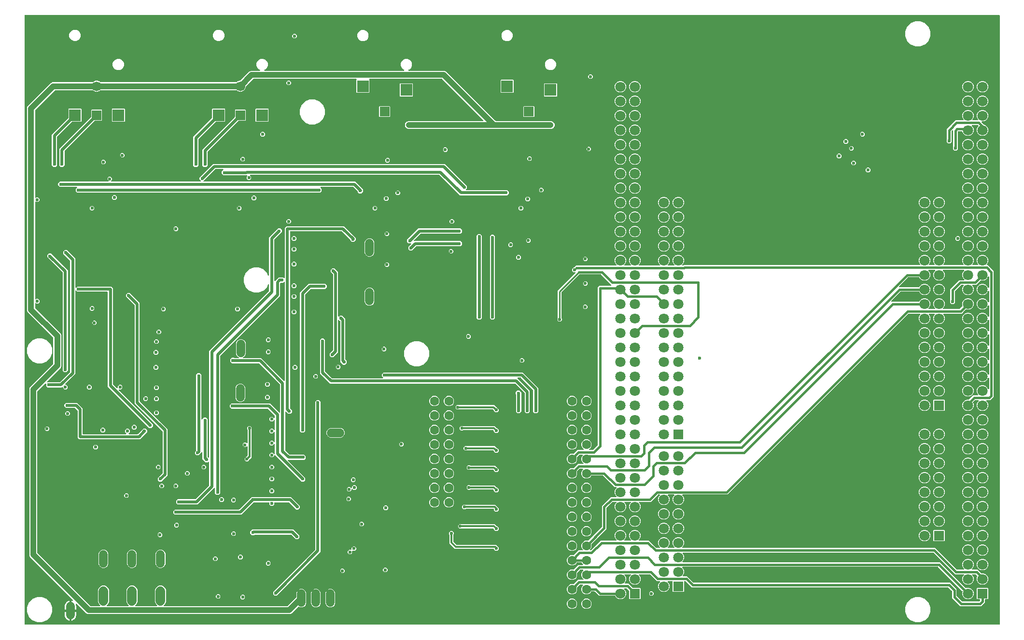
<source format=gbr>
G04 EAGLE Gerber RS-274X export*
G75*
%MOMM*%
%FSLAX34Y34*%
%LPD*%
%INBottom Copper*%
%IPPOS*%
%AMOC8*
5,1,8,0,0,1.08239X$1,22.5*%
G01*
%ADD10R,2.100000X2.100000*%
%ADD11R,1.700000X1.700000*%
%ADD12C,1.700000*%
%ADD13C,1.693800*%
%ADD14C,1.500000*%
%ADD15R,1.800000X1.800000*%
%ADD16C,1.800000*%
%ADD17C,1.600000*%
%ADD18C,0.600000*%
%ADD19C,0.508000*%
%ADD20C,0.254000*%
%ADD21C,0.406400*%
%ADD22C,1.016000*%
%ADD23C,0.304800*%

G36*
X1712794Y3280D02*
X1712794Y3280D01*
X1712858Y3279D01*
X1712933Y3300D01*
X1713009Y3311D01*
X1713068Y3337D01*
X1713130Y3354D01*
X1713196Y3395D01*
X1713266Y3427D01*
X1713315Y3469D01*
X1713370Y3502D01*
X1713422Y3560D01*
X1713480Y3610D01*
X1713516Y3664D01*
X1713559Y3712D01*
X1713592Y3781D01*
X1713635Y3846D01*
X1713654Y3908D01*
X1713682Y3965D01*
X1713693Y4035D01*
X1713717Y4116D01*
X1713718Y4201D01*
X1713729Y4270D01*
X1713729Y1071730D01*
X1713720Y1071794D01*
X1713721Y1071858D01*
X1713700Y1071933D01*
X1713689Y1072009D01*
X1713663Y1072068D01*
X1713646Y1072130D01*
X1713605Y1072196D01*
X1713573Y1072266D01*
X1713531Y1072315D01*
X1713498Y1072370D01*
X1713440Y1072422D01*
X1713390Y1072480D01*
X1713336Y1072516D01*
X1713288Y1072559D01*
X1713219Y1072592D01*
X1713154Y1072635D01*
X1713092Y1072654D01*
X1713035Y1072682D01*
X1712965Y1072693D01*
X1712884Y1072717D01*
X1712799Y1072718D01*
X1712730Y1072729D01*
X4270Y1072729D01*
X4206Y1072720D01*
X4142Y1072721D01*
X4067Y1072700D01*
X3991Y1072689D01*
X3932Y1072663D01*
X3870Y1072646D01*
X3804Y1072605D01*
X3734Y1072573D01*
X3685Y1072531D01*
X3630Y1072498D01*
X3578Y1072440D01*
X3520Y1072390D01*
X3484Y1072336D01*
X3441Y1072288D01*
X3408Y1072219D01*
X3365Y1072154D01*
X3346Y1072092D01*
X3318Y1072035D01*
X3307Y1071965D01*
X3283Y1071884D01*
X3282Y1071799D01*
X3271Y1071730D01*
X3271Y4270D01*
X3280Y4206D01*
X3279Y4142D01*
X3300Y4067D01*
X3311Y3991D01*
X3337Y3932D01*
X3354Y3870D01*
X3395Y3804D01*
X3427Y3734D01*
X3469Y3685D01*
X3502Y3630D01*
X3560Y3578D01*
X3610Y3520D01*
X3664Y3484D01*
X3712Y3441D01*
X3781Y3408D01*
X3846Y3365D01*
X3908Y3346D01*
X3965Y3318D01*
X4035Y3307D01*
X4116Y3283D01*
X4201Y3282D01*
X4270Y3271D01*
X1712730Y3271D01*
X1712794Y3280D01*
G37*
%LPC*%
G36*
X1644330Y35967D02*
X1644330Y35967D01*
X1629967Y50330D01*
X1629967Y61916D01*
X1629954Y62011D01*
X1629949Y62107D01*
X1629934Y62150D01*
X1629927Y62195D01*
X1629888Y62282D01*
X1629856Y62373D01*
X1629831Y62408D01*
X1629811Y62452D01*
X1629728Y62549D01*
X1629675Y62622D01*
X1623622Y68675D01*
X1623545Y68732D01*
X1623474Y68797D01*
X1623433Y68817D01*
X1623397Y68844D01*
X1623307Y68878D01*
X1623220Y68920D01*
X1623178Y68926D01*
X1623133Y68943D01*
X1623005Y68953D01*
X1622916Y68967D01*
X1173440Y68967D01*
X1162662Y79745D01*
X1162586Y79802D01*
X1162514Y79867D01*
X1162473Y79887D01*
X1162437Y79914D01*
X1162347Y79948D01*
X1162261Y79990D01*
X1162218Y79996D01*
X1162173Y80013D01*
X1162045Y80023D01*
X1161956Y80037D01*
X1161100Y80037D01*
X1161036Y80028D01*
X1160972Y80029D01*
X1160897Y80008D01*
X1160821Y79997D01*
X1160762Y79971D01*
X1160700Y79954D01*
X1160634Y79913D01*
X1160564Y79881D01*
X1160515Y79839D01*
X1160460Y79806D01*
X1160408Y79748D01*
X1160350Y79698D01*
X1160314Y79644D01*
X1160271Y79596D01*
X1160238Y79527D01*
X1160195Y79462D01*
X1160176Y79400D01*
X1160148Y79343D01*
X1160137Y79273D01*
X1160113Y79192D01*
X1160112Y79107D01*
X1160101Y79038D01*
X1160101Y61385D01*
X1159515Y60799D01*
X1140685Y60799D01*
X1140099Y61385D01*
X1140099Y79038D01*
X1140090Y79102D01*
X1140091Y79166D01*
X1140070Y79241D01*
X1140059Y79317D01*
X1140033Y79376D01*
X1140016Y79438D01*
X1139975Y79504D01*
X1139943Y79574D01*
X1139901Y79623D01*
X1139868Y79678D01*
X1139810Y79730D01*
X1139760Y79788D01*
X1139706Y79824D01*
X1139658Y79867D01*
X1139589Y79900D01*
X1139524Y79943D01*
X1139462Y79962D01*
X1139405Y79990D01*
X1139335Y80001D01*
X1139254Y80025D01*
X1139169Y80026D01*
X1139100Y80037D01*
X1132018Y80037D01*
X1131986Y80033D01*
X1131954Y80035D01*
X1131847Y80013D01*
X1131739Y79997D01*
X1131710Y79984D01*
X1131678Y79978D01*
X1131582Y79926D01*
X1131482Y79881D01*
X1131458Y79860D01*
X1131429Y79845D01*
X1131351Y79769D01*
X1131268Y79698D01*
X1131250Y79671D01*
X1131227Y79648D01*
X1131173Y79553D01*
X1131113Y79462D01*
X1131104Y79431D01*
X1131088Y79403D01*
X1131063Y79297D01*
X1131031Y79192D01*
X1131031Y79160D01*
X1131023Y79129D01*
X1131029Y79019D01*
X1131027Y78910D01*
X1131036Y78879D01*
X1131037Y78847D01*
X1131073Y78744D01*
X1131102Y78638D01*
X1131119Y78611D01*
X1131130Y78580D01*
X1131183Y78507D01*
X1131251Y78398D01*
X1131287Y78366D01*
X1131312Y78331D01*
X1133178Y76465D01*
X1134701Y72789D01*
X1134701Y68811D01*
X1133178Y65135D01*
X1130365Y62322D01*
X1126689Y60799D01*
X1122711Y60799D01*
X1119035Y62322D01*
X1116222Y65135D01*
X1114699Y68811D01*
X1114699Y72789D01*
X1116222Y76465D01*
X1118088Y78331D01*
X1118108Y78357D01*
X1118132Y78378D01*
X1118192Y78470D01*
X1118258Y78557D01*
X1118269Y78587D01*
X1118287Y78614D01*
X1118319Y78719D01*
X1118357Y78821D01*
X1118360Y78853D01*
X1118369Y78884D01*
X1118370Y78993D01*
X1118379Y79102D01*
X1118372Y79134D01*
X1118373Y79166D01*
X1118344Y79271D01*
X1118321Y79378D01*
X1118306Y79407D01*
X1118298Y79438D01*
X1118240Y79531D01*
X1118189Y79627D01*
X1118166Y79650D01*
X1118149Y79678D01*
X1118068Y79751D01*
X1117992Y79829D01*
X1117964Y79845D01*
X1117940Y79867D01*
X1117842Y79914D01*
X1117747Y79968D01*
X1117715Y79976D01*
X1117686Y79990D01*
X1117597Y80004D01*
X1117472Y80033D01*
X1117424Y80031D01*
X1117382Y80037D01*
X1112260Y80037D01*
X1100622Y91675D01*
X1100545Y91732D01*
X1100474Y91797D01*
X1100433Y91817D01*
X1100397Y91844D01*
X1100307Y91878D01*
X1100220Y91920D01*
X1100178Y91926D01*
X1100133Y91943D01*
X1100005Y91953D01*
X1099916Y91967D01*
X1081988Y91967D01*
X1081956Y91963D01*
X1081924Y91965D01*
X1081817Y91943D01*
X1081709Y91927D01*
X1081680Y91914D01*
X1081648Y91908D01*
X1081552Y91856D01*
X1081452Y91811D01*
X1081428Y91790D01*
X1081399Y91775D01*
X1081321Y91699D01*
X1081238Y91628D01*
X1081220Y91601D01*
X1081197Y91578D01*
X1081143Y91483D01*
X1081083Y91392D01*
X1081074Y91361D01*
X1081058Y91333D01*
X1081033Y91227D01*
X1081001Y91122D01*
X1081001Y91090D01*
X1080993Y91059D01*
X1080999Y90949D01*
X1080997Y90840D01*
X1081006Y90809D01*
X1081007Y90777D01*
X1081043Y90674D01*
X1081072Y90568D01*
X1081089Y90541D01*
X1081100Y90510D01*
X1081153Y90437D01*
X1081221Y90328D01*
X1081257Y90296D01*
X1081282Y90261D01*
X1082378Y89165D01*
X1083901Y85489D01*
X1083901Y81511D01*
X1082378Y77835D01*
X1079565Y75022D01*
X1075889Y73499D01*
X1071911Y73499D01*
X1068235Y75022D01*
X1065422Y77835D01*
X1063899Y81511D01*
X1063899Y85489D01*
X1065422Y89165D01*
X1066518Y90261D01*
X1066538Y90287D01*
X1066562Y90308D01*
X1066622Y90400D01*
X1066688Y90487D01*
X1066699Y90517D01*
X1066717Y90544D01*
X1066749Y90649D01*
X1066787Y90751D01*
X1066790Y90783D01*
X1066799Y90814D01*
X1066800Y90923D01*
X1066809Y91032D01*
X1066802Y91064D01*
X1066803Y91096D01*
X1066774Y91201D01*
X1066751Y91308D01*
X1066736Y91337D01*
X1066728Y91368D01*
X1066670Y91461D01*
X1066619Y91557D01*
X1066596Y91580D01*
X1066579Y91608D01*
X1066498Y91681D01*
X1066422Y91759D01*
X1066394Y91775D01*
X1066370Y91797D01*
X1066272Y91844D01*
X1066177Y91898D01*
X1066145Y91906D01*
X1066116Y91920D01*
X1066027Y91934D01*
X1065902Y91963D01*
X1065854Y91961D01*
X1065812Y91967D01*
X1056588Y91967D01*
X1056556Y91963D01*
X1056524Y91965D01*
X1056417Y91943D01*
X1056309Y91927D01*
X1056280Y91914D01*
X1056248Y91908D01*
X1056152Y91856D01*
X1056052Y91811D01*
X1056028Y91790D01*
X1055999Y91775D01*
X1055921Y91699D01*
X1055838Y91628D01*
X1055820Y91601D01*
X1055797Y91578D01*
X1055743Y91483D01*
X1055683Y91392D01*
X1055674Y91361D01*
X1055658Y91333D01*
X1055633Y91227D01*
X1055601Y91122D01*
X1055601Y91090D01*
X1055593Y91059D01*
X1055599Y90949D01*
X1055597Y90840D01*
X1055606Y90809D01*
X1055607Y90777D01*
X1055643Y90674D01*
X1055672Y90568D01*
X1055689Y90541D01*
X1055700Y90510D01*
X1055753Y90437D01*
X1055821Y90328D01*
X1055857Y90296D01*
X1055882Y90261D01*
X1056978Y89165D01*
X1058501Y85489D01*
X1058501Y81511D01*
X1056978Y77835D01*
X1056252Y77109D01*
X1056232Y77083D01*
X1056208Y77062D01*
X1056148Y76970D01*
X1056082Y76883D01*
X1056071Y76853D01*
X1056053Y76826D01*
X1056021Y76721D01*
X1055983Y76619D01*
X1055980Y76587D01*
X1055971Y76556D01*
X1055970Y76447D01*
X1055961Y76338D01*
X1055968Y76306D01*
X1055967Y76274D01*
X1055996Y76169D01*
X1056019Y76062D01*
X1056034Y76033D01*
X1056042Y76002D01*
X1056100Y75909D01*
X1056151Y75813D01*
X1056174Y75790D01*
X1056191Y75762D01*
X1056272Y75689D01*
X1056348Y75611D01*
X1056376Y75595D01*
X1056400Y75573D01*
X1056498Y75526D01*
X1056593Y75472D01*
X1056625Y75464D01*
X1056654Y75450D01*
X1056743Y75436D01*
X1056868Y75407D01*
X1056916Y75409D01*
X1056958Y75403D01*
X1062839Y75403D01*
X1069848Y68393D01*
X1069925Y68336D01*
X1069996Y68271D01*
X1070037Y68251D01*
X1070073Y68224D01*
X1070164Y68190D01*
X1070250Y68148D01*
X1070292Y68142D01*
X1070337Y68125D01*
X1070465Y68115D01*
X1070554Y68101D01*
X1083315Y68101D01*
X1083901Y67515D01*
X1083901Y48685D01*
X1083315Y48099D01*
X1064485Y48099D01*
X1063899Y48685D01*
X1063899Y62522D01*
X1063886Y62617D01*
X1063881Y62713D01*
X1063866Y62756D01*
X1063859Y62801D01*
X1063820Y62889D01*
X1063788Y62979D01*
X1063763Y63014D01*
X1063743Y63058D01*
X1063660Y63155D01*
X1063607Y63228D01*
X1059790Y67045D01*
X1059714Y67102D01*
X1059642Y67167D01*
X1059601Y67187D01*
X1059565Y67214D01*
X1059475Y67248D01*
X1059388Y67290D01*
X1059346Y67296D01*
X1059301Y67313D01*
X1059173Y67323D01*
X1059084Y67337D01*
X1055818Y67337D01*
X1055786Y67333D01*
X1055754Y67335D01*
X1055647Y67313D01*
X1055539Y67297D01*
X1055510Y67284D01*
X1055478Y67278D01*
X1055382Y67226D01*
X1055282Y67181D01*
X1055258Y67160D01*
X1055229Y67145D01*
X1055151Y67069D01*
X1055068Y66998D01*
X1055050Y66971D01*
X1055027Y66948D01*
X1054973Y66853D01*
X1054913Y66762D01*
X1054904Y66731D01*
X1054888Y66703D01*
X1054863Y66597D01*
X1054831Y66492D01*
X1054831Y66460D01*
X1054823Y66429D01*
X1054829Y66319D01*
X1054827Y66210D01*
X1054836Y66179D01*
X1054837Y66147D01*
X1054873Y66044D01*
X1054902Y65938D01*
X1054919Y65911D01*
X1054930Y65880D01*
X1054983Y65807D01*
X1055051Y65698D01*
X1055087Y65666D01*
X1055112Y65631D01*
X1056978Y63765D01*
X1058501Y60089D01*
X1058501Y56111D01*
X1056978Y52435D01*
X1054165Y49622D01*
X1050489Y48099D01*
X1046511Y48099D01*
X1042835Y49622D01*
X1040022Y52435D01*
X1039601Y53450D01*
X1039596Y53459D01*
X1039594Y53468D01*
X1039525Y53580D01*
X1039458Y53693D01*
X1039451Y53700D01*
X1039446Y53708D01*
X1039348Y53796D01*
X1039252Y53886D01*
X1039243Y53890D01*
X1039236Y53897D01*
X1039118Y53954D01*
X1039000Y54014D01*
X1038991Y54016D01*
X1038983Y54020D01*
X1038907Y54032D01*
X1038723Y54066D01*
X1038699Y54064D01*
X1038678Y54067D01*
X1010830Y54067D01*
X1003522Y61375D01*
X1003445Y61432D01*
X1003374Y61497D01*
X1003333Y61517D01*
X1003297Y61544D01*
X1003207Y61578D01*
X1003120Y61620D01*
X1003078Y61626D01*
X1003033Y61643D01*
X1002905Y61653D01*
X1002816Y61667D01*
X997540Y61667D01*
X997530Y61666D01*
X997521Y61667D01*
X997391Y61646D01*
X997260Y61627D01*
X997252Y61624D01*
X997242Y61622D01*
X997123Y61565D01*
X997003Y61511D01*
X996996Y61505D01*
X996988Y61501D01*
X996889Y61413D01*
X996789Y61328D01*
X996784Y61320D01*
X996777Y61314D01*
X996737Y61248D01*
X996635Y61092D01*
X996628Y61069D01*
X996616Y61050D01*
X996430Y60601D01*
X993899Y58070D01*
X990590Y56699D01*
X987010Y56699D01*
X983701Y58070D01*
X981170Y60601D01*
X979799Y63910D01*
X979799Y67490D01*
X981170Y70799D01*
X982632Y72261D01*
X982652Y72287D01*
X982676Y72308D01*
X982736Y72400D01*
X982802Y72487D01*
X982813Y72517D01*
X982831Y72544D01*
X982863Y72649D01*
X982901Y72751D01*
X982904Y72783D01*
X982913Y72814D01*
X982915Y72923D01*
X982923Y73032D01*
X982917Y73064D01*
X982917Y73096D01*
X982888Y73201D01*
X982866Y73308D01*
X982850Y73337D01*
X982842Y73368D01*
X982784Y73461D01*
X982733Y73557D01*
X982711Y73580D01*
X982694Y73608D01*
X982613Y73681D01*
X982536Y73759D01*
X982508Y73775D01*
X982484Y73797D01*
X982386Y73844D01*
X982291Y73898D01*
X982259Y73906D01*
X982231Y73920D01*
X982141Y73934D01*
X982016Y73963D01*
X981968Y73961D01*
X981926Y73967D01*
X977784Y73967D01*
X977689Y73954D01*
X977593Y73949D01*
X977550Y73934D01*
X977505Y73927D01*
X977418Y73888D01*
X977327Y73856D01*
X977292Y73831D01*
X977248Y73811D01*
X977151Y73728D01*
X977078Y73675D01*
X972431Y69028D01*
X972426Y69021D01*
X972418Y69015D01*
X972341Y68908D01*
X972262Y68803D01*
X972259Y68794D01*
X972253Y68786D01*
X972209Y68662D01*
X972163Y68539D01*
X972162Y68529D01*
X972159Y68520D01*
X972151Y68389D01*
X972141Y68258D01*
X972143Y68248D01*
X972142Y68239D01*
X972160Y68164D01*
X972198Y67982D01*
X972210Y67960D01*
X972215Y67939D01*
X972401Y67490D01*
X972401Y63910D01*
X971030Y60601D01*
X968499Y58070D01*
X965190Y56699D01*
X961610Y56699D01*
X958301Y58070D01*
X955770Y60601D01*
X954399Y63910D01*
X954399Y67490D01*
X955770Y70799D01*
X958301Y73330D01*
X961610Y74701D01*
X965190Y74701D01*
X965639Y74515D01*
X965648Y74512D01*
X965657Y74508D01*
X965786Y74477D01*
X965912Y74445D01*
X965922Y74445D01*
X965931Y74443D01*
X966064Y74450D01*
X966194Y74454D01*
X966203Y74457D01*
X966213Y74457D01*
X966337Y74500D01*
X966462Y74541D01*
X966470Y74547D01*
X966479Y74550D01*
X966541Y74595D01*
X966695Y74700D01*
X966711Y74719D01*
X966728Y74731D01*
X974030Y82033D01*
X982726Y82033D01*
X982758Y82037D01*
X982790Y82035D01*
X982897Y82057D01*
X983005Y82073D01*
X983035Y82086D01*
X983066Y82092D01*
X983162Y82144D01*
X983262Y82189D01*
X983287Y82210D01*
X983315Y82225D01*
X983393Y82301D01*
X983476Y82372D01*
X983494Y82399D01*
X983517Y82422D01*
X983571Y82517D01*
X983631Y82608D01*
X983640Y82639D01*
X983656Y82667D01*
X983681Y82773D01*
X983713Y82878D01*
X983714Y82910D01*
X983721Y82941D01*
X983716Y83051D01*
X983717Y83160D01*
X983708Y83191D01*
X983707Y83223D01*
X983671Y83326D01*
X983642Y83432D01*
X983625Y83459D01*
X983614Y83490D01*
X983561Y83563D01*
X983494Y83672D01*
X983458Y83704D01*
X983432Y83739D01*
X981170Y86001D01*
X979799Y89310D01*
X979799Y92890D01*
X981170Y96199D01*
X983232Y98261D01*
X983252Y98287D01*
X983276Y98308D01*
X983336Y98400D01*
X983402Y98487D01*
X983413Y98517D01*
X983431Y98544D01*
X983463Y98649D01*
X983501Y98751D01*
X983504Y98783D01*
X983513Y98814D01*
X983515Y98923D01*
X983523Y99032D01*
X983517Y99064D01*
X983517Y99096D01*
X983488Y99201D01*
X983465Y99308D01*
X983450Y99337D01*
X983442Y99368D01*
X983384Y99461D01*
X983333Y99557D01*
X983311Y99580D01*
X983294Y99608D01*
X983213Y99681D01*
X983136Y99759D01*
X983108Y99775D01*
X983084Y99797D01*
X982986Y99844D01*
X982891Y99898D01*
X982859Y99906D01*
X982831Y99920D01*
X982741Y99934D01*
X982616Y99963D01*
X982568Y99961D01*
X982526Y99967D01*
X978384Y99967D01*
X978289Y99954D01*
X978193Y99949D01*
X978150Y99934D01*
X978105Y99927D01*
X978018Y99888D01*
X977927Y99856D01*
X977892Y99831D01*
X977848Y99811D01*
X977751Y99728D01*
X977678Y99675D01*
X972431Y94428D01*
X972426Y94421D01*
X972418Y94415D01*
X972341Y94308D01*
X972262Y94203D01*
X972259Y94194D01*
X972253Y94186D01*
X972209Y94062D01*
X972163Y93939D01*
X972162Y93929D01*
X972159Y93920D01*
X972151Y93789D01*
X972141Y93658D01*
X972143Y93648D01*
X972142Y93639D01*
X972160Y93564D01*
X972198Y93382D01*
X972210Y93360D01*
X972215Y93339D01*
X972401Y92890D01*
X972401Y89310D01*
X971030Y86001D01*
X968499Y83470D01*
X965190Y82099D01*
X961610Y82099D01*
X958301Y83470D01*
X955770Y86001D01*
X954399Y89310D01*
X954399Y92890D01*
X955770Y96199D01*
X958301Y98730D01*
X961610Y100101D01*
X965190Y100101D01*
X965639Y99915D01*
X965648Y99912D01*
X965657Y99908D01*
X965786Y99877D01*
X965912Y99845D01*
X965922Y99845D01*
X965931Y99843D01*
X966064Y99850D01*
X966194Y99854D01*
X966203Y99857D01*
X966213Y99857D01*
X966337Y99900D01*
X966462Y99941D01*
X966470Y99947D01*
X966479Y99950D01*
X966541Y99995D01*
X966695Y100100D01*
X966711Y100119D01*
X966728Y100131D01*
X974630Y108033D01*
X982126Y108033D01*
X982158Y108037D01*
X982190Y108035D01*
X982297Y108057D01*
X982405Y108073D01*
X982435Y108086D01*
X982466Y108092D01*
X982562Y108144D01*
X982662Y108189D01*
X982687Y108210D01*
X982715Y108225D01*
X982793Y108301D01*
X982876Y108372D01*
X982894Y108399D01*
X982917Y108422D01*
X982971Y108517D01*
X983031Y108608D01*
X983040Y108639D01*
X983056Y108667D01*
X983081Y108773D01*
X983113Y108878D01*
X983114Y108910D01*
X983121Y108941D01*
X983116Y109051D01*
X983117Y109160D01*
X983108Y109191D01*
X983107Y109223D01*
X983071Y109326D01*
X983042Y109432D01*
X983025Y109459D01*
X983014Y109490D01*
X982961Y109563D01*
X982894Y109672D01*
X982858Y109704D01*
X982832Y109739D01*
X981170Y111401D01*
X980984Y111850D01*
X980979Y111859D01*
X980976Y111868D01*
X980907Y111980D01*
X980840Y112093D01*
X980833Y112100D01*
X980828Y112108D01*
X980731Y112195D01*
X980634Y112286D01*
X980626Y112290D01*
X980619Y112297D01*
X980501Y112354D01*
X980383Y112414D01*
X980373Y112416D01*
X980365Y112420D01*
X980289Y112432D01*
X980106Y112466D01*
X980082Y112464D01*
X980060Y112467D01*
X972140Y112467D01*
X972130Y112466D01*
X972121Y112467D01*
X971991Y112446D01*
X971860Y112427D01*
X971852Y112424D01*
X971842Y112422D01*
X971723Y112365D01*
X971603Y112311D01*
X971596Y112305D01*
X971588Y112301D01*
X971489Y112213D01*
X971389Y112128D01*
X971384Y112120D01*
X971377Y112114D01*
X971337Y112048D01*
X971235Y111892D01*
X971228Y111869D01*
X971216Y111850D01*
X971030Y111401D01*
X968499Y108870D01*
X965190Y107499D01*
X961610Y107499D01*
X958301Y108870D01*
X955770Y111401D01*
X954399Y114710D01*
X954399Y118290D01*
X955770Y121599D01*
X958301Y124130D01*
X961610Y125501D01*
X965190Y125501D01*
X965639Y125315D01*
X965648Y125312D01*
X965657Y125308D01*
X965786Y125277D01*
X965912Y125245D01*
X965922Y125245D01*
X965931Y125243D01*
X966064Y125250D01*
X966194Y125254D01*
X966203Y125257D01*
X966213Y125257D01*
X966337Y125300D01*
X966462Y125341D01*
X966470Y125347D01*
X966479Y125350D01*
X966541Y125395D01*
X966695Y125500D01*
X966711Y125519D01*
X966728Y125531D01*
X974860Y133663D01*
X981896Y133663D01*
X981928Y133667D01*
X981960Y133665D01*
X982067Y133687D01*
X982175Y133703D01*
X982205Y133716D01*
X982236Y133722D01*
X982332Y133774D01*
X982432Y133819D01*
X982457Y133840D01*
X982485Y133855D01*
X982563Y133931D01*
X982646Y134002D01*
X982664Y134029D01*
X982687Y134052D01*
X982741Y134147D01*
X982801Y134238D01*
X982810Y134269D01*
X982826Y134297D01*
X982851Y134403D01*
X982883Y134508D01*
X982884Y134540D01*
X982891Y134571D01*
X982886Y134681D01*
X982887Y134790D01*
X982878Y134821D01*
X982877Y134853D01*
X982841Y134956D01*
X982812Y135062D01*
X982795Y135089D01*
X982784Y135120D01*
X982731Y135193D01*
X982664Y135302D01*
X982628Y135334D01*
X982602Y135369D01*
X981170Y136801D01*
X979799Y140110D01*
X979799Y143690D01*
X981170Y146999D01*
X983701Y149530D01*
X987010Y150901D01*
X990590Y150901D01*
X991039Y150715D01*
X991048Y150712D01*
X991057Y150708D01*
X991185Y150677D01*
X991312Y150645D01*
X991322Y150645D01*
X991331Y150643D01*
X991464Y150650D01*
X991594Y150654D01*
X991603Y150657D01*
X991613Y150657D01*
X991738Y150701D01*
X991862Y150741D01*
X991870Y150747D01*
X991879Y150750D01*
X991942Y150795D01*
X992095Y150900D01*
X992111Y150919D01*
X992128Y150931D01*
X1015675Y174478D01*
X1015732Y174555D01*
X1015797Y174626D01*
X1015817Y174667D01*
X1015844Y174703D01*
X1015878Y174793D01*
X1015920Y174880D01*
X1015926Y174922D01*
X1015943Y174967D01*
X1015953Y175095D01*
X1015967Y175184D01*
X1015967Y211670D01*
X1031330Y227033D01*
X1040812Y227033D01*
X1040844Y227037D01*
X1040876Y227035D01*
X1040983Y227057D01*
X1041091Y227073D01*
X1041120Y227086D01*
X1041152Y227092D01*
X1041248Y227144D01*
X1041348Y227189D01*
X1041372Y227210D01*
X1041401Y227225D01*
X1041479Y227301D01*
X1041562Y227372D01*
X1041580Y227399D01*
X1041603Y227422D01*
X1041657Y227517D01*
X1041717Y227608D01*
X1041726Y227639D01*
X1041742Y227667D01*
X1041767Y227773D01*
X1041799Y227878D01*
X1041799Y227910D01*
X1041807Y227941D01*
X1041801Y228051D01*
X1041803Y228160D01*
X1041794Y228191D01*
X1041793Y228223D01*
X1041757Y228326D01*
X1041728Y228432D01*
X1041711Y228459D01*
X1041700Y228490D01*
X1041647Y228563D01*
X1041579Y228672D01*
X1041543Y228704D01*
X1041518Y228739D01*
X1040022Y230235D01*
X1038499Y233911D01*
X1038499Y237889D01*
X1040022Y241565D01*
X1041718Y243261D01*
X1041738Y243287D01*
X1041762Y243308D01*
X1041822Y243400D01*
X1041888Y243487D01*
X1041899Y243517D01*
X1041917Y243544D01*
X1041949Y243649D01*
X1041987Y243751D01*
X1041990Y243783D01*
X1041999Y243814D01*
X1042000Y243923D01*
X1042009Y244032D01*
X1042002Y244064D01*
X1042003Y244096D01*
X1041974Y244201D01*
X1041951Y244308D01*
X1041936Y244337D01*
X1041928Y244368D01*
X1041870Y244461D01*
X1041819Y244557D01*
X1041796Y244580D01*
X1041779Y244608D01*
X1041698Y244681D01*
X1041622Y244759D01*
X1041594Y244775D01*
X1041570Y244797D01*
X1041472Y244844D01*
X1041377Y244898D01*
X1041345Y244906D01*
X1041316Y244920D01*
X1041227Y244934D01*
X1041102Y244963D01*
X1041054Y244961D01*
X1041012Y244967D01*
X1038330Y244967D01*
X1018722Y264575D01*
X1018645Y264632D01*
X1018574Y264697D01*
X1018533Y264717D01*
X1018497Y264744D01*
X1018407Y264778D01*
X1018320Y264820D01*
X1018278Y264826D01*
X1018233Y264843D01*
X1018105Y264853D01*
X1018016Y264867D01*
X997540Y264867D01*
X997530Y264866D01*
X997521Y264867D01*
X997391Y264846D01*
X997260Y264827D01*
X997252Y264824D01*
X997242Y264822D01*
X997123Y264765D01*
X997003Y264711D01*
X996996Y264705D01*
X996988Y264701D01*
X996889Y264613D01*
X996789Y264528D01*
X996784Y264520D01*
X996777Y264514D01*
X996737Y264448D01*
X996635Y264292D01*
X996628Y264269D01*
X996616Y264250D01*
X996430Y263801D01*
X993899Y261270D01*
X990590Y259899D01*
X987010Y259899D01*
X983701Y261270D01*
X981170Y263801D01*
X979799Y267110D01*
X979799Y270690D01*
X981170Y273999D01*
X982602Y275431D01*
X982622Y275457D01*
X982646Y275478D01*
X982706Y275570D01*
X982772Y275657D01*
X982783Y275687D01*
X982801Y275714D01*
X982833Y275819D01*
X982871Y275921D01*
X982874Y275953D01*
X982883Y275984D01*
X982885Y276093D01*
X982893Y276202D01*
X982887Y276234D01*
X982887Y276266D01*
X982858Y276371D01*
X982836Y276478D01*
X982820Y276507D01*
X982812Y276538D01*
X982754Y276631D01*
X982703Y276727D01*
X982681Y276750D01*
X982664Y276778D01*
X982583Y276851D01*
X982506Y276929D01*
X982478Y276945D01*
X982454Y276967D01*
X982356Y277014D01*
X982261Y277068D01*
X982229Y277076D01*
X982201Y277090D01*
X982111Y277104D01*
X981986Y277133D01*
X981938Y277131D01*
X981896Y277137D01*
X977630Y277137D01*
X977535Y277124D01*
X977439Y277119D01*
X977396Y277104D01*
X977351Y277097D01*
X977264Y277058D01*
X977173Y277026D01*
X977138Y277001D01*
X977094Y276981D01*
X976997Y276898D01*
X976924Y276845D01*
X972395Y272316D01*
X972389Y272308D01*
X972382Y272303D01*
X972305Y272196D01*
X972226Y272090D01*
X972222Y272081D01*
X972217Y272074D01*
X972173Y271950D01*
X972126Y271826D01*
X972126Y271817D01*
X972122Y271808D01*
X972115Y271677D01*
X972104Y271545D01*
X972106Y271536D01*
X972106Y271527D01*
X972124Y271451D01*
X972162Y271269D01*
X972173Y271248D01*
X972178Y271227D01*
X972401Y270690D01*
X972401Y267110D01*
X971030Y263801D01*
X968499Y261270D01*
X965190Y259899D01*
X961610Y259899D01*
X958301Y261270D01*
X955770Y263801D01*
X954399Y267110D01*
X954399Y270690D01*
X955770Y273999D01*
X958301Y276530D01*
X961610Y277901D01*
X965190Y277901D01*
X965552Y277751D01*
X965561Y277749D01*
X965569Y277744D01*
X965698Y277714D01*
X965825Y277681D01*
X965834Y277681D01*
X965843Y277679D01*
X965976Y277686D01*
X966107Y277690D01*
X966116Y277693D01*
X966125Y277693D01*
X966250Y277737D01*
X966375Y277778D01*
X966383Y277783D01*
X966392Y277786D01*
X966454Y277831D01*
X966608Y277936D01*
X966623Y277955D01*
X966641Y277968D01*
X973876Y285203D01*
X982756Y285203D01*
X982788Y285207D01*
X982820Y285205D01*
X982927Y285227D01*
X983035Y285243D01*
X983065Y285256D01*
X983096Y285262D01*
X983192Y285314D01*
X983292Y285359D01*
X983317Y285380D01*
X983345Y285395D01*
X983423Y285471D01*
X983506Y285542D01*
X983524Y285569D01*
X983547Y285592D01*
X983601Y285687D01*
X983661Y285778D01*
X983670Y285809D01*
X983686Y285837D01*
X983711Y285943D01*
X983743Y286048D01*
X983744Y286080D01*
X983751Y286111D01*
X983746Y286221D01*
X983747Y286330D01*
X983738Y286361D01*
X983737Y286393D01*
X983701Y286496D01*
X983672Y286602D01*
X983655Y286629D01*
X983644Y286660D01*
X983591Y286733D01*
X983524Y286842D01*
X983488Y286874D01*
X983462Y286909D01*
X981170Y289201D01*
X979799Y292510D01*
X979799Y296090D01*
X981170Y299399D01*
X982032Y300261D01*
X982052Y300287D01*
X982076Y300308D01*
X982136Y300400D01*
X982202Y300487D01*
X982213Y300517D01*
X982231Y300544D01*
X982263Y300649D01*
X982301Y300751D01*
X982304Y300783D01*
X982313Y300814D01*
X982315Y300923D01*
X982323Y301032D01*
X982317Y301064D01*
X982317Y301096D01*
X982288Y301201D01*
X982266Y301308D01*
X982250Y301337D01*
X982242Y301368D01*
X982184Y301461D01*
X982133Y301557D01*
X982111Y301580D01*
X982094Y301608D01*
X982013Y301681D01*
X981936Y301759D01*
X981908Y301775D01*
X981884Y301797D01*
X981786Y301844D01*
X981691Y301898D01*
X981659Y301906D01*
X981631Y301920D01*
X981541Y301934D01*
X981416Y301963D01*
X981368Y301961D01*
X981326Y301967D01*
X977184Y301967D01*
X977089Y301954D01*
X976993Y301949D01*
X976950Y301934D01*
X976905Y301927D01*
X976818Y301888D01*
X976727Y301856D01*
X976692Y301831D01*
X976648Y301811D01*
X976551Y301728D01*
X976478Y301675D01*
X972431Y297628D01*
X972426Y297621D01*
X972418Y297615D01*
X972342Y297509D01*
X972262Y297403D01*
X972259Y297394D01*
X972253Y297386D01*
X972209Y297262D01*
X972163Y297139D01*
X972162Y297129D01*
X972159Y297120D01*
X972151Y296989D01*
X972141Y296858D01*
X972143Y296848D01*
X972142Y296839D01*
X972160Y296763D01*
X972198Y296582D01*
X972210Y296560D01*
X972215Y296539D01*
X972401Y296090D01*
X972401Y292510D01*
X971030Y289201D01*
X968499Y286670D01*
X965190Y285299D01*
X961610Y285299D01*
X958301Y286670D01*
X955770Y289201D01*
X954399Y292510D01*
X954399Y296090D01*
X955770Y299399D01*
X958301Y301930D01*
X961610Y303301D01*
X965190Y303301D01*
X965639Y303115D01*
X965648Y303112D01*
X965657Y303108D01*
X965683Y303101D01*
X965700Y303093D01*
X965752Y303085D01*
X965785Y303077D01*
X965912Y303045D01*
X965922Y303045D01*
X965931Y303043D01*
X966001Y303046D01*
X966005Y303046D01*
X966029Y303046D01*
X966051Y303049D01*
X966064Y303050D01*
X966194Y303054D01*
X966203Y303057D01*
X966213Y303057D01*
X966285Y303082D01*
X966308Y303086D01*
X966349Y303104D01*
X966462Y303141D01*
X966470Y303147D01*
X966479Y303150D01*
X966528Y303185D01*
X966565Y303202D01*
X966618Y303247D01*
X966695Y303300D01*
X966711Y303319D01*
X966728Y303331D01*
X970775Y307378D01*
X973430Y310033D01*
X983595Y310033D01*
X983681Y310045D01*
X983768Y310048D01*
X983820Y310065D01*
X983874Y310073D01*
X983953Y310108D01*
X984036Y310135D01*
X984081Y310166D01*
X984131Y310189D01*
X984197Y310245D01*
X984269Y310294D01*
X984304Y310336D01*
X984346Y310372D01*
X984393Y310445D01*
X984448Y310512D01*
X984470Y310562D01*
X984500Y310608D01*
X984526Y310691D01*
X984560Y310771D01*
X984567Y310825D01*
X984583Y310878D01*
X984584Y310965D01*
X984594Y311051D01*
X984586Y311105D01*
X984586Y311160D01*
X984563Y311243D01*
X984549Y311329D01*
X984526Y311379D01*
X984511Y311432D01*
X984465Y311506D01*
X984428Y311584D01*
X984392Y311625D01*
X984363Y311672D01*
X984298Y311730D01*
X984241Y311795D01*
X984197Y311821D01*
X984154Y311861D01*
X984051Y311910D01*
X983978Y311955D01*
X983701Y312070D01*
X981170Y314601D01*
X979799Y317910D01*
X979799Y321490D01*
X981170Y324799D01*
X983701Y327330D01*
X987010Y328701D01*
X990590Y328701D01*
X993899Y327330D01*
X996430Y324799D01*
X997801Y321490D01*
X997801Y317910D01*
X996430Y314601D01*
X993899Y312070D01*
X993622Y311955D01*
X993548Y311911D01*
X993469Y311875D01*
X993427Y311840D01*
X993380Y311812D01*
X993320Y311748D01*
X993254Y311692D01*
X993224Y311646D01*
X993187Y311606D01*
X993147Y311529D01*
X993100Y311456D01*
X993084Y311403D01*
X993059Y311354D01*
X993043Y311269D01*
X993017Y311186D01*
X993017Y311131D01*
X993007Y311077D01*
X993015Y310991D01*
X993014Y310904D01*
X993028Y310851D01*
X993034Y310797D01*
X993066Y310716D01*
X993089Y310632D01*
X993118Y310586D01*
X993138Y310535D01*
X993191Y310466D01*
X993237Y310392D01*
X993278Y310356D01*
X993312Y310312D01*
X993382Y310261D01*
X993446Y310203D01*
X993496Y310179D01*
X993540Y310147D01*
X993622Y310118D01*
X993700Y310080D01*
X993751Y310072D01*
X993806Y310053D01*
X993920Y310046D01*
X994005Y310033D01*
X999916Y310033D01*
X1000011Y310046D01*
X1000107Y310051D01*
X1000150Y310066D01*
X1000195Y310073D01*
X1000282Y310112D01*
X1000373Y310144D01*
X1000408Y310169D01*
X1000452Y310189D01*
X1000549Y310272D01*
X1000622Y310325D01*
X1008675Y318378D01*
X1008732Y318455D01*
X1008797Y318526D01*
X1008817Y318567D01*
X1008844Y318603D01*
X1008878Y318693D01*
X1008920Y318780D01*
X1008926Y318822D01*
X1008943Y318867D01*
X1008953Y318995D01*
X1008967Y319084D01*
X1008967Y595670D01*
X1011330Y598033D01*
X1031852Y598033D01*
X1031884Y598037D01*
X1031916Y598035D01*
X1032023Y598057D01*
X1032131Y598073D01*
X1032160Y598086D01*
X1032192Y598092D01*
X1032288Y598144D01*
X1032388Y598189D01*
X1032412Y598210D01*
X1032441Y598225D01*
X1032519Y598301D01*
X1032602Y598372D01*
X1032620Y598399D01*
X1032643Y598422D01*
X1032697Y598517D01*
X1032757Y598608D01*
X1032766Y598639D01*
X1032782Y598667D01*
X1032807Y598773D01*
X1032839Y598878D01*
X1032839Y598910D01*
X1032847Y598941D01*
X1032841Y599051D01*
X1032843Y599160D01*
X1032834Y599191D01*
X1032833Y599223D01*
X1032797Y599326D01*
X1032768Y599432D01*
X1032751Y599459D01*
X1032740Y599490D01*
X1032687Y599563D01*
X1032619Y599672D01*
X1032583Y599704D01*
X1032558Y599739D01*
X1029675Y602622D01*
X1014622Y617675D01*
X1014546Y617732D01*
X1014474Y617797D01*
X1014433Y617817D01*
X1014397Y617844D01*
X1014307Y617878D01*
X1014220Y617920D01*
X1014178Y617926D01*
X1014133Y617943D01*
X1014005Y617953D01*
X1013916Y617967D01*
X977007Y617967D01*
X976912Y617954D01*
X976816Y617949D01*
X976772Y617934D01*
X976727Y617927D01*
X976640Y617888D01*
X976549Y617856D01*
X976515Y617831D01*
X976471Y617811D01*
X976373Y617728D01*
X976300Y617675D01*
X945563Y586938D01*
X945506Y586861D01*
X945441Y586790D01*
X945421Y586749D01*
X945394Y586712D01*
X945360Y586622D01*
X945318Y586536D01*
X945312Y586494D01*
X945295Y586448D01*
X945285Y586321D01*
X945271Y586231D01*
X945271Y541801D01*
X945279Y541743D01*
X945279Y541739D01*
X945280Y541733D01*
X945284Y541706D01*
X945289Y541610D01*
X945304Y541567D01*
X945311Y541522D01*
X945350Y541434D01*
X945382Y541343D01*
X945407Y541309D01*
X945427Y541265D01*
X945510Y541168D01*
X945563Y541095D01*
X946001Y540657D01*
X946001Y537343D01*
X943657Y534999D01*
X940343Y534999D01*
X937999Y537343D01*
X937999Y540657D01*
X938437Y541095D01*
X938494Y541171D01*
X938559Y541243D01*
X938579Y541284D01*
X938606Y541320D01*
X938640Y541410D01*
X938682Y541496D01*
X938688Y541539D01*
X938705Y541584D01*
X938715Y541704D01*
X938717Y541712D01*
X938717Y541726D01*
X938729Y541801D01*
X938729Y589355D01*
X969668Y620293D01*
X969687Y620319D01*
X969712Y620340D01*
X969772Y620432D01*
X969837Y620519D01*
X969849Y620549D01*
X969866Y620576D01*
X969898Y620681D01*
X969937Y620783D01*
X969939Y620815D01*
X969949Y620846D01*
X969950Y620955D01*
X969959Y621064D01*
X969952Y621096D01*
X969952Y621128D01*
X969923Y621233D01*
X969901Y621340D01*
X969886Y621369D01*
X969877Y621400D01*
X969820Y621493D01*
X969768Y621589D01*
X969746Y621612D01*
X969729Y621640D01*
X969648Y621713D01*
X969572Y621791D01*
X969544Y621807D01*
X969520Y621829D01*
X969421Y621876D01*
X969326Y621930D01*
X969295Y621938D01*
X969266Y621952D01*
X969177Y621966D01*
X969052Y621995D01*
X969003Y621993D01*
X968961Y621999D01*
X966343Y621999D01*
X963999Y624343D01*
X963999Y627657D01*
X966343Y630001D01*
X966800Y630001D01*
X966863Y630010D01*
X966928Y630009D01*
X967002Y630030D01*
X967079Y630041D01*
X967137Y630067D01*
X967200Y630084D01*
X967266Y630125D01*
X967336Y630157D01*
X967385Y630199D01*
X967439Y630232D01*
X967491Y630290D01*
X967550Y630340D01*
X967585Y630394D01*
X967629Y630442D01*
X967662Y630511D01*
X967705Y630576D01*
X967724Y630638D01*
X967752Y630695D01*
X967762Y630765D01*
X967779Y630821D01*
X970161Y633203D01*
X1041042Y633203D01*
X1041074Y633207D01*
X1041106Y633205D01*
X1041213Y633227D01*
X1041321Y633243D01*
X1041350Y633256D01*
X1041382Y633262D01*
X1041478Y633314D01*
X1041578Y633359D01*
X1041602Y633380D01*
X1041631Y633395D01*
X1041709Y633471D01*
X1041792Y633542D01*
X1041810Y633569D01*
X1041833Y633592D01*
X1041887Y633687D01*
X1041947Y633778D01*
X1041956Y633809D01*
X1041972Y633837D01*
X1041997Y633943D01*
X1042029Y634048D01*
X1042029Y634080D01*
X1042037Y634111D01*
X1042031Y634221D01*
X1042033Y634330D01*
X1042024Y634361D01*
X1042023Y634393D01*
X1041987Y634496D01*
X1041958Y634602D01*
X1041941Y634629D01*
X1041930Y634660D01*
X1041877Y634733D01*
X1041809Y634842D01*
X1041773Y634874D01*
X1041748Y634909D01*
X1040022Y636635D01*
X1038499Y640311D01*
X1038499Y644289D01*
X1040022Y647965D01*
X1042835Y650778D01*
X1046511Y652301D01*
X1050489Y652301D01*
X1054165Y650778D01*
X1056978Y647965D01*
X1058501Y644289D01*
X1058501Y640311D01*
X1056978Y636635D01*
X1055252Y634909D01*
X1055232Y634883D01*
X1055208Y634862D01*
X1055148Y634770D01*
X1055082Y634683D01*
X1055071Y634653D01*
X1055053Y634626D01*
X1055021Y634521D01*
X1054983Y634419D01*
X1054980Y634387D01*
X1054971Y634356D01*
X1054970Y634247D01*
X1054961Y634138D01*
X1054968Y634106D01*
X1054967Y634074D01*
X1054996Y633969D01*
X1055019Y633862D01*
X1055034Y633833D01*
X1055042Y633802D01*
X1055100Y633709D01*
X1055151Y633613D01*
X1055174Y633590D01*
X1055191Y633562D01*
X1055272Y633489D01*
X1055348Y633411D01*
X1055376Y633395D01*
X1055400Y633373D01*
X1055498Y633326D01*
X1055593Y633272D01*
X1055625Y633264D01*
X1055654Y633250D01*
X1055743Y633236D01*
X1055868Y633207D01*
X1055916Y633209D01*
X1055958Y633203D01*
X1066442Y633203D01*
X1066474Y633207D01*
X1066506Y633205D01*
X1066613Y633227D01*
X1066721Y633243D01*
X1066750Y633256D01*
X1066782Y633262D01*
X1066878Y633314D01*
X1066978Y633359D01*
X1067002Y633380D01*
X1067031Y633395D01*
X1067109Y633471D01*
X1067192Y633542D01*
X1067210Y633569D01*
X1067233Y633592D01*
X1067287Y633687D01*
X1067347Y633778D01*
X1067356Y633809D01*
X1067372Y633837D01*
X1067397Y633943D01*
X1067429Y634048D01*
X1067429Y634080D01*
X1067437Y634111D01*
X1067431Y634221D01*
X1067433Y634330D01*
X1067424Y634361D01*
X1067423Y634393D01*
X1067387Y634496D01*
X1067358Y634602D01*
X1067341Y634629D01*
X1067330Y634660D01*
X1067277Y634733D01*
X1067209Y634842D01*
X1067173Y634874D01*
X1067148Y634909D01*
X1065422Y636635D01*
X1063899Y640311D01*
X1063899Y644289D01*
X1065422Y647965D01*
X1068235Y650778D01*
X1071911Y652301D01*
X1075889Y652301D01*
X1079565Y650778D01*
X1082378Y647965D01*
X1083901Y644289D01*
X1083901Y640311D01*
X1082378Y636635D01*
X1080652Y634909D01*
X1080632Y634883D01*
X1080608Y634862D01*
X1080548Y634770D01*
X1080482Y634683D01*
X1080471Y634653D01*
X1080453Y634626D01*
X1080421Y634521D01*
X1080383Y634419D01*
X1080380Y634387D01*
X1080371Y634356D01*
X1080370Y634247D01*
X1080361Y634138D01*
X1080368Y634106D01*
X1080367Y634074D01*
X1080396Y633969D01*
X1080419Y633862D01*
X1080434Y633833D01*
X1080442Y633802D01*
X1080500Y633709D01*
X1080551Y633613D01*
X1080574Y633590D01*
X1080591Y633562D01*
X1080672Y633489D01*
X1080748Y633411D01*
X1080776Y633395D01*
X1080800Y633373D01*
X1080898Y633326D01*
X1080993Y633272D01*
X1081025Y633264D01*
X1081054Y633250D01*
X1081143Y633236D01*
X1081268Y633207D01*
X1081316Y633209D01*
X1081358Y633203D01*
X1117242Y633203D01*
X1117274Y633207D01*
X1117306Y633205D01*
X1117413Y633227D01*
X1117521Y633243D01*
X1117550Y633256D01*
X1117582Y633262D01*
X1117678Y633314D01*
X1117778Y633359D01*
X1117802Y633380D01*
X1117831Y633395D01*
X1117909Y633471D01*
X1117992Y633542D01*
X1118010Y633569D01*
X1118033Y633592D01*
X1118087Y633687D01*
X1118147Y633778D01*
X1118156Y633809D01*
X1118172Y633837D01*
X1118197Y633943D01*
X1118229Y634048D01*
X1118229Y634080D01*
X1118237Y634111D01*
X1118231Y634221D01*
X1118233Y634330D01*
X1118224Y634361D01*
X1118223Y634393D01*
X1118187Y634496D01*
X1118158Y634602D01*
X1118141Y634629D01*
X1118130Y634660D01*
X1118077Y634733D01*
X1118009Y634842D01*
X1117973Y634874D01*
X1117948Y634909D01*
X1116222Y636635D01*
X1114699Y640311D01*
X1114699Y644289D01*
X1116222Y647965D01*
X1119035Y650778D01*
X1122711Y652301D01*
X1126689Y652301D01*
X1130365Y650778D01*
X1133178Y647965D01*
X1134701Y644289D01*
X1134701Y640311D01*
X1133178Y636635D01*
X1131452Y634909D01*
X1131432Y634883D01*
X1131408Y634862D01*
X1131348Y634770D01*
X1131282Y634683D01*
X1131271Y634653D01*
X1131253Y634626D01*
X1131221Y634521D01*
X1131183Y634419D01*
X1131180Y634387D01*
X1131171Y634356D01*
X1131170Y634247D01*
X1131161Y634138D01*
X1131168Y634106D01*
X1131167Y634074D01*
X1131196Y633969D01*
X1131219Y633862D01*
X1131234Y633833D01*
X1131242Y633802D01*
X1131300Y633709D01*
X1131351Y633613D01*
X1131374Y633590D01*
X1131391Y633562D01*
X1131472Y633489D01*
X1131548Y633411D01*
X1131576Y633395D01*
X1131600Y633373D01*
X1131698Y633326D01*
X1131793Y633272D01*
X1131825Y633264D01*
X1131854Y633250D01*
X1131943Y633236D01*
X1132068Y633207D01*
X1132116Y633209D01*
X1132158Y633203D01*
X1142642Y633203D01*
X1142674Y633207D01*
X1142706Y633205D01*
X1142813Y633227D01*
X1142921Y633243D01*
X1142950Y633256D01*
X1142982Y633262D01*
X1143078Y633314D01*
X1143178Y633359D01*
X1143202Y633380D01*
X1143231Y633395D01*
X1143309Y633471D01*
X1143392Y633542D01*
X1143410Y633569D01*
X1143433Y633592D01*
X1143487Y633687D01*
X1143547Y633778D01*
X1143556Y633809D01*
X1143572Y633837D01*
X1143597Y633943D01*
X1143629Y634048D01*
X1143629Y634080D01*
X1143637Y634111D01*
X1143631Y634221D01*
X1143633Y634330D01*
X1143624Y634361D01*
X1143623Y634393D01*
X1143587Y634496D01*
X1143558Y634602D01*
X1143541Y634629D01*
X1143530Y634660D01*
X1143477Y634733D01*
X1143409Y634842D01*
X1143373Y634874D01*
X1143348Y634909D01*
X1141622Y636635D01*
X1140099Y640311D01*
X1140099Y644289D01*
X1141622Y647965D01*
X1144435Y650778D01*
X1148111Y652301D01*
X1152089Y652301D01*
X1155765Y650778D01*
X1158578Y647965D01*
X1160101Y644289D01*
X1160101Y640311D01*
X1158578Y636635D01*
X1156852Y634909D01*
X1156832Y634883D01*
X1156808Y634862D01*
X1156748Y634770D01*
X1156682Y634683D01*
X1156671Y634653D01*
X1156653Y634626D01*
X1156621Y634521D01*
X1156583Y634419D01*
X1156580Y634387D01*
X1156571Y634356D01*
X1156570Y634247D01*
X1156561Y634138D01*
X1156568Y634106D01*
X1156567Y634074D01*
X1156596Y633969D01*
X1156619Y633862D01*
X1156634Y633833D01*
X1156642Y633802D01*
X1156700Y633709D01*
X1156751Y633613D01*
X1156774Y633590D01*
X1156791Y633562D01*
X1156872Y633489D01*
X1156948Y633411D01*
X1156976Y633395D01*
X1157000Y633373D01*
X1157098Y633326D01*
X1157193Y633272D01*
X1157225Y633264D01*
X1157254Y633250D01*
X1157343Y633236D01*
X1157468Y633207D01*
X1157516Y633209D01*
X1157558Y633203D01*
X1158086Y633203D01*
X1158181Y633216D01*
X1158277Y633221D01*
X1158320Y633236D01*
X1158365Y633243D01*
X1158452Y633282D01*
X1158543Y633314D01*
X1158578Y633339D01*
X1158622Y633359D01*
X1158719Y633442D01*
X1158792Y633495D01*
X1159360Y634063D01*
X1573582Y634063D01*
X1573614Y634067D01*
X1573646Y634065D01*
X1573753Y634087D01*
X1573861Y634103D01*
X1573890Y634116D01*
X1573922Y634122D01*
X1574018Y634174D01*
X1574118Y634219D01*
X1574142Y634240D01*
X1574171Y634255D01*
X1574249Y634331D01*
X1574332Y634402D01*
X1574350Y634429D01*
X1574373Y634452D01*
X1574427Y634547D01*
X1574487Y634638D01*
X1574496Y634669D01*
X1574512Y634697D01*
X1574537Y634803D01*
X1574569Y634908D01*
X1574569Y634940D01*
X1574577Y634971D01*
X1574571Y635081D01*
X1574573Y635190D01*
X1574564Y635221D01*
X1574563Y635253D01*
X1574527Y635356D01*
X1574498Y635462D01*
X1574481Y635489D01*
X1574470Y635520D01*
X1574417Y635593D01*
X1574349Y635702D01*
X1574313Y635734D01*
X1574288Y635769D01*
X1573422Y636635D01*
X1571899Y640311D01*
X1571899Y644289D01*
X1573422Y647965D01*
X1576235Y650778D01*
X1579911Y652301D01*
X1583889Y652301D01*
X1587565Y650778D01*
X1590378Y647965D01*
X1591901Y644289D01*
X1591901Y640311D01*
X1590378Y636635D01*
X1589512Y635769D01*
X1589492Y635743D01*
X1589468Y635722D01*
X1589408Y635630D01*
X1589342Y635543D01*
X1589331Y635513D01*
X1589313Y635486D01*
X1589281Y635381D01*
X1589243Y635279D01*
X1589240Y635247D01*
X1589231Y635216D01*
X1589230Y635107D01*
X1589221Y634998D01*
X1589228Y634966D01*
X1589227Y634934D01*
X1589256Y634829D01*
X1589279Y634722D01*
X1589294Y634693D01*
X1589302Y634662D01*
X1589360Y634569D01*
X1589411Y634473D01*
X1589434Y634450D01*
X1589451Y634422D01*
X1589532Y634349D01*
X1589608Y634271D01*
X1589636Y634255D01*
X1589660Y634233D01*
X1589758Y634186D01*
X1589853Y634132D01*
X1589885Y634124D01*
X1589914Y634110D01*
X1590003Y634096D01*
X1590128Y634067D01*
X1590176Y634069D01*
X1590218Y634063D01*
X1598982Y634063D01*
X1599014Y634067D01*
X1599046Y634065D01*
X1599153Y634087D01*
X1599261Y634103D01*
X1599290Y634116D01*
X1599322Y634122D01*
X1599418Y634174D01*
X1599518Y634219D01*
X1599542Y634240D01*
X1599571Y634255D01*
X1599649Y634331D01*
X1599732Y634402D01*
X1599750Y634429D01*
X1599773Y634452D01*
X1599827Y634547D01*
X1599887Y634638D01*
X1599896Y634669D01*
X1599912Y634697D01*
X1599937Y634803D01*
X1599969Y634908D01*
X1599969Y634940D01*
X1599977Y634971D01*
X1599971Y635081D01*
X1599973Y635190D01*
X1599964Y635221D01*
X1599963Y635253D01*
X1599927Y635356D01*
X1599898Y635462D01*
X1599881Y635489D01*
X1599870Y635520D01*
X1599817Y635593D01*
X1599749Y635702D01*
X1599713Y635734D01*
X1599688Y635769D01*
X1598822Y636635D01*
X1597299Y640311D01*
X1597299Y644289D01*
X1598822Y647965D01*
X1601635Y650778D01*
X1605311Y652301D01*
X1609289Y652301D01*
X1612965Y650778D01*
X1615778Y647965D01*
X1617301Y644289D01*
X1617301Y640311D01*
X1615778Y636635D01*
X1614912Y635769D01*
X1614892Y635743D01*
X1614868Y635722D01*
X1614808Y635630D01*
X1614742Y635543D01*
X1614731Y635513D01*
X1614713Y635486D01*
X1614681Y635381D01*
X1614643Y635279D01*
X1614640Y635247D01*
X1614631Y635216D01*
X1614630Y635107D01*
X1614621Y634998D01*
X1614628Y634966D01*
X1614627Y634934D01*
X1614656Y634829D01*
X1614679Y634722D01*
X1614694Y634693D01*
X1614702Y634662D01*
X1614760Y634569D01*
X1614811Y634473D01*
X1614834Y634450D01*
X1614851Y634422D01*
X1614932Y634349D01*
X1615008Y634271D01*
X1615036Y634255D01*
X1615060Y634233D01*
X1615158Y634186D01*
X1615253Y634132D01*
X1615285Y634124D01*
X1615314Y634110D01*
X1615403Y634096D01*
X1615528Y634067D01*
X1615576Y634069D01*
X1615618Y634063D01*
X1649782Y634063D01*
X1649814Y634067D01*
X1649846Y634065D01*
X1649953Y634087D01*
X1650061Y634103D01*
X1650090Y634116D01*
X1650122Y634122D01*
X1650218Y634174D01*
X1650318Y634219D01*
X1650342Y634240D01*
X1650371Y634255D01*
X1650449Y634331D01*
X1650532Y634402D01*
X1650550Y634429D01*
X1650573Y634452D01*
X1650627Y634547D01*
X1650687Y634638D01*
X1650696Y634669D01*
X1650712Y634697D01*
X1650737Y634803D01*
X1650769Y634908D01*
X1650769Y634940D01*
X1650777Y634971D01*
X1650771Y635081D01*
X1650773Y635190D01*
X1650764Y635221D01*
X1650763Y635253D01*
X1650727Y635356D01*
X1650698Y635462D01*
X1650681Y635489D01*
X1650670Y635520D01*
X1650617Y635593D01*
X1650549Y635702D01*
X1650513Y635734D01*
X1650488Y635769D01*
X1649622Y636635D01*
X1648099Y640311D01*
X1648099Y644289D01*
X1649622Y647965D01*
X1652435Y650778D01*
X1656111Y652301D01*
X1660089Y652301D01*
X1663765Y650778D01*
X1666578Y647965D01*
X1668101Y644289D01*
X1668101Y640311D01*
X1666578Y636635D01*
X1665712Y635769D01*
X1665692Y635743D01*
X1665668Y635722D01*
X1665608Y635630D01*
X1665542Y635543D01*
X1665531Y635513D01*
X1665513Y635486D01*
X1665481Y635381D01*
X1665443Y635279D01*
X1665440Y635247D01*
X1665431Y635216D01*
X1665430Y635107D01*
X1665421Y634998D01*
X1665428Y634966D01*
X1665427Y634934D01*
X1665456Y634829D01*
X1665479Y634722D01*
X1665494Y634693D01*
X1665502Y634662D01*
X1665560Y634569D01*
X1665611Y634473D01*
X1665634Y634450D01*
X1665651Y634422D01*
X1665732Y634349D01*
X1665808Y634271D01*
X1665836Y634255D01*
X1665860Y634233D01*
X1665958Y634186D01*
X1666053Y634132D01*
X1666085Y634124D01*
X1666114Y634110D01*
X1666203Y634096D01*
X1666328Y634067D01*
X1666376Y634069D01*
X1666418Y634063D01*
X1675182Y634063D01*
X1675214Y634067D01*
X1675246Y634065D01*
X1675353Y634087D01*
X1675461Y634103D01*
X1675490Y634116D01*
X1675522Y634122D01*
X1675618Y634174D01*
X1675718Y634219D01*
X1675742Y634240D01*
X1675771Y634255D01*
X1675849Y634331D01*
X1675932Y634402D01*
X1675950Y634429D01*
X1675973Y634452D01*
X1676027Y634547D01*
X1676087Y634638D01*
X1676096Y634669D01*
X1676112Y634697D01*
X1676137Y634803D01*
X1676169Y634908D01*
X1676169Y634940D01*
X1676177Y634971D01*
X1676171Y635081D01*
X1676173Y635190D01*
X1676164Y635221D01*
X1676163Y635253D01*
X1676127Y635356D01*
X1676098Y635462D01*
X1676081Y635489D01*
X1676070Y635520D01*
X1676017Y635593D01*
X1675949Y635702D01*
X1675913Y635734D01*
X1675888Y635769D01*
X1675022Y636635D01*
X1673499Y640311D01*
X1673499Y644289D01*
X1675022Y647965D01*
X1677835Y650778D01*
X1681511Y652301D01*
X1685489Y652301D01*
X1689165Y650778D01*
X1691978Y647965D01*
X1693501Y644289D01*
X1693501Y640311D01*
X1691978Y636635D01*
X1691112Y635769D01*
X1691092Y635743D01*
X1691068Y635722D01*
X1691008Y635630D01*
X1690942Y635543D01*
X1690931Y635513D01*
X1690913Y635486D01*
X1690881Y635381D01*
X1690843Y635279D01*
X1690840Y635247D01*
X1690831Y635216D01*
X1690830Y635107D01*
X1690821Y634998D01*
X1690828Y634966D01*
X1690827Y634934D01*
X1690856Y634829D01*
X1690879Y634722D01*
X1690894Y634693D01*
X1690902Y634662D01*
X1690960Y634569D01*
X1691011Y634473D01*
X1691034Y634450D01*
X1691051Y634422D01*
X1691132Y634349D01*
X1691208Y634271D01*
X1691236Y634255D01*
X1691260Y634233D01*
X1691358Y634186D01*
X1691453Y634132D01*
X1691485Y634124D01*
X1691514Y634110D01*
X1691603Y634096D01*
X1691728Y634067D01*
X1691776Y634069D01*
X1691818Y634063D01*
X1692640Y634063D01*
X1703033Y623670D01*
X1703033Y403330D01*
X1697240Y397537D01*
X1690818Y397537D01*
X1690786Y397533D01*
X1690754Y397535D01*
X1690647Y397513D01*
X1690539Y397497D01*
X1690510Y397484D01*
X1690478Y397478D01*
X1690382Y397426D01*
X1690282Y397381D01*
X1690258Y397360D01*
X1690229Y397345D01*
X1690151Y397269D01*
X1690068Y397198D01*
X1690050Y397171D01*
X1690027Y397148D01*
X1689973Y397053D01*
X1689913Y396962D01*
X1689904Y396931D01*
X1689888Y396903D01*
X1689863Y396797D01*
X1689831Y396692D01*
X1689831Y396660D01*
X1689823Y396629D01*
X1689829Y396519D01*
X1689827Y396410D01*
X1689836Y396379D01*
X1689837Y396347D01*
X1689873Y396244D01*
X1689902Y396138D01*
X1689919Y396111D01*
X1689930Y396080D01*
X1689983Y396007D01*
X1690051Y395898D01*
X1690087Y395866D01*
X1690112Y395831D01*
X1691978Y393965D01*
X1693501Y390289D01*
X1693501Y386311D01*
X1691978Y382635D01*
X1689165Y379822D01*
X1685489Y378299D01*
X1681511Y378299D01*
X1677835Y379822D01*
X1675022Y382635D01*
X1673499Y386311D01*
X1673499Y390289D01*
X1675022Y393965D01*
X1676888Y395831D01*
X1676908Y395857D01*
X1676932Y395878D01*
X1676992Y395970D01*
X1677058Y396057D01*
X1677069Y396087D01*
X1677087Y396114D01*
X1677119Y396219D01*
X1677157Y396321D01*
X1677160Y396353D01*
X1677169Y396384D01*
X1677170Y396493D01*
X1677179Y396602D01*
X1677172Y396634D01*
X1677173Y396666D01*
X1677144Y396771D01*
X1677121Y396878D01*
X1677106Y396907D01*
X1677098Y396938D01*
X1677040Y397031D01*
X1676989Y397127D01*
X1676966Y397150D01*
X1676949Y397178D01*
X1676868Y397251D01*
X1676792Y397329D01*
X1676764Y397345D01*
X1676740Y397367D01*
X1676642Y397414D01*
X1676547Y397468D01*
X1676515Y397476D01*
X1676486Y397490D01*
X1676397Y397504D01*
X1676272Y397533D01*
X1676224Y397531D01*
X1676182Y397537D01*
X1670916Y397537D01*
X1670821Y397524D01*
X1670725Y397519D01*
X1670682Y397504D01*
X1670637Y397497D01*
X1670549Y397458D01*
X1670459Y397426D01*
X1670424Y397401D01*
X1670380Y397381D01*
X1670283Y397298D01*
X1670210Y397245D01*
X1667153Y394188D01*
X1667148Y394181D01*
X1667140Y394175D01*
X1667063Y394068D01*
X1666984Y393963D01*
X1666981Y393954D01*
X1666975Y393946D01*
X1666931Y393821D01*
X1666885Y393699D01*
X1666884Y393689D01*
X1666881Y393681D01*
X1666873Y393549D01*
X1666863Y393418D01*
X1666865Y393408D01*
X1666864Y393399D01*
X1666882Y393324D01*
X1666920Y393142D01*
X1666932Y393120D01*
X1666937Y393099D01*
X1668101Y390289D01*
X1668101Y386311D01*
X1666578Y382635D01*
X1663765Y379822D01*
X1660089Y378299D01*
X1656111Y378299D01*
X1652435Y379822D01*
X1649622Y382635D01*
X1648099Y386311D01*
X1648099Y390289D01*
X1649622Y393965D01*
X1652435Y396778D01*
X1656111Y398301D01*
X1659445Y398301D01*
X1659540Y398314D01*
X1659637Y398319D01*
X1659680Y398334D01*
X1659725Y398341D01*
X1659812Y398380D01*
X1659903Y398412D01*
X1659937Y398437D01*
X1659982Y398457D01*
X1660079Y398540D01*
X1660152Y398593D01*
X1667161Y405603D01*
X1675042Y405603D01*
X1675074Y405607D01*
X1675106Y405605D01*
X1675213Y405627D01*
X1675321Y405643D01*
X1675350Y405656D01*
X1675382Y405662D01*
X1675478Y405714D01*
X1675578Y405759D01*
X1675602Y405780D01*
X1675631Y405795D01*
X1675709Y405871D01*
X1675792Y405942D01*
X1675810Y405969D01*
X1675833Y405992D01*
X1675887Y406087D01*
X1675947Y406178D01*
X1675956Y406209D01*
X1675972Y406237D01*
X1675997Y406343D01*
X1676029Y406448D01*
X1676029Y406480D01*
X1676037Y406511D01*
X1676031Y406621D01*
X1676033Y406730D01*
X1676024Y406761D01*
X1676023Y406793D01*
X1675987Y406896D01*
X1675958Y407002D01*
X1675941Y407029D01*
X1675930Y407060D01*
X1675877Y407133D01*
X1675809Y407242D01*
X1675773Y407274D01*
X1675748Y407309D01*
X1675022Y408035D01*
X1673499Y411711D01*
X1673499Y415689D01*
X1675022Y419365D01*
X1677835Y422178D01*
X1681511Y423701D01*
X1685489Y423701D01*
X1689165Y422178D01*
X1691978Y419365D01*
X1693045Y416790D01*
X1693089Y416715D01*
X1693125Y416636D01*
X1693160Y416594D01*
X1693188Y416547D01*
X1693252Y416488D01*
X1693308Y416422D01*
X1693354Y416392D01*
X1693394Y416354D01*
X1693471Y416315D01*
X1693544Y416267D01*
X1693597Y416251D01*
X1693646Y416226D01*
X1693731Y416210D01*
X1693814Y416185D01*
X1693869Y416184D01*
X1693923Y416174D01*
X1694009Y416182D01*
X1694096Y416181D01*
X1694149Y416196D01*
X1694203Y416201D01*
X1694284Y416233D01*
X1694368Y416256D01*
X1694415Y416285D01*
X1694465Y416306D01*
X1694534Y416359D01*
X1694608Y416405D01*
X1694645Y416445D01*
X1694688Y416479D01*
X1694738Y416549D01*
X1694797Y416614D01*
X1694821Y416663D01*
X1694853Y416708D01*
X1694882Y416790D01*
X1694920Y416868D01*
X1694928Y416918D01*
X1694947Y416974D01*
X1694954Y417087D01*
X1694967Y417172D01*
X1694967Y435628D01*
X1694955Y435714D01*
X1694952Y435800D01*
X1694935Y435853D01*
X1694927Y435907D01*
X1694892Y435986D01*
X1694865Y436069D01*
X1694834Y436114D01*
X1694811Y436164D01*
X1694755Y436230D01*
X1694706Y436302D01*
X1694664Y436336D01*
X1694628Y436378D01*
X1694555Y436426D01*
X1694488Y436481D01*
X1694438Y436503D01*
X1694392Y436533D01*
X1694309Y436558D01*
X1694229Y436592D01*
X1694175Y436599D01*
X1694122Y436615D01*
X1694035Y436616D01*
X1693949Y436627D01*
X1693895Y436618D01*
X1693840Y436619D01*
X1693756Y436596D01*
X1693671Y436582D01*
X1693621Y436558D01*
X1693568Y436544D01*
X1693494Y436498D01*
X1693416Y436461D01*
X1693375Y436424D01*
X1693328Y436395D01*
X1693270Y436331D01*
X1693205Y436273D01*
X1693179Y436230D01*
X1693139Y436186D01*
X1693090Y436084D01*
X1693045Y436010D01*
X1691978Y433435D01*
X1689165Y430622D01*
X1685489Y429099D01*
X1681511Y429099D01*
X1677835Y430622D01*
X1675022Y433435D01*
X1673499Y437111D01*
X1673499Y441089D01*
X1675022Y444765D01*
X1677835Y447578D01*
X1681511Y449101D01*
X1685489Y449101D01*
X1689165Y447578D01*
X1691978Y444765D01*
X1693045Y442190D01*
X1693089Y442115D01*
X1693125Y442036D01*
X1693160Y441994D01*
X1693188Y441947D01*
X1693252Y441888D01*
X1693308Y441822D01*
X1693354Y441792D01*
X1693394Y441754D01*
X1693471Y441715D01*
X1693544Y441667D01*
X1693597Y441651D01*
X1693646Y441626D01*
X1693731Y441610D01*
X1693814Y441585D01*
X1693869Y441584D01*
X1693923Y441574D01*
X1694009Y441582D01*
X1694096Y441581D01*
X1694149Y441596D01*
X1694203Y441601D01*
X1694284Y441633D01*
X1694368Y441656D01*
X1694415Y441685D01*
X1694465Y441706D01*
X1694534Y441759D01*
X1694608Y441805D01*
X1694645Y441845D01*
X1694688Y441879D01*
X1694738Y441949D01*
X1694797Y442014D01*
X1694821Y442063D01*
X1694853Y442108D01*
X1694882Y442190D01*
X1694920Y442268D01*
X1694928Y442318D01*
X1694947Y442374D01*
X1694954Y442487D01*
X1694967Y442572D01*
X1694967Y461028D01*
X1694955Y461114D01*
X1694952Y461200D01*
X1694935Y461253D01*
X1694927Y461307D01*
X1694892Y461386D01*
X1694865Y461469D01*
X1694834Y461514D01*
X1694811Y461564D01*
X1694755Y461630D01*
X1694706Y461702D01*
X1694664Y461736D01*
X1694628Y461778D01*
X1694555Y461826D01*
X1694488Y461881D01*
X1694438Y461903D01*
X1694392Y461933D01*
X1694309Y461958D01*
X1694229Y461992D01*
X1694175Y461999D01*
X1694122Y462015D01*
X1694035Y462016D01*
X1693949Y462027D01*
X1693895Y462018D01*
X1693840Y462019D01*
X1693756Y461996D01*
X1693671Y461982D01*
X1693621Y461958D01*
X1693568Y461944D01*
X1693494Y461898D01*
X1693416Y461861D01*
X1693375Y461824D01*
X1693328Y461795D01*
X1693270Y461731D01*
X1693205Y461673D01*
X1693179Y461630D01*
X1693139Y461586D01*
X1693090Y461484D01*
X1693045Y461410D01*
X1691978Y458835D01*
X1689165Y456022D01*
X1685489Y454499D01*
X1681511Y454499D01*
X1677835Y456022D01*
X1675022Y458835D01*
X1673499Y462511D01*
X1673499Y466489D01*
X1675022Y470165D01*
X1677835Y472978D01*
X1681511Y474501D01*
X1685489Y474501D01*
X1689165Y472978D01*
X1691978Y470165D01*
X1693045Y467590D01*
X1693089Y467515D01*
X1693125Y467436D01*
X1693160Y467394D01*
X1693188Y467347D01*
X1693252Y467288D01*
X1693308Y467222D01*
X1693354Y467192D01*
X1693394Y467154D01*
X1693471Y467115D01*
X1693544Y467067D01*
X1693597Y467051D01*
X1693646Y467026D01*
X1693731Y467010D01*
X1693814Y466985D01*
X1693869Y466984D01*
X1693923Y466974D01*
X1694009Y466982D01*
X1694096Y466981D01*
X1694149Y466996D01*
X1694203Y467001D01*
X1694284Y467033D01*
X1694368Y467056D01*
X1694415Y467085D01*
X1694465Y467106D01*
X1694534Y467159D01*
X1694608Y467205D01*
X1694645Y467245D01*
X1694688Y467279D01*
X1694738Y467349D01*
X1694797Y467414D01*
X1694821Y467463D01*
X1694853Y467508D01*
X1694882Y467590D01*
X1694920Y467668D01*
X1694928Y467718D01*
X1694947Y467774D01*
X1694954Y467887D01*
X1694967Y467972D01*
X1694967Y486428D01*
X1694955Y486514D01*
X1694952Y486600D01*
X1694935Y486653D01*
X1694927Y486707D01*
X1694892Y486786D01*
X1694865Y486869D01*
X1694834Y486914D01*
X1694811Y486964D01*
X1694755Y487030D01*
X1694706Y487102D01*
X1694664Y487136D01*
X1694628Y487178D01*
X1694555Y487226D01*
X1694488Y487281D01*
X1694438Y487303D01*
X1694392Y487333D01*
X1694309Y487358D01*
X1694229Y487392D01*
X1694175Y487399D01*
X1694122Y487415D01*
X1694035Y487416D01*
X1693949Y487427D01*
X1693895Y487418D01*
X1693840Y487419D01*
X1693756Y487396D01*
X1693671Y487382D01*
X1693621Y487358D01*
X1693568Y487344D01*
X1693494Y487298D01*
X1693416Y487261D01*
X1693375Y487224D01*
X1693328Y487195D01*
X1693270Y487131D01*
X1693205Y487073D01*
X1693179Y487030D01*
X1693139Y486986D01*
X1693090Y486884D01*
X1693045Y486810D01*
X1691978Y484235D01*
X1689165Y481422D01*
X1685489Y479899D01*
X1681511Y479899D01*
X1677835Y481422D01*
X1675022Y484235D01*
X1673499Y487911D01*
X1673499Y491889D01*
X1675022Y495565D01*
X1677835Y498378D01*
X1681511Y499901D01*
X1685489Y499901D01*
X1689165Y498378D01*
X1691978Y495565D01*
X1693045Y492990D01*
X1693089Y492915D01*
X1693125Y492836D01*
X1693160Y492794D01*
X1693188Y492747D01*
X1693252Y492688D01*
X1693308Y492622D01*
X1693354Y492592D01*
X1693394Y492554D01*
X1693471Y492515D01*
X1693544Y492467D01*
X1693597Y492451D01*
X1693646Y492426D01*
X1693731Y492410D01*
X1693814Y492385D01*
X1693869Y492384D01*
X1693923Y492374D01*
X1694009Y492382D01*
X1694096Y492381D01*
X1694149Y492396D01*
X1694203Y492401D01*
X1694284Y492433D01*
X1694368Y492456D01*
X1694415Y492485D01*
X1694465Y492506D01*
X1694534Y492559D01*
X1694608Y492605D01*
X1694645Y492645D01*
X1694688Y492679D01*
X1694738Y492749D01*
X1694797Y492814D01*
X1694821Y492863D01*
X1694853Y492908D01*
X1694882Y492990D01*
X1694920Y493068D01*
X1694928Y493118D01*
X1694947Y493174D01*
X1694954Y493287D01*
X1694967Y493372D01*
X1694967Y511828D01*
X1694955Y511914D01*
X1694952Y512000D01*
X1694935Y512053D01*
X1694927Y512107D01*
X1694892Y512186D01*
X1694865Y512269D01*
X1694834Y512314D01*
X1694811Y512364D01*
X1694755Y512430D01*
X1694706Y512502D01*
X1694664Y512536D01*
X1694628Y512578D01*
X1694555Y512626D01*
X1694488Y512681D01*
X1694438Y512703D01*
X1694392Y512733D01*
X1694309Y512758D01*
X1694229Y512792D01*
X1694175Y512799D01*
X1694122Y512815D01*
X1694035Y512816D01*
X1693949Y512827D01*
X1693895Y512818D01*
X1693840Y512819D01*
X1693756Y512796D01*
X1693671Y512782D01*
X1693621Y512758D01*
X1693568Y512744D01*
X1693494Y512698D01*
X1693416Y512661D01*
X1693375Y512624D01*
X1693328Y512595D01*
X1693270Y512531D01*
X1693205Y512473D01*
X1693179Y512430D01*
X1693139Y512386D01*
X1693090Y512284D01*
X1693045Y512210D01*
X1691978Y509635D01*
X1689165Y506822D01*
X1685489Y505299D01*
X1681511Y505299D01*
X1677835Y506822D01*
X1675022Y509635D01*
X1673499Y513311D01*
X1673499Y517289D01*
X1675022Y520965D01*
X1677835Y523778D01*
X1681511Y525301D01*
X1685489Y525301D01*
X1689165Y523778D01*
X1691978Y520965D01*
X1693045Y518390D01*
X1693089Y518315D01*
X1693125Y518236D01*
X1693160Y518194D01*
X1693188Y518147D01*
X1693252Y518088D01*
X1693308Y518022D01*
X1693354Y517992D01*
X1693394Y517954D01*
X1693471Y517915D01*
X1693544Y517867D01*
X1693597Y517851D01*
X1693646Y517826D01*
X1693731Y517810D01*
X1693814Y517785D01*
X1693869Y517784D01*
X1693923Y517774D01*
X1694009Y517782D01*
X1694096Y517781D01*
X1694149Y517796D01*
X1694203Y517801D01*
X1694284Y517833D01*
X1694368Y517856D01*
X1694415Y517885D01*
X1694465Y517906D01*
X1694534Y517959D01*
X1694608Y518005D01*
X1694645Y518045D01*
X1694688Y518079D01*
X1694738Y518149D01*
X1694797Y518214D01*
X1694821Y518263D01*
X1694853Y518308D01*
X1694882Y518390D01*
X1694920Y518468D01*
X1694928Y518518D01*
X1694947Y518574D01*
X1694954Y518687D01*
X1694967Y518772D01*
X1694967Y537228D01*
X1694955Y537314D01*
X1694952Y537400D01*
X1694935Y537453D01*
X1694927Y537507D01*
X1694892Y537586D01*
X1694865Y537669D01*
X1694834Y537714D01*
X1694811Y537764D01*
X1694755Y537830D01*
X1694706Y537902D01*
X1694664Y537936D01*
X1694628Y537978D01*
X1694555Y538026D01*
X1694488Y538081D01*
X1694438Y538103D01*
X1694392Y538133D01*
X1694309Y538158D01*
X1694229Y538192D01*
X1694175Y538199D01*
X1694122Y538215D01*
X1694035Y538216D01*
X1693949Y538227D01*
X1693895Y538218D01*
X1693840Y538219D01*
X1693756Y538196D01*
X1693671Y538182D01*
X1693621Y538158D01*
X1693568Y538144D01*
X1693494Y538098D01*
X1693416Y538061D01*
X1693375Y538024D01*
X1693328Y537995D01*
X1693270Y537931D01*
X1693205Y537873D01*
X1693179Y537830D01*
X1693139Y537786D01*
X1693090Y537684D01*
X1693045Y537610D01*
X1691978Y535035D01*
X1689165Y532222D01*
X1685489Y530699D01*
X1681511Y530699D01*
X1677835Y532222D01*
X1675022Y535035D01*
X1673499Y538711D01*
X1673499Y542689D01*
X1675022Y546365D01*
X1677835Y549178D01*
X1681511Y550701D01*
X1685489Y550701D01*
X1689165Y549178D01*
X1691978Y546365D01*
X1693045Y543790D01*
X1693089Y543715D01*
X1693125Y543636D01*
X1693160Y543594D01*
X1693188Y543547D01*
X1693252Y543488D01*
X1693308Y543422D01*
X1693354Y543392D01*
X1693394Y543354D01*
X1693471Y543315D01*
X1693544Y543267D01*
X1693597Y543251D01*
X1693646Y543226D01*
X1693731Y543210D01*
X1693814Y543185D01*
X1693869Y543184D01*
X1693923Y543174D01*
X1694009Y543182D01*
X1694096Y543181D01*
X1694149Y543196D01*
X1694203Y543201D01*
X1694284Y543233D01*
X1694368Y543256D01*
X1694415Y543285D01*
X1694465Y543306D01*
X1694534Y543359D01*
X1694608Y543405D01*
X1694645Y543445D01*
X1694688Y543479D01*
X1694738Y543549D01*
X1694797Y543614D01*
X1694821Y543663D01*
X1694853Y543708D01*
X1694882Y543790D01*
X1694920Y543868D01*
X1694928Y543918D01*
X1694947Y543974D01*
X1694954Y544087D01*
X1694967Y544172D01*
X1694967Y562628D01*
X1694955Y562714D01*
X1694952Y562800D01*
X1694935Y562853D01*
X1694927Y562907D01*
X1694892Y562986D01*
X1694865Y563069D01*
X1694834Y563114D01*
X1694811Y563164D01*
X1694755Y563230D01*
X1694706Y563302D01*
X1694664Y563336D01*
X1694628Y563378D01*
X1694555Y563426D01*
X1694488Y563481D01*
X1694438Y563503D01*
X1694392Y563533D01*
X1694309Y563558D01*
X1694229Y563592D01*
X1694175Y563599D01*
X1694122Y563615D01*
X1694035Y563616D01*
X1693949Y563627D01*
X1693895Y563618D01*
X1693840Y563619D01*
X1693756Y563596D01*
X1693671Y563582D01*
X1693621Y563558D01*
X1693568Y563544D01*
X1693494Y563498D01*
X1693416Y563461D01*
X1693375Y563424D01*
X1693328Y563395D01*
X1693270Y563331D01*
X1693205Y563273D01*
X1693179Y563230D01*
X1693139Y563186D01*
X1693090Y563084D01*
X1693045Y563010D01*
X1691978Y560435D01*
X1689165Y557622D01*
X1685489Y556099D01*
X1681511Y556099D01*
X1677835Y557622D01*
X1675022Y560435D01*
X1673499Y564111D01*
X1673499Y568089D01*
X1675022Y571765D01*
X1677835Y574578D01*
X1681511Y576101D01*
X1685489Y576101D01*
X1689165Y574578D01*
X1691978Y571765D01*
X1693045Y569190D01*
X1693089Y569115D01*
X1693125Y569036D01*
X1693160Y568994D01*
X1693188Y568947D01*
X1693252Y568888D01*
X1693308Y568822D01*
X1693354Y568792D01*
X1693394Y568754D01*
X1693471Y568715D01*
X1693544Y568667D01*
X1693597Y568651D01*
X1693646Y568626D01*
X1693731Y568610D01*
X1693814Y568585D01*
X1693869Y568584D01*
X1693923Y568574D01*
X1694009Y568582D01*
X1694096Y568581D01*
X1694149Y568596D01*
X1694203Y568601D01*
X1694284Y568633D01*
X1694368Y568656D01*
X1694415Y568685D01*
X1694465Y568706D01*
X1694534Y568759D01*
X1694608Y568805D01*
X1694645Y568845D01*
X1694688Y568879D01*
X1694738Y568949D01*
X1694797Y569014D01*
X1694821Y569063D01*
X1694853Y569108D01*
X1694882Y569190D01*
X1694920Y569268D01*
X1694928Y569318D01*
X1694947Y569374D01*
X1694954Y569487D01*
X1694967Y569572D01*
X1694967Y588028D01*
X1694955Y588114D01*
X1694952Y588200D01*
X1694935Y588253D01*
X1694927Y588307D01*
X1694892Y588386D01*
X1694865Y588469D01*
X1694834Y588514D01*
X1694811Y588564D01*
X1694755Y588630D01*
X1694706Y588702D01*
X1694664Y588736D01*
X1694628Y588778D01*
X1694555Y588826D01*
X1694488Y588881D01*
X1694438Y588903D01*
X1694392Y588933D01*
X1694309Y588958D01*
X1694229Y588992D01*
X1694175Y588999D01*
X1694122Y589015D01*
X1694035Y589016D01*
X1693949Y589027D01*
X1693895Y589018D01*
X1693840Y589019D01*
X1693756Y588996D01*
X1693671Y588982D01*
X1693621Y588958D01*
X1693568Y588944D01*
X1693494Y588898D01*
X1693416Y588861D01*
X1693375Y588824D01*
X1693328Y588795D01*
X1693270Y588731D01*
X1693205Y588673D01*
X1693179Y588630D01*
X1693139Y588586D01*
X1693090Y588484D01*
X1693045Y588410D01*
X1691978Y585835D01*
X1689165Y583022D01*
X1685489Y581499D01*
X1681511Y581499D01*
X1677835Y583022D01*
X1675022Y585835D01*
X1673499Y589511D01*
X1673499Y593489D01*
X1675022Y597165D01*
X1677835Y599978D01*
X1681511Y601501D01*
X1685489Y601501D01*
X1689165Y599978D01*
X1691978Y597165D01*
X1693045Y594590D01*
X1693089Y594515D01*
X1693125Y594436D01*
X1693160Y594394D01*
X1693188Y594347D01*
X1693252Y594288D01*
X1693308Y594222D01*
X1693354Y594192D01*
X1693394Y594154D01*
X1693471Y594115D01*
X1693544Y594067D01*
X1693597Y594051D01*
X1693646Y594026D01*
X1693731Y594010D01*
X1693814Y593985D01*
X1693869Y593984D01*
X1693923Y593974D01*
X1694009Y593982D01*
X1694096Y593981D01*
X1694149Y593996D01*
X1694203Y594001D01*
X1694284Y594033D01*
X1694368Y594056D01*
X1694415Y594085D01*
X1694465Y594106D01*
X1694534Y594159D01*
X1694608Y594205D01*
X1694645Y594245D01*
X1694688Y594279D01*
X1694738Y594349D01*
X1694797Y594414D01*
X1694821Y594463D01*
X1694853Y594508D01*
X1694882Y594590D01*
X1694920Y594668D01*
X1694928Y594718D01*
X1694947Y594774D01*
X1694954Y594887D01*
X1694967Y594972D01*
X1694967Y613428D01*
X1694955Y613514D01*
X1694952Y613600D01*
X1694935Y613653D01*
X1694927Y613707D01*
X1694892Y613786D01*
X1694865Y613869D01*
X1694834Y613914D01*
X1694811Y613964D01*
X1694755Y614030D01*
X1694706Y614102D01*
X1694664Y614136D01*
X1694628Y614178D01*
X1694555Y614226D01*
X1694488Y614281D01*
X1694438Y614303D01*
X1694392Y614333D01*
X1694309Y614358D01*
X1694229Y614392D01*
X1694175Y614399D01*
X1694122Y614415D01*
X1694035Y614416D01*
X1693949Y614427D01*
X1693895Y614418D01*
X1693840Y614419D01*
X1693756Y614396D01*
X1693671Y614382D01*
X1693621Y614358D01*
X1693568Y614344D01*
X1693494Y614298D01*
X1693416Y614261D01*
X1693375Y614224D01*
X1693328Y614195D01*
X1693270Y614131D01*
X1693205Y614073D01*
X1693179Y614030D01*
X1693139Y613986D01*
X1693090Y613884D01*
X1693045Y613810D01*
X1691978Y611235D01*
X1689165Y608422D01*
X1685489Y606899D01*
X1681511Y606899D01*
X1680876Y607162D01*
X1680867Y607165D01*
X1680858Y607169D01*
X1680730Y607200D01*
X1680603Y607232D01*
X1680593Y607232D01*
X1680584Y607234D01*
X1680451Y607227D01*
X1680321Y607223D01*
X1680312Y607220D01*
X1680302Y607220D01*
X1680178Y607177D01*
X1680053Y607136D01*
X1680045Y607130D01*
X1680036Y607127D01*
X1679974Y607082D01*
X1679820Y606977D01*
X1679804Y606958D01*
X1679787Y606946D01*
X1672439Y599597D01*
X1666558Y599597D01*
X1666526Y599593D01*
X1666494Y599595D01*
X1666387Y599573D01*
X1666279Y599557D01*
X1666250Y599544D01*
X1666218Y599538D01*
X1666122Y599486D01*
X1666022Y599441D01*
X1665998Y599420D01*
X1665969Y599405D01*
X1665891Y599329D01*
X1665808Y599258D01*
X1665790Y599231D01*
X1665767Y599208D01*
X1665713Y599113D01*
X1665653Y599022D01*
X1665644Y598991D01*
X1665628Y598963D01*
X1665603Y598857D01*
X1665571Y598752D01*
X1665571Y598720D01*
X1665563Y598689D01*
X1665569Y598579D01*
X1665567Y598470D01*
X1665576Y598439D01*
X1665577Y598407D01*
X1665613Y598304D01*
X1665642Y598198D01*
X1665659Y598171D01*
X1665670Y598140D01*
X1665723Y598067D01*
X1665791Y597958D01*
X1665827Y597926D01*
X1665852Y597891D01*
X1666578Y597165D01*
X1668101Y593489D01*
X1668101Y589511D01*
X1666578Y585835D01*
X1663765Y583022D01*
X1660089Y581499D01*
X1656111Y581499D01*
X1652435Y583022D01*
X1649622Y585835D01*
X1648099Y589511D01*
X1648099Y593489D01*
X1649622Y597165D01*
X1650348Y597891D01*
X1650368Y597917D01*
X1650392Y597938D01*
X1650452Y598030D01*
X1650518Y598117D01*
X1650529Y598147D01*
X1650547Y598174D01*
X1650579Y598279D01*
X1650617Y598381D01*
X1650620Y598413D01*
X1650629Y598444D01*
X1650630Y598553D01*
X1650639Y598662D01*
X1650632Y598694D01*
X1650633Y598726D01*
X1650604Y598831D01*
X1650581Y598938D01*
X1650566Y598967D01*
X1650558Y598998D01*
X1650500Y599091D01*
X1650449Y599187D01*
X1650426Y599210D01*
X1650409Y599238D01*
X1650328Y599311D01*
X1650252Y599389D01*
X1650224Y599405D01*
X1650200Y599427D01*
X1650102Y599474D01*
X1650007Y599528D01*
X1649975Y599536D01*
X1649946Y599550D01*
X1649857Y599564D01*
X1649732Y599593D01*
X1649684Y599591D01*
X1649642Y599597D01*
X1646714Y599597D01*
X1646619Y599584D01*
X1646523Y599579D01*
X1646480Y599564D01*
X1646435Y599557D01*
X1646348Y599518D01*
X1646257Y599486D01*
X1646222Y599461D01*
X1646178Y599441D01*
X1646081Y599358D01*
X1646008Y599305D01*
X1635325Y588622D01*
X1635268Y588545D01*
X1635203Y588474D01*
X1635183Y588433D01*
X1635156Y588397D01*
X1635122Y588307D01*
X1635080Y588220D01*
X1635074Y588178D01*
X1635057Y588133D01*
X1635047Y588005D01*
X1635033Y587916D01*
X1635033Y568330D01*
X1632670Y565967D01*
X1629330Y565967D01*
X1626967Y568330D01*
X1626967Y591670D01*
X1642960Y607663D01*
X1650782Y607663D01*
X1650814Y607667D01*
X1650846Y607665D01*
X1650953Y607687D01*
X1651061Y607703D01*
X1651090Y607716D01*
X1651122Y607722D01*
X1651218Y607774D01*
X1651318Y607819D01*
X1651342Y607840D01*
X1651371Y607855D01*
X1651449Y607931D01*
X1651532Y608002D01*
X1651550Y608029D01*
X1651573Y608052D01*
X1651627Y608147D01*
X1651687Y608238D01*
X1651696Y608269D01*
X1651712Y608297D01*
X1651737Y608403D01*
X1651769Y608508D01*
X1651769Y608540D01*
X1651777Y608571D01*
X1651771Y608681D01*
X1651773Y608790D01*
X1651764Y608821D01*
X1651763Y608853D01*
X1651727Y608956D01*
X1651698Y609062D01*
X1651681Y609089D01*
X1651670Y609120D01*
X1651617Y609193D01*
X1651549Y609302D01*
X1651513Y609334D01*
X1651488Y609369D01*
X1649622Y611235D01*
X1648099Y614911D01*
X1648099Y618889D01*
X1649622Y622565D01*
X1651348Y624291D01*
X1651368Y624317D01*
X1651392Y624338D01*
X1651452Y624430D01*
X1651518Y624517D01*
X1651529Y624547D01*
X1651547Y624574D01*
X1651579Y624679D01*
X1651617Y624781D01*
X1651620Y624813D01*
X1651629Y624844D01*
X1651630Y624953D01*
X1651639Y625062D01*
X1651632Y625094D01*
X1651633Y625126D01*
X1651604Y625231D01*
X1651581Y625338D01*
X1651566Y625367D01*
X1651558Y625398D01*
X1651500Y625491D01*
X1651449Y625587D01*
X1651426Y625610D01*
X1651409Y625638D01*
X1651328Y625711D01*
X1651252Y625789D01*
X1651224Y625805D01*
X1651200Y625827D01*
X1651102Y625874D01*
X1651007Y625928D01*
X1650975Y625936D01*
X1650946Y625950D01*
X1650857Y625964D01*
X1650732Y625993D01*
X1650684Y625991D01*
X1650642Y625997D01*
X1614758Y625997D01*
X1614726Y625993D01*
X1614694Y625995D01*
X1614587Y625973D01*
X1614479Y625957D01*
X1614450Y625944D01*
X1614418Y625938D01*
X1614322Y625886D01*
X1614222Y625841D01*
X1614198Y625820D01*
X1614169Y625805D01*
X1614091Y625729D01*
X1614008Y625658D01*
X1613990Y625631D01*
X1613967Y625608D01*
X1613913Y625513D01*
X1613853Y625422D01*
X1613844Y625391D01*
X1613828Y625363D01*
X1613803Y625257D01*
X1613771Y625152D01*
X1613771Y625120D01*
X1613763Y625089D01*
X1613769Y624979D01*
X1613767Y624870D01*
X1613776Y624839D01*
X1613777Y624807D01*
X1613813Y624704D01*
X1613842Y624598D01*
X1613859Y624571D01*
X1613870Y624540D01*
X1613923Y624467D01*
X1613991Y624358D01*
X1614027Y624326D01*
X1614052Y624291D01*
X1615778Y622565D01*
X1617301Y618889D01*
X1617301Y614911D01*
X1615778Y611235D01*
X1612965Y608422D01*
X1609289Y606899D01*
X1605311Y606899D01*
X1601635Y608422D01*
X1598822Y611235D01*
X1597299Y614911D01*
X1597299Y618889D01*
X1598822Y622565D01*
X1600548Y624291D01*
X1600568Y624317D01*
X1600592Y624338D01*
X1600652Y624430D01*
X1600718Y624517D01*
X1600729Y624547D01*
X1600747Y624574D01*
X1600779Y624679D01*
X1600817Y624781D01*
X1600820Y624813D01*
X1600829Y624844D01*
X1600830Y624953D01*
X1600839Y625062D01*
X1600832Y625094D01*
X1600833Y625126D01*
X1600804Y625231D01*
X1600781Y625338D01*
X1600766Y625367D01*
X1600758Y625398D01*
X1600700Y625491D01*
X1600649Y625587D01*
X1600626Y625610D01*
X1600609Y625638D01*
X1600528Y625711D01*
X1600452Y625789D01*
X1600424Y625805D01*
X1600400Y625827D01*
X1600302Y625874D01*
X1600207Y625928D01*
X1600175Y625936D01*
X1600146Y625950D01*
X1600057Y625964D01*
X1599932Y625993D01*
X1599884Y625991D01*
X1599842Y625997D01*
X1589358Y625997D01*
X1589326Y625993D01*
X1589294Y625995D01*
X1589187Y625973D01*
X1589079Y625957D01*
X1589050Y625944D01*
X1589018Y625938D01*
X1588922Y625886D01*
X1588822Y625841D01*
X1588798Y625820D01*
X1588769Y625805D01*
X1588691Y625729D01*
X1588608Y625658D01*
X1588590Y625631D01*
X1588567Y625608D01*
X1588513Y625513D01*
X1588453Y625422D01*
X1588444Y625391D01*
X1588428Y625363D01*
X1588403Y625257D01*
X1588371Y625152D01*
X1588371Y625120D01*
X1588363Y625089D01*
X1588369Y624979D01*
X1588367Y624870D01*
X1588376Y624839D01*
X1588377Y624807D01*
X1588413Y624704D01*
X1588442Y624598D01*
X1588459Y624571D01*
X1588470Y624540D01*
X1588523Y624467D01*
X1588591Y624358D01*
X1588627Y624326D01*
X1588652Y624291D01*
X1590378Y622565D01*
X1591901Y618889D01*
X1591901Y614911D01*
X1590378Y611235D01*
X1587565Y608422D01*
X1583889Y606899D01*
X1579911Y606899D01*
X1576235Y608422D01*
X1573422Y611235D01*
X1572960Y612350D01*
X1572955Y612359D01*
X1572952Y612368D01*
X1572883Y612480D01*
X1572816Y612593D01*
X1572809Y612600D01*
X1572804Y612608D01*
X1572706Y612696D01*
X1572610Y612786D01*
X1572602Y612790D01*
X1572595Y612797D01*
X1572476Y612854D01*
X1572359Y612914D01*
X1572350Y612916D01*
X1572341Y612920D01*
X1572265Y612932D01*
X1572082Y612966D01*
X1572058Y612964D01*
X1572037Y612967D01*
X1553084Y612967D01*
X1552989Y612954D01*
X1552893Y612949D01*
X1552850Y612934D01*
X1552805Y612927D01*
X1552718Y612888D01*
X1552627Y612856D01*
X1552592Y612831D01*
X1552548Y612811D01*
X1552451Y612728D01*
X1552378Y612675D01*
X1536942Y597239D01*
X1536922Y597213D01*
X1536898Y597192D01*
X1536838Y597100D01*
X1536772Y597013D01*
X1536761Y596983D01*
X1536743Y596956D01*
X1536711Y596851D01*
X1536673Y596749D01*
X1536670Y596717D01*
X1536661Y596686D01*
X1536660Y596577D01*
X1536651Y596468D01*
X1536658Y596436D01*
X1536657Y596404D01*
X1536686Y596299D01*
X1536709Y596192D01*
X1536724Y596163D01*
X1536732Y596132D01*
X1536790Y596039D01*
X1536841Y595943D01*
X1536864Y595920D01*
X1536881Y595892D01*
X1536962Y595819D01*
X1537038Y595741D01*
X1537066Y595725D01*
X1537090Y595703D01*
X1537188Y595656D01*
X1537283Y595602D01*
X1537315Y595594D01*
X1537344Y595580D01*
X1537433Y595566D01*
X1537558Y595537D01*
X1537606Y595539D01*
X1537648Y595533D01*
X1572078Y595533D01*
X1572087Y595534D01*
X1572097Y595533D01*
X1572227Y595554D01*
X1572357Y595573D01*
X1572366Y595576D01*
X1572375Y595578D01*
X1572495Y595635D01*
X1572614Y595689D01*
X1572621Y595695D01*
X1572630Y595699D01*
X1572729Y595787D01*
X1572828Y595872D01*
X1572834Y595880D01*
X1572841Y595886D01*
X1572881Y595952D01*
X1572983Y596108D01*
X1572990Y596131D01*
X1573001Y596150D01*
X1573422Y597165D01*
X1576235Y599978D01*
X1579911Y601501D01*
X1583889Y601501D01*
X1587565Y599978D01*
X1590378Y597165D01*
X1591901Y593489D01*
X1591901Y589511D01*
X1590378Y585835D01*
X1587565Y583022D01*
X1583889Y581499D01*
X1579911Y581499D01*
X1576235Y583022D01*
X1573422Y585835D01*
X1573001Y586850D01*
X1572996Y586858D01*
X1572994Y586868D01*
X1572924Y586981D01*
X1572858Y587093D01*
X1572851Y587100D01*
X1572846Y587108D01*
X1572748Y587196D01*
X1572652Y587286D01*
X1572643Y587290D01*
X1572636Y587297D01*
X1572518Y587354D01*
X1572400Y587414D01*
X1572391Y587416D01*
X1572383Y587420D01*
X1572307Y587432D01*
X1572123Y587466D01*
X1572099Y587464D01*
X1572078Y587467D01*
X1540005Y587467D01*
X1539910Y587454D01*
X1539814Y587449D01*
X1539771Y587434D01*
X1539726Y587427D01*
X1539638Y587388D01*
X1539547Y587356D01*
X1539513Y587331D01*
X1539469Y587311D01*
X1539371Y587228D01*
X1539298Y587175D01*
X1523862Y571739D01*
X1523843Y571713D01*
X1523818Y571692D01*
X1523758Y571600D01*
X1523693Y571513D01*
X1523682Y571483D01*
X1523664Y571456D01*
X1523632Y571351D01*
X1523593Y571249D01*
X1523591Y571217D01*
X1523582Y571186D01*
X1523580Y571077D01*
X1523572Y570968D01*
X1523578Y570936D01*
X1523578Y570904D01*
X1523607Y570799D01*
X1523629Y570692D01*
X1523644Y570663D01*
X1523653Y570632D01*
X1523710Y570539D01*
X1523762Y570443D01*
X1523784Y570420D01*
X1523801Y570392D01*
X1523882Y570319D01*
X1523958Y570241D01*
X1523987Y570225D01*
X1524010Y570203D01*
X1524109Y570156D01*
X1524204Y570102D01*
X1524235Y570094D01*
X1524264Y570080D01*
X1524353Y570066D01*
X1524478Y570037D01*
X1524527Y570039D01*
X1524569Y570033D01*
X1572037Y570033D01*
X1572046Y570034D01*
X1572055Y570033D01*
X1572185Y570054D01*
X1572316Y570073D01*
X1572324Y570076D01*
X1572334Y570078D01*
X1572453Y570135D01*
X1572573Y570189D01*
X1572580Y570195D01*
X1572589Y570199D01*
X1572687Y570287D01*
X1572787Y570372D01*
X1572792Y570380D01*
X1572799Y570386D01*
X1572839Y570452D01*
X1572942Y570608D01*
X1572949Y570631D01*
X1572960Y570650D01*
X1573422Y571765D01*
X1576235Y574578D01*
X1579911Y576101D01*
X1583889Y576101D01*
X1587565Y574578D01*
X1590378Y571765D01*
X1591901Y568089D01*
X1591901Y564111D01*
X1590378Y560435D01*
X1588682Y558739D01*
X1588662Y558713D01*
X1588638Y558692D01*
X1588578Y558600D01*
X1588512Y558513D01*
X1588501Y558483D01*
X1588483Y558456D01*
X1588451Y558351D01*
X1588413Y558249D01*
X1588410Y558217D01*
X1588401Y558186D01*
X1588400Y558077D01*
X1588391Y557968D01*
X1588398Y557936D01*
X1588397Y557904D01*
X1588426Y557799D01*
X1588449Y557692D01*
X1588464Y557663D01*
X1588472Y557632D01*
X1588530Y557539D01*
X1588581Y557443D01*
X1588604Y557420D01*
X1588621Y557392D01*
X1588702Y557319D01*
X1588778Y557241D01*
X1588806Y557225D01*
X1588830Y557203D01*
X1588928Y557156D01*
X1589023Y557102D01*
X1589055Y557094D01*
X1589084Y557080D01*
X1589173Y557066D01*
X1589298Y557037D01*
X1589346Y557039D01*
X1589388Y557033D01*
X1599812Y557033D01*
X1599844Y557037D01*
X1599876Y557035D01*
X1599983Y557057D01*
X1600091Y557073D01*
X1600120Y557086D01*
X1600152Y557092D01*
X1600248Y557144D01*
X1600348Y557189D01*
X1600372Y557210D01*
X1600401Y557225D01*
X1600479Y557301D01*
X1600562Y557372D01*
X1600580Y557399D01*
X1600603Y557422D01*
X1600657Y557517D01*
X1600717Y557608D01*
X1600726Y557639D01*
X1600742Y557667D01*
X1600767Y557773D01*
X1600799Y557878D01*
X1600799Y557910D01*
X1600807Y557941D01*
X1600801Y558051D01*
X1600803Y558160D01*
X1600794Y558191D01*
X1600793Y558223D01*
X1600757Y558326D01*
X1600728Y558432D01*
X1600711Y558459D01*
X1600700Y558490D01*
X1600647Y558563D01*
X1600579Y558672D01*
X1600543Y558704D01*
X1600518Y558739D01*
X1598822Y560435D01*
X1597299Y564111D01*
X1597299Y568089D01*
X1598822Y571765D01*
X1601635Y574578D01*
X1605311Y576101D01*
X1609289Y576101D01*
X1612965Y574578D01*
X1615778Y571765D01*
X1617301Y568089D01*
X1617301Y564111D01*
X1615778Y560435D01*
X1614082Y558739D01*
X1614062Y558713D01*
X1614038Y558692D01*
X1613978Y558600D01*
X1613912Y558513D01*
X1613901Y558483D01*
X1613883Y558456D01*
X1613851Y558351D01*
X1613813Y558249D01*
X1613810Y558217D01*
X1613801Y558186D01*
X1613800Y558077D01*
X1613791Y557968D01*
X1613798Y557936D01*
X1613797Y557904D01*
X1613826Y557799D01*
X1613849Y557692D01*
X1613864Y557663D01*
X1613872Y557632D01*
X1613930Y557539D01*
X1613981Y557443D01*
X1614004Y557420D01*
X1614021Y557392D01*
X1614102Y557319D01*
X1614178Y557241D01*
X1614206Y557225D01*
X1614230Y557203D01*
X1614328Y557156D01*
X1614423Y557102D01*
X1614455Y557094D01*
X1614484Y557080D01*
X1614573Y557066D01*
X1614698Y557037D01*
X1614746Y557039D01*
X1614788Y557033D01*
X1642916Y557033D01*
X1643011Y557046D01*
X1643107Y557051D01*
X1643150Y557066D01*
X1643195Y557073D01*
X1643282Y557112D01*
X1643373Y557144D01*
X1643408Y557169D01*
X1643452Y557189D01*
X1643549Y557272D01*
X1643622Y557325D01*
X1648303Y562006D01*
X1648309Y562014D01*
X1648316Y562020D01*
X1648393Y562126D01*
X1648473Y562232D01*
X1648476Y562241D01*
X1648481Y562249D01*
X1648525Y562372D01*
X1648572Y562496D01*
X1648573Y562505D01*
X1648576Y562514D01*
X1648584Y562646D01*
X1648594Y562777D01*
X1648592Y562786D01*
X1648592Y562796D01*
X1648574Y562871D01*
X1648536Y563053D01*
X1648525Y563074D01*
X1648520Y563095D01*
X1648099Y564111D01*
X1648099Y568089D01*
X1649622Y571765D01*
X1652435Y574578D01*
X1656111Y576101D01*
X1660089Y576101D01*
X1663765Y574578D01*
X1666578Y571765D01*
X1668101Y568089D01*
X1668101Y564111D01*
X1666578Y560435D01*
X1663765Y557622D01*
X1660089Y556099D01*
X1656111Y556099D01*
X1655095Y556520D01*
X1655086Y556522D01*
X1655078Y556527D01*
X1654949Y556557D01*
X1654822Y556590D01*
X1654813Y556590D01*
X1654803Y556592D01*
X1654671Y556585D01*
X1654540Y556581D01*
X1654531Y556578D01*
X1654522Y556577D01*
X1654397Y556534D01*
X1654272Y556493D01*
X1654264Y556488D01*
X1654255Y556485D01*
X1654193Y556440D01*
X1654039Y556335D01*
X1654024Y556316D01*
X1654006Y556303D01*
X1649325Y551622D01*
X1646670Y548967D01*
X1615588Y548967D01*
X1615556Y548963D01*
X1615524Y548965D01*
X1615417Y548943D01*
X1615309Y548927D01*
X1615280Y548914D01*
X1615248Y548908D01*
X1615152Y548856D01*
X1615052Y548811D01*
X1615028Y548790D01*
X1614999Y548775D01*
X1614921Y548699D01*
X1614838Y548628D01*
X1614820Y548601D01*
X1614797Y548578D01*
X1614743Y548483D01*
X1614683Y548392D01*
X1614674Y548361D01*
X1614658Y548333D01*
X1614633Y548227D01*
X1614601Y548122D01*
X1614601Y548090D01*
X1614593Y548059D01*
X1614599Y547949D01*
X1614597Y547840D01*
X1614606Y547809D01*
X1614607Y547777D01*
X1614643Y547674D01*
X1614672Y547568D01*
X1614689Y547541D01*
X1614700Y547510D01*
X1614753Y547437D01*
X1614821Y547328D01*
X1614857Y547296D01*
X1614882Y547261D01*
X1615778Y546365D01*
X1617301Y542689D01*
X1617301Y538711D01*
X1615778Y535035D01*
X1612965Y532222D01*
X1609289Y530699D01*
X1605311Y530699D01*
X1601635Y532222D01*
X1598822Y535035D01*
X1597299Y538711D01*
X1597299Y542689D01*
X1598822Y546365D01*
X1599718Y547261D01*
X1599738Y547287D01*
X1599762Y547308D01*
X1599822Y547400D01*
X1599888Y547487D01*
X1599899Y547517D01*
X1599917Y547544D01*
X1599949Y547649D01*
X1599987Y547751D01*
X1599990Y547783D01*
X1599999Y547814D01*
X1600000Y547923D01*
X1600009Y548032D01*
X1600002Y548064D01*
X1600003Y548096D01*
X1599974Y548201D01*
X1599951Y548308D01*
X1599936Y548337D01*
X1599928Y548368D01*
X1599870Y548461D01*
X1599819Y548557D01*
X1599796Y548580D01*
X1599779Y548608D01*
X1599698Y548681D01*
X1599622Y548759D01*
X1599594Y548775D01*
X1599570Y548797D01*
X1599472Y548844D01*
X1599377Y548898D01*
X1599345Y548906D01*
X1599316Y548920D01*
X1599227Y548934D01*
X1599102Y548963D01*
X1599054Y548961D01*
X1599012Y548967D01*
X1590188Y548967D01*
X1590156Y548963D01*
X1590124Y548965D01*
X1590017Y548943D01*
X1589909Y548927D01*
X1589880Y548914D01*
X1589848Y548908D01*
X1589752Y548856D01*
X1589652Y548811D01*
X1589628Y548790D01*
X1589599Y548775D01*
X1589521Y548699D01*
X1589438Y548628D01*
X1589420Y548601D01*
X1589397Y548578D01*
X1589343Y548483D01*
X1589283Y548392D01*
X1589274Y548361D01*
X1589258Y548333D01*
X1589233Y548227D01*
X1589201Y548122D01*
X1589201Y548090D01*
X1589193Y548059D01*
X1589199Y547949D01*
X1589197Y547840D01*
X1589206Y547809D01*
X1589207Y547777D01*
X1589243Y547674D01*
X1589272Y547568D01*
X1589289Y547541D01*
X1589300Y547510D01*
X1589353Y547437D01*
X1589421Y547328D01*
X1589457Y547296D01*
X1589482Y547261D01*
X1590378Y546365D01*
X1591901Y542689D01*
X1591901Y538711D01*
X1590378Y535035D01*
X1587565Y532222D01*
X1583889Y530699D01*
X1579911Y530699D01*
X1576235Y532222D01*
X1573422Y535035D01*
X1571899Y538711D01*
X1571899Y542689D01*
X1573422Y546365D01*
X1574318Y547261D01*
X1574338Y547287D01*
X1574362Y547308D01*
X1574422Y547400D01*
X1574488Y547487D01*
X1574499Y547517D01*
X1574517Y547544D01*
X1574549Y547649D01*
X1574587Y547751D01*
X1574590Y547783D01*
X1574599Y547814D01*
X1574600Y547923D01*
X1574609Y548032D01*
X1574602Y548064D01*
X1574603Y548096D01*
X1574574Y548201D01*
X1574551Y548308D01*
X1574536Y548337D01*
X1574528Y548368D01*
X1574470Y548461D01*
X1574419Y548557D01*
X1574396Y548580D01*
X1574379Y548608D01*
X1574298Y548681D01*
X1574222Y548759D01*
X1574194Y548775D01*
X1574170Y548797D01*
X1574072Y548844D01*
X1573977Y548898D01*
X1573945Y548906D01*
X1573916Y548920D01*
X1573827Y548934D01*
X1573702Y548963D01*
X1573654Y548961D01*
X1573612Y548967D01*
X1554084Y548967D01*
X1553989Y548954D01*
X1553893Y548949D01*
X1553850Y548934D01*
X1553805Y548927D01*
X1553718Y548888D01*
X1553627Y548856D01*
X1553592Y548831D01*
X1553548Y548811D01*
X1553451Y548728D01*
X1553378Y548675D01*
X1236670Y231967D01*
X1157888Y231967D01*
X1157856Y231963D01*
X1157824Y231965D01*
X1157717Y231943D01*
X1157609Y231927D01*
X1157580Y231914D01*
X1157548Y231908D01*
X1157452Y231856D01*
X1157352Y231811D01*
X1157328Y231790D01*
X1157299Y231775D01*
X1157221Y231699D01*
X1157138Y231628D01*
X1157120Y231601D01*
X1157097Y231578D01*
X1157043Y231483D01*
X1156983Y231392D01*
X1156974Y231361D01*
X1156958Y231333D01*
X1156933Y231227D01*
X1156901Y231122D01*
X1156901Y231090D01*
X1156893Y231059D01*
X1156899Y230949D01*
X1156897Y230840D01*
X1156906Y230809D01*
X1156907Y230777D01*
X1156943Y230674D01*
X1156972Y230568D01*
X1156989Y230541D01*
X1157000Y230510D01*
X1157053Y230437D01*
X1157121Y230328D01*
X1157157Y230296D01*
X1157182Y230261D01*
X1158578Y228865D01*
X1160101Y225189D01*
X1160101Y221211D01*
X1158578Y217535D01*
X1155765Y214722D01*
X1152089Y213199D01*
X1148111Y213199D01*
X1144435Y214722D01*
X1141622Y217535D01*
X1140099Y221211D01*
X1140099Y225189D01*
X1141622Y228865D01*
X1143018Y230261D01*
X1143038Y230287D01*
X1143062Y230308D01*
X1143122Y230400D01*
X1143188Y230487D01*
X1143199Y230517D01*
X1143217Y230544D01*
X1143249Y230649D01*
X1143287Y230751D01*
X1143290Y230783D01*
X1143299Y230814D01*
X1143300Y230923D01*
X1143309Y231032D01*
X1143302Y231064D01*
X1143303Y231096D01*
X1143274Y231201D01*
X1143251Y231308D01*
X1143236Y231337D01*
X1143228Y231368D01*
X1143170Y231461D01*
X1143119Y231557D01*
X1143096Y231580D01*
X1143079Y231608D01*
X1142998Y231681D01*
X1142922Y231759D01*
X1142894Y231775D01*
X1142870Y231797D01*
X1142772Y231844D01*
X1142677Y231898D01*
X1142645Y231906D01*
X1142616Y231920D01*
X1142527Y231934D01*
X1142402Y231963D01*
X1142354Y231961D01*
X1142312Y231967D01*
X1132488Y231967D01*
X1132456Y231963D01*
X1132424Y231965D01*
X1132317Y231943D01*
X1132209Y231927D01*
X1132180Y231914D01*
X1132148Y231908D01*
X1132052Y231856D01*
X1131952Y231811D01*
X1131928Y231790D01*
X1131899Y231775D01*
X1131821Y231699D01*
X1131738Y231628D01*
X1131720Y231601D01*
X1131697Y231578D01*
X1131643Y231483D01*
X1131583Y231392D01*
X1131574Y231361D01*
X1131558Y231333D01*
X1131533Y231227D01*
X1131501Y231122D01*
X1131501Y231090D01*
X1131493Y231059D01*
X1131499Y230949D01*
X1131497Y230840D01*
X1131506Y230809D01*
X1131507Y230777D01*
X1131543Y230674D01*
X1131572Y230568D01*
X1131589Y230541D01*
X1131600Y230510D01*
X1131653Y230437D01*
X1131721Y230328D01*
X1131757Y230296D01*
X1131782Y230261D01*
X1133178Y228865D01*
X1134701Y225189D01*
X1134701Y221211D01*
X1133178Y217535D01*
X1130365Y214722D01*
X1126689Y213199D01*
X1122711Y213199D01*
X1119035Y214722D01*
X1116222Y217535D01*
X1114699Y221211D01*
X1114699Y225189D01*
X1116222Y228865D01*
X1117618Y230261D01*
X1117638Y230287D01*
X1117662Y230308D01*
X1117722Y230400D01*
X1117788Y230487D01*
X1117799Y230517D01*
X1117817Y230544D01*
X1117849Y230649D01*
X1117887Y230751D01*
X1117890Y230783D01*
X1117899Y230814D01*
X1117900Y230923D01*
X1117909Y231032D01*
X1117902Y231064D01*
X1117903Y231096D01*
X1117874Y231201D01*
X1117851Y231308D01*
X1117836Y231337D01*
X1117828Y231368D01*
X1117770Y231461D01*
X1117719Y231557D01*
X1117696Y231580D01*
X1117679Y231608D01*
X1117598Y231681D01*
X1117522Y231759D01*
X1117494Y231775D01*
X1117470Y231797D01*
X1117372Y231844D01*
X1117277Y231898D01*
X1117245Y231906D01*
X1117216Y231920D01*
X1117127Y231934D01*
X1117002Y231963D01*
X1116954Y231961D01*
X1116912Y231967D01*
X1115084Y231967D01*
X1114989Y231954D01*
X1114893Y231949D01*
X1114850Y231934D01*
X1114805Y231927D01*
X1114718Y231888D01*
X1114627Y231856D01*
X1114592Y231831D01*
X1114548Y231811D01*
X1114451Y231728D01*
X1114378Y231675D01*
X1101670Y218967D01*
X1081988Y218967D01*
X1081956Y218963D01*
X1081924Y218965D01*
X1081817Y218943D01*
X1081709Y218927D01*
X1081680Y218914D01*
X1081648Y218908D01*
X1081552Y218856D01*
X1081452Y218811D01*
X1081428Y218790D01*
X1081399Y218775D01*
X1081321Y218699D01*
X1081238Y218628D01*
X1081220Y218601D01*
X1081197Y218578D01*
X1081143Y218483D01*
X1081083Y218392D01*
X1081074Y218361D01*
X1081058Y218333D01*
X1081033Y218227D01*
X1081001Y218122D01*
X1081001Y218090D01*
X1080993Y218059D01*
X1080999Y217949D01*
X1080997Y217840D01*
X1081006Y217809D01*
X1081007Y217777D01*
X1081043Y217674D01*
X1081072Y217568D01*
X1081089Y217541D01*
X1081100Y217510D01*
X1081153Y217437D01*
X1081221Y217328D01*
X1081257Y217296D01*
X1081282Y217261D01*
X1082378Y216165D01*
X1083901Y212489D01*
X1083901Y208511D01*
X1082378Y204835D01*
X1079565Y202022D01*
X1075889Y200499D01*
X1071911Y200499D01*
X1068235Y202022D01*
X1065422Y204835D01*
X1063899Y208511D01*
X1063899Y212489D01*
X1065422Y216165D01*
X1066518Y217261D01*
X1066538Y217287D01*
X1066562Y217308D01*
X1066622Y217400D01*
X1066688Y217487D01*
X1066699Y217517D01*
X1066717Y217544D01*
X1066749Y217649D01*
X1066787Y217751D01*
X1066790Y217783D01*
X1066799Y217814D01*
X1066800Y217923D01*
X1066809Y218032D01*
X1066802Y218064D01*
X1066803Y218096D01*
X1066774Y218201D01*
X1066751Y218308D01*
X1066736Y218337D01*
X1066728Y218368D01*
X1066670Y218461D01*
X1066619Y218557D01*
X1066596Y218580D01*
X1066579Y218608D01*
X1066498Y218681D01*
X1066422Y218759D01*
X1066394Y218775D01*
X1066370Y218797D01*
X1066272Y218844D01*
X1066177Y218898D01*
X1066145Y218906D01*
X1066116Y218920D01*
X1066027Y218934D01*
X1065902Y218963D01*
X1065854Y218961D01*
X1065812Y218967D01*
X1056588Y218967D01*
X1056556Y218963D01*
X1056524Y218965D01*
X1056417Y218943D01*
X1056309Y218927D01*
X1056280Y218914D01*
X1056248Y218908D01*
X1056152Y218856D01*
X1056052Y218811D01*
X1056028Y218790D01*
X1055999Y218775D01*
X1055921Y218699D01*
X1055838Y218628D01*
X1055820Y218601D01*
X1055797Y218578D01*
X1055743Y218483D01*
X1055683Y218392D01*
X1055674Y218361D01*
X1055658Y218333D01*
X1055633Y218227D01*
X1055601Y218122D01*
X1055601Y218090D01*
X1055593Y218059D01*
X1055599Y217949D01*
X1055597Y217840D01*
X1055606Y217809D01*
X1055607Y217777D01*
X1055643Y217674D01*
X1055672Y217568D01*
X1055689Y217541D01*
X1055700Y217510D01*
X1055753Y217437D01*
X1055821Y217328D01*
X1055857Y217296D01*
X1055882Y217261D01*
X1056978Y216165D01*
X1058501Y212489D01*
X1058501Y208511D01*
X1056978Y204835D01*
X1054165Y202022D01*
X1050489Y200499D01*
X1046511Y200499D01*
X1042835Y202022D01*
X1040022Y204835D01*
X1038499Y208511D01*
X1038499Y212489D01*
X1040022Y216165D01*
X1041118Y217261D01*
X1041138Y217287D01*
X1041162Y217308D01*
X1041222Y217400D01*
X1041288Y217487D01*
X1041299Y217517D01*
X1041317Y217544D01*
X1041349Y217649D01*
X1041387Y217751D01*
X1041390Y217783D01*
X1041399Y217814D01*
X1041400Y217923D01*
X1041409Y218032D01*
X1041402Y218064D01*
X1041403Y218096D01*
X1041374Y218201D01*
X1041351Y218308D01*
X1041336Y218337D01*
X1041328Y218368D01*
X1041270Y218461D01*
X1041219Y218557D01*
X1041196Y218580D01*
X1041179Y218608D01*
X1041098Y218681D01*
X1041022Y218759D01*
X1040994Y218775D01*
X1040970Y218797D01*
X1040872Y218844D01*
X1040777Y218898D01*
X1040745Y218906D01*
X1040716Y218920D01*
X1040627Y218934D01*
X1040502Y218963D01*
X1040454Y218961D01*
X1040412Y218967D01*
X1035084Y218967D01*
X1034989Y218954D01*
X1034893Y218949D01*
X1034850Y218934D01*
X1034805Y218927D01*
X1034718Y218888D01*
X1034627Y218856D01*
X1034592Y218831D01*
X1034548Y218811D01*
X1034451Y218728D01*
X1034378Y218675D01*
X1024325Y208622D01*
X1024268Y208545D01*
X1024203Y208474D01*
X1024183Y208433D01*
X1024156Y208397D01*
X1024122Y208307D01*
X1024080Y208220D01*
X1024074Y208178D01*
X1024057Y208133D01*
X1024047Y208005D01*
X1024033Y207916D01*
X1024033Y171430D01*
X1021378Y168775D01*
X997831Y145228D01*
X997826Y145221D01*
X997818Y145215D01*
X997741Y145108D01*
X997662Y145003D01*
X997659Y144994D01*
X997653Y144986D01*
X997609Y144862D01*
X997563Y144739D01*
X997562Y144729D01*
X997559Y144720D01*
X997551Y144589D01*
X997541Y144458D01*
X997543Y144448D01*
X997542Y144439D01*
X997560Y144363D01*
X997598Y144182D01*
X997610Y144160D01*
X997615Y144139D01*
X997801Y143690D01*
X997801Y140110D01*
X996430Y136801D01*
X994998Y135369D01*
X994978Y135343D01*
X994954Y135322D01*
X994894Y135230D01*
X994828Y135143D01*
X994817Y135113D01*
X994799Y135086D01*
X994767Y134981D01*
X994729Y134879D01*
X994726Y134847D01*
X994717Y134816D01*
X994715Y134707D01*
X994707Y134598D01*
X994713Y134566D01*
X994713Y134534D01*
X994742Y134429D01*
X994764Y134322D01*
X994780Y134293D01*
X994788Y134262D01*
X994846Y134169D01*
X994897Y134073D01*
X994919Y134050D01*
X994936Y134022D01*
X995017Y133949D01*
X995094Y133871D01*
X995122Y133855D01*
X995146Y133833D01*
X995244Y133786D01*
X995339Y133732D01*
X995371Y133724D01*
X995399Y133710D01*
X995489Y133696D01*
X995614Y133667D01*
X995662Y133669D01*
X995704Y133663D01*
X995970Y133663D01*
X996065Y133676D01*
X996161Y133681D01*
X996204Y133696D01*
X996249Y133703D01*
X996336Y133742D01*
X996427Y133774D01*
X996462Y133799D01*
X996506Y133819D01*
X996603Y133902D01*
X996676Y133955D01*
X1013754Y151033D01*
X1040612Y151033D01*
X1040644Y151037D01*
X1040676Y151035D01*
X1040783Y151057D01*
X1040891Y151073D01*
X1040920Y151086D01*
X1040952Y151092D01*
X1041048Y151144D01*
X1041148Y151189D01*
X1041172Y151210D01*
X1041201Y151225D01*
X1041279Y151301D01*
X1041362Y151372D01*
X1041380Y151399D01*
X1041403Y151422D01*
X1041457Y151517D01*
X1041517Y151608D01*
X1041526Y151639D01*
X1041542Y151667D01*
X1041567Y151773D01*
X1041599Y151878D01*
X1041599Y151910D01*
X1041607Y151941D01*
X1041601Y152051D01*
X1041603Y152160D01*
X1041594Y152191D01*
X1041593Y152223D01*
X1041557Y152326D01*
X1041528Y152432D01*
X1041511Y152459D01*
X1041500Y152490D01*
X1041447Y152563D01*
X1041379Y152672D01*
X1041343Y152704D01*
X1041318Y152739D01*
X1040022Y154035D01*
X1038499Y157711D01*
X1038499Y161689D01*
X1040022Y165365D01*
X1042835Y168178D01*
X1046511Y169701D01*
X1050489Y169701D01*
X1054165Y168178D01*
X1056978Y165365D01*
X1058501Y161689D01*
X1058501Y157711D01*
X1056978Y154035D01*
X1055682Y152739D01*
X1055662Y152713D01*
X1055638Y152692D01*
X1055578Y152600D01*
X1055512Y152513D01*
X1055501Y152483D01*
X1055483Y152456D01*
X1055451Y152351D01*
X1055413Y152249D01*
X1055410Y152217D01*
X1055401Y152186D01*
X1055400Y152077D01*
X1055391Y151968D01*
X1055398Y151936D01*
X1055397Y151904D01*
X1055426Y151799D01*
X1055449Y151692D01*
X1055464Y151663D01*
X1055472Y151632D01*
X1055530Y151539D01*
X1055581Y151443D01*
X1055604Y151420D01*
X1055621Y151392D01*
X1055702Y151319D01*
X1055778Y151241D01*
X1055806Y151225D01*
X1055830Y151203D01*
X1055928Y151156D01*
X1056023Y151102D01*
X1056055Y151094D01*
X1056084Y151080D01*
X1056173Y151066D01*
X1056298Y151037D01*
X1056346Y151039D01*
X1056388Y151033D01*
X1066012Y151033D01*
X1066044Y151037D01*
X1066076Y151035D01*
X1066183Y151057D01*
X1066291Y151073D01*
X1066320Y151086D01*
X1066352Y151092D01*
X1066448Y151144D01*
X1066548Y151189D01*
X1066572Y151210D01*
X1066601Y151225D01*
X1066679Y151301D01*
X1066762Y151372D01*
X1066780Y151399D01*
X1066803Y151422D01*
X1066857Y151517D01*
X1066917Y151608D01*
X1066926Y151639D01*
X1066942Y151667D01*
X1066967Y151773D01*
X1066999Y151878D01*
X1066999Y151910D01*
X1067007Y151941D01*
X1067001Y152051D01*
X1067003Y152160D01*
X1066994Y152191D01*
X1066993Y152223D01*
X1066957Y152326D01*
X1066928Y152432D01*
X1066911Y152459D01*
X1066900Y152490D01*
X1066847Y152563D01*
X1066779Y152672D01*
X1066743Y152704D01*
X1066718Y152739D01*
X1065422Y154035D01*
X1063899Y157711D01*
X1063899Y161689D01*
X1065422Y165365D01*
X1068235Y168178D01*
X1071911Y169701D01*
X1075889Y169701D01*
X1079565Y168178D01*
X1082378Y165365D01*
X1083901Y161689D01*
X1083901Y157711D01*
X1082378Y154035D01*
X1081082Y152739D01*
X1081062Y152713D01*
X1081038Y152692D01*
X1080978Y152600D01*
X1080912Y152513D01*
X1080901Y152483D01*
X1080883Y152456D01*
X1080851Y152351D01*
X1080813Y152249D01*
X1080810Y152217D01*
X1080801Y152186D01*
X1080800Y152077D01*
X1080791Y151968D01*
X1080798Y151936D01*
X1080797Y151904D01*
X1080826Y151799D01*
X1080849Y151692D01*
X1080864Y151663D01*
X1080872Y151632D01*
X1080930Y151539D01*
X1080981Y151443D01*
X1081004Y151420D01*
X1081021Y151392D01*
X1081102Y151319D01*
X1081178Y151241D01*
X1081206Y151225D01*
X1081230Y151203D01*
X1081328Y151156D01*
X1081423Y151102D01*
X1081455Y151094D01*
X1081484Y151080D01*
X1081573Y151066D01*
X1081698Y151037D01*
X1081746Y151039D01*
X1081788Y151033D01*
X1098670Y151033D01*
X1111508Y138195D01*
X1111585Y138138D01*
X1111656Y138073D01*
X1111697Y138053D01*
X1111733Y138026D01*
X1111823Y137992D01*
X1111910Y137950D01*
X1111952Y137944D01*
X1111997Y137927D01*
X1112125Y137917D01*
X1112214Y137903D01*
X1117242Y137903D01*
X1117274Y137907D01*
X1117306Y137905D01*
X1117413Y137927D01*
X1117521Y137943D01*
X1117550Y137956D01*
X1117582Y137962D01*
X1117678Y138014D01*
X1117778Y138059D01*
X1117802Y138080D01*
X1117831Y138095D01*
X1117909Y138171D01*
X1117992Y138242D01*
X1118010Y138269D01*
X1118033Y138292D01*
X1118087Y138387D01*
X1118147Y138478D01*
X1118156Y138509D01*
X1118172Y138537D01*
X1118197Y138643D01*
X1118229Y138748D01*
X1118229Y138780D01*
X1118237Y138811D01*
X1118231Y138921D01*
X1118233Y139030D01*
X1118224Y139061D01*
X1118223Y139093D01*
X1118187Y139196D01*
X1118158Y139302D01*
X1118141Y139329D01*
X1118130Y139360D01*
X1118077Y139433D01*
X1118009Y139542D01*
X1117973Y139574D01*
X1117948Y139609D01*
X1116222Y141335D01*
X1114699Y145011D01*
X1114699Y148989D01*
X1116222Y152665D01*
X1119035Y155478D01*
X1122711Y157001D01*
X1126689Y157001D01*
X1130365Y155478D01*
X1133178Y152665D01*
X1134701Y148989D01*
X1134701Y145011D01*
X1133178Y141335D01*
X1131452Y139609D01*
X1131432Y139583D01*
X1131408Y139562D01*
X1131348Y139470D01*
X1131282Y139383D01*
X1131271Y139353D01*
X1131253Y139326D01*
X1131221Y139221D01*
X1131183Y139119D01*
X1131180Y139087D01*
X1131171Y139056D01*
X1131170Y138947D01*
X1131161Y138838D01*
X1131168Y138806D01*
X1131167Y138774D01*
X1131196Y138669D01*
X1131219Y138562D01*
X1131234Y138533D01*
X1131242Y138502D01*
X1131300Y138409D01*
X1131351Y138313D01*
X1131374Y138290D01*
X1131391Y138262D01*
X1131472Y138189D01*
X1131548Y138111D01*
X1131576Y138095D01*
X1131600Y138073D01*
X1131698Y138026D01*
X1131793Y137972D01*
X1131825Y137964D01*
X1131854Y137950D01*
X1131943Y137936D01*
X1132068Y137907D01*
X1132116Y137909D01*
X1132158Y137903D01*
X1142642Y137903D01*
X1142674Y137907D01*
X1142706Y137905D01*
X1142813Y137927D01*
X1142921Y137943D01*
X1142950Y137956D01*
X1142982Y137962D01*
X1143078Y138014D01*
X1143178Y138059D01*
X1143202Y138080D01*
X1143231Y138095D01*
X1143309Y138171D01*
X1143392Y138242D01*
X1143410Y138269D01*
X1143433Y138292D01*
X1143487Y138387D01*
X1143547Y138478D01*
X1143556Y138509D01*
X1143572Y138537D01*
X1143597Y138643D01*
X1143629Y138748D01*
X1143629Y138780D01*
X1143637Y138811D01*
X1143631Y138921D01*
X1143633Y139030D01*
X1143624Y139061D01*
X1143623Y139093D01*
X1143587Y139196D01*
X1143558Y139302D01*
X1143541Y139329D01*
X1143530Y139360D01*
X1143477Y139433D01*
X1143409Y139542D01*
X1143373Y139574D01*
X1143348Y139609D01*
X1141622Y141335D01*
X1140099Y145011D01*
X1140099Y148989D01*
X1141622Y152665D01*
X1144435Y155478D01*
X1148111Y157001D01*
X1152089Y157001D01*
X1155765Y155478D01*
X1158578Y152665D01*
X1160101Y148989D01*
X1160101Y145011D01*
X1158578Y141335D01*
X1156852Y139609D01*
X1156832Y139583D01*
X1156808Y139562D01*
X1156748Y139470D01*
X1156682Y139383D01*
X1156671Y139353D01*
X1156653Y139326D01*
X1156621Y139221D01*
X1156583Y139119D01*
X1156580Y139087D01*
X1156571Y139056D01*
X1156570Y138947D01*
X1156561Y138838D01*
X1156568Y138806D01*
X1156567Y138774D01*
X1156596Y138669D01*
X1156619Y138562D01*
X1156634Y138533D01*
X1156642Y138502D01*
X1156700Y138409D01*
X1156751Y138313D01*
X1156774Y138290D01*
X1156791Y138262D01*
X1156872Y138189D01*
X1156948Y138111D01*
X1156976Y138095D01*
X1157000Y138073D01*
X1157098Y138026D01*
X1157193Y137972D01*
X1157225Y137964D01*
X1157254Y137950D01*
X1157343Y137936D01*
X1157468Y137907D01*
X1157516Y137909D01*
X1157558Y137903D01*
X1600800Y137903D01*
X1638378Y100325D01*
X1638455Y100268D01*
X1638526Y100203D01*
X1638567Y100183D01*
X1638603Y100156D01*
X1638693Y100122D01*
X1638780Y100080D01*
X1638822Y100074D01*
X1638867Y100057D01*
X1638995Y100047D01*
X1639084Y100033D01*
X1650412Y100033D01*
X1650444Y100037D01*
X1650476Y100035D01*
X1650583Y100057D01*
X1650691Y100073D01*
X1650720Y100086D01*
X1650752Y100092D01*
X1650848Y100144D01*
X1650948Y100189D01*
X1650972Y100210D01*
X1651001Y100225D01*
X1651079Y100301D01*
X1651162Y100372D01*
X1651180Y100399D01*
X1651203Y100422D01*
X1651257Y100517D01*
X1651317Y100608D01*
X1651326Y100639D01*
X1651342Y100667D01*
X1651367Y100773D01*
X1651399Y100878D01*
X1651399Y100910D01*
X1651407Y100941D01*
X1651401Y101051D01*
X1651403Y101160D01*
X1651394Y101191D01*
X1651393Y101223D01*
X1651357Y101326D01*
X1651328Y101432D01*
X1651311Y101459D01*
X1651300Y101490D01*
X1651247Y101563D01*
X1651179Y101672D01*
X1651143Y101704D01*
X1651118Y101739D01*
X1649622Y103235D01*
X1648099Y106911D01*
X1648099Y110889D01*
X1649622Y114565D01*
X1652435Y117378D01*
X1656111Y118901D01*
X1660089Y118901D01*
X1663765Y117378D01*
X1666578Y114565D01*
X1668101Y110889D01*
X1668101Y106911D01*
X1666578Y103235D01*
X1665082Y101739D01*
X1665062Y101713D01*
X1665038Y101692D01*
X1664978Y101600D01*
X1664912Y101513D01*
X1664901Y101483D01*
X1664883Y101456D01*
X1664851Y101351D01*
X1664813Y101249D01*
X1664810Y101217D01*
X1664801Y101186D01*
X1664800Y101077D01*
X1664791Y100968D01*
X1664798Y100936D01*
X1664797Y100904D01*
X1664826Y100799D01*
X1664849Y100692D01*
X1664864Y100663D01*
X1664872Y100632D01*
X1664930Y100539D01*
X1664981Y100443D01*
X1665004Y100420D01*
X1665021Y100392D01*
X1665102Y100319D01*
X1665178Y100241D01*
X1665206Y100225D01*
X1665230Y100203D01*
X1665328Y100156D01*
X1665423Y100102D01*
X1665455Y100094D01*
X1665484Y100080D01*
X1665573Y100066D01*
X1665698Y100037D01*
X1665746Y100039D01*
X1665788Y100033D01*
X1674670Y100033D01*
X1680910Y93793D01*
X1680987Y93736D01*
X1681058Y93671D01*
X1681099Y93651D01*
X1681135Y93624D01*
X1681225Y93590D01*
X1681312Y93548D01*
X1681354Y93542D01*
X1681399Y93525D01*
X1681527Y93515D01*
X1681616Y93501D01*
X1685489Y93501D01*
X1689165Y91978D01*
X1691978Y89165D01*
X1693501Y85489D01*
X1693501Y81511D01*
X1691978Y77835D01*
X1689165Y75022D01*
X1685489Y73499D01*
X1681511Y73499D01*
X1677835Y75022D01*
X1675022Y77835D01*
X1673499Y81511D01*
X1673499Y85489D01*
X1674506Y87919D01*
X1674508Y87928D01*
X1674513Y87936D01*
X1674543Y88065D01*
X1674576Y88192D01*
X1674575Y88201D01*
X1674578Y88211D01*
X1674571Y88343D01*
X1674567Y88474D01*
X1674564Y88483D01*
X1674563Y88492D01*
X1674520Y88616D01*
X1674479Y88742D01*
X1674474Y88750D01*
X1674471Y88759D01*
X1674425Y88821D01*
X1674320Y88975D01*
X1674302Y88990D01*
X1674289Y89008D01*
X1671622Y91675D01*
X1671545Y91732D01*
X1671474Y91797D01*
X1671433Y91817D01*
X1671397Y91844D01*
X1671307Y91878D01*
X1671220Y91920D01*
X1671178Y91926D01*
X1671133Y91943D01*
X1671005Y91953D01*
X1670916Y91967D01*
X1666188Y91967D01*
X1666156Y91963D01*
X1666124Y91965D01*
X1666017Y91943D01*
X1665909Y91927D01*
X1665880Y91914D01*
X1665848Y91908D01*
X1665752Y91856D01*
X1665652Y91811D01*
X1665628Y91790D01*
X1665599Y91775D01*
X1665521Y91699D01*
X1665438Y91628D01*
X1665420Y91601D01*
X1665397Y91578D01*
X1665343Y91483D01*
X1665283Y91392D01*
X1665274Y91361D01*
X1665258Y91333D01*
X1665233Y91227D01*
X1665201Y91122D01*
X1665201Y91090D01*
X1665193Y91059D01*
X1665199Y90949D01*
X1665197Y90840D01*
X1665206Y90809D01*
X1665207Y90777D01*
X1665243Y90674D01*
X1665272Y90568D01*
X1665289Y90541D01*
X1665300Y90510D01*
X1665353Y90437D01*
X1665421Y90328D01*
X1665457Y90296D01*
X1665482Y90261D01*
X1666578Y89165D01*
X1668101Y85489D01*
X1668101Y81511D01*
X1666578Y77835D01*
X1663765Y75022D01*
X1660089Y73499D01*
X1656111Y73499D01*
X1652435Y75022D01*
X1649622Y77835D01*
X1648099Y81511D01*
X1648099Y85489D01*
X1649622Y89165D01*
X1650718Y90261D01*
X1650738Y90287D01*
X1650762Y90308D01*
X1650822Y90400D01*
X1650888Y90487D01*
X1650899Y90517D01*
X1650917Y90544D01*
X1650949Y90649D01*
X1650987Y90751D01*
X1650990Y90783D01*
X1650999Y90814D01*
X1651000Y90923D01*
X1651009Y91032D01*
X1651002Y91064D01*
X1651003Y91096D01*
X1650974Y91201D01*
X1650951Y91308D01*
X1650936Y91337D01*
X1650928Y91368D01*
X1650870Y91461D01*
X1650819Y91557D01*
X1650796Y91580D01*
X1650779Y91608D01*
X1650698Y91681D01*
X1650622Y91759D01*
X1650594Y91775D01*
X1650570Y91797D01*
X1650472Y91844D01*
X1650377Y91898D01*
X1650345Y91906D01*
X1650316Y91920D01*
X1650227Y91934D01*
X1650102Y91963D01*
X1650054Y91961D01*
X1650012Y91967D01*
X1635330Y91967D01*
X1597752Y129545D01*
X1597675Y129602D01*
X1597604Y129667D01*
X1597563Y129687D01*
X1597527Y129714D01*
X1597437Y129748D01*
X1597350Y129790D01*
X1597308Y129796D01*
X1597263Y129813D01*
X1597135Y129823D01*
X1597046Y129837D01*
X1158418Y129837D01*
X1158386Y129833D01*
X1158354Y129835D01*
X1158247Y129813D01*
X1158139Y129797D01*
X1158110Y129784D01*
X1158078Y129778D01*
X1157982Y129726D01*
X1157882Y129681D01*
X1157858Y129660D01*
X1157829Y129645D01*
X1157751Y129569D01*
X1157668Y129498D01*
X1157650Y129471D01*
X1157627Y129448D01*
X1157573Y129353D01*
X1157513Y129262D01*
X1157504Y129231D01*
X1157488Y129203D01*
X1157463Y129097D01*
X1157431Y128992D01*
X1157431Y128960D01*
X1157423Y128929D01*
X1157429Y128819D01*
X1157427Y128710D01*
X1157436Y128679D01*
X1157437Y128647D01*
X1157473Y128544D01*
X1157502Y128438D01*
X1157519Y128411D01*
X1157530Y128380D01*
X1157583Y128307D01*
X1157651Y128198D01*
X1157687Y128166D01*
X1157712Y128131D01*
X1158578Y127265D01*
X1160101Y123589D01*
X1160101Y119611D01*
X1158578Y115935D01*
X1157382Y114739D01*
X1157362Y114713D01*
X1157338Y114692D01*
X1157278Y114600D01*
X1157212Y114513D01*
X1157201Y114483D01*
X1157183Y114456D01*
X1157151Y114351D01*
X1157113Y114249D01*
X1157110Y114217D01*
X1157101Y114186D01*
X1157100Y114077D01*
X1157091Y113968D01*
X1157098Y113936D01*
X1157097Y113904D01*
X1157126Y113799D01*
X1157149Y113692D01*
X1157164Y113663D01*
X1157172Y113632D01*
X1157230Y113539D01*
X1157281Y113443D01*
X1157304Y113420D01*
X1157321Y113392D01*
X1157402Y113319D01*
X1157478Y113241D01*
X1157506Y113225D01*
X1157530Y113203D01*
X1157628Y113156D01*
X1157723Y113102D01*
X1157755Y113094D01*
X1157784Y113080D01*
X1157873Y113066D01*
X1157998Y113037D01*
X1158046Y113039D01*
X1158088Y113033D01*
X1608870Y113033D01*
X1611525Y110378D01*
X1654006Y67897D01*
X1654014Y67891D01*
X1654020Y67884D01*
X1654127Y67806D01*
X1654232Y67727D01*
X1654241Y67724D01*
X1654249Y67719D01*
X1654372Y67675D01*
X1654496Y67628D01*
X1654505Y67627D01*
X1654514Y67624D01*
X1654646Y67616D01*
X1654777Y67606D01*
X1654786Y67608D01*
X1654796Y67608D01*
X1654871Y67626D01*
X1655053Y67664D01*
X1655074Y67675D01*
X1655095Y67680D01*
X1656111Y68101D01*
X1660089Y68101D01*
X1663765Y66578D01*
X1666578Y63765D01*
X1668101Y60089D01*
X1668101Y56111D01*
X1666578Y52435D01*
X1663765Y49622D01*
X1660089Y48099D01*
X1656111Y48099D01*
X1652435Y49622D01*
X1649622Y52435D01*
X1648099Y56111D01*
X1648099Y60089D01*
X1648520Y61105D01*
X1648522Y61114D01*
X1648527Y61122D01*
X1648557Y61251D01*
X1648590Y61378D01*
X1648590Y61387D01*
X1648592Y61397D01*
X1648585Y61529D01*
X1648581Y61660D01*
X1648578Y61669D01*
X1648577Y61678D01*
X1648534Y61803D01*
X1648493Y61928D01*
X1648488Y61936D01*
X1648485Y61945D01*
X1648440Y62007D01*
X1648335Y62161D01*
X1648316Y62176D01*
X1648303Y62194D01*
X1605822Y104675D01*
X1605746Y104732D01*
X1605674Y104797D01*
X1605633Y104817D01*
X1605597Y104844D01*
X1605507Y104878D01*
X1605420Y104920D01*
X1605378Y104926D01*
X1605333Y104943D01*
X1605205Y104953D01*
X1605116Y104967D01*
X1157888Y104967D01*
X1157856Y104963D01*
X1157824Y104965D01*
X1157717Y104943D01*
X1157609Y104927D01*
X1157580Y104914D01*
X1157548Y104908D01*
X1157452Y104856D01*
X1157352Y104811D01*
X1157328Y104790D01*
X1157299Y104775D01*
X1157221Y104699D01*
X1157138Y104628D01*
X1157120Y104601D01*
X1157097Y104578D01*
X1157043Y104483D01*
X1156983Y104392D01*
X1156974Y104361D01*
X1156958Y104333D01*
X1156933Y104227D01*
X1156901Y104122D01*
X1156901Y104090D01*
X1156893Y104059D01*
X1156899Y103949D01*
X1156897Y103840D01*
X1156906Y103809D01*
X1156907Y103777D01*
X1156943Y103674D01*
X1156972Y103568D01*
X1156989Y103541D01*
X1157000Y103510D01*
X1157053Y103437D01*
X1157121Y103328D01*
X1157157Y103296D01*
X1157182Y103261D01*
X1158578Y101865D01*
X1160101Y98189D01*
X1160101Y94211D01*
X1158578Y90535D01*
X1157852Y89809D01*
X1157832Y89783D01*
X1157808Y89762D01*
X1157748Y89670D01*
X1157682Y89583D01*
X1157671Y89553D01*
X1157653Y89526D01*
X1157621Y89421D01*
X1157583Y89319D01*
X1157580Y89287D01*
X1157571Y89256D01*
X1157570Y89147D01*
X1157561Y89038D01*
X1157568Y89006D01*
X1157567Y88974D01*
X1157596Y88869D01*
X1157619Y88762D01*
X1157634Y88733D01*
X1157642Y88702D01*
X1157700Y88609D01*
X1157751Y88513D01*
X1157774Y88490D01*
X1157791Y88462D01*
X1157872Y88389D01*
X1157948Y88311D01*
X1157976Y88295D01*
X1158000Y88273D01*
X1158098Y88226D01*
X1158193Y88172D01*
X1158225Y88164D01*
X1158254Y88150D01*
X1158343Y88136D01*
X1158468Y88107D01*
X1158516Y88109D01*
X1158558Y88103D01*
X1165711Y88103D01*
X1176488Y77325D01*
X1176565Y77268D01*
X1176636Y77203D01*
X1176677Y77183D01*
X1176714Y77156D01*
X1176804Y77122D01*
X1176890Y77080D01*
X1176932Y77074D01*
X1176977Y77057D01*
X1177105Y77047D01*
X1177195Y77033D01*
X1626670Y77033D01*
X1638033Y65670D01*
X1638033Y54084D01*
X1638046Y53989D01*
X1638051Y53893D01*
X1638066Y53850D01*
X1638073Y53805D01*
X1638112Y53718D01*
X1638144Y53627D01*
X1638169Y53592D01*
X1638189Y53548D01*
X1638272Y53451D01*
X1638325Y53378D01*
X1647378Y44325D01*
X1647455Y44268D01*
X1647526Y44203D01*
X1647567Y44183D01*
X1647603Y44156D01*
X1647693Y44122D01*
X1647780Y44080D01*
X1647822Y44074D01*
X1647867Y44057D01*
X1647995Y44047D01*
X1648084Y44033D01*
X1676916Y44033D01*
X1677011Y44046D01*
X1677107Y44051D01*
X1677150Y44066D01*
X1677195Y44073D01*
X1677282Y44112D01*
X1677373Y44144D01*
X1677408Y44169D01*
X1677452Y44189D01*
X1677549Y44272D01*
X1677622Y44325D01*
X1679175Y45878D01*
X1679232Y45955D01*
X1679297Y46026D01*
X1679317Y46067D01*
X1679344Y46103D01*
X1679378Y46193D01*
X1679420Y46280D01*
X1679426Y46322D01*
X1679443Y46367D01*
X1679453Y46495D01*
X1679467Y46584D01*
X1679467Y47100D01*
X1679458Y47164D01*
X1679459Y47228D01*
X1679438Y47303D01*
X1679427Y47379D01*
X1679401Y47438D01*
X1679384Y47500D01*
X1679343Y47566D01*
X1679311Y47636D01*
X1679269Y47685D01*
X1679236Y47740D01*
X1679178Y47792D01*
X1679128Y47850D01*
X1679074Y47886D01*
X1679026Y47929D01*
X1678957Y47962D01*
X1678892Y48005D01*
X1678830Y48024D01*
X1678773Y48052D01*
X1678703Y48063D01*
X1678622Y48087D01*
X1678537Y48088D01*
X1678468Y48099D01*
X1674085Y48099D01*
X1673499Y48685D01*
X1673499Y67515D01*
X1674085Y68101D01*
X1692915Y68101D01*
X1693501Y67515D01*
X1693501Y48685D01*
X1692915Y48099D01*
X1688532Y48099D01*
X1688468Y48090D01*
X1688404Y48091D01*
X1688329Y48070D01*
X1688253Y48059D01*
X1688194Y48033D01*
X1688132Y48016D01*
X1688066Y47975D01*
X1687996Y47943D01*
X1687947Y47901D01*
X1687892Y47868D01*
X1687840Y47810D01*
X1687782Y47760D01*
X1687746Y47706D01*
X1687703Y47658D01*
X1687670Y47589D01*
X1687627Y47524D01*
X1687608Y47462D01*
X1687580Y47405D01*
X1687569Y47335D01*
X1687545Y47254D01*
X1687544Y47169D01*
X1687533Y47100D01*
X1687533Y42830D01*
X1680670Y35967D01*
X1644330Y35967D01*
G37*
%LPD*%
%LPC*%
G36*
X114592Y21919D02*
X114592Y21919D01*
X111989Y22997D01*
X109857Y25130D01*
X95128Y39858D01*
X95090Y39887D01*
X95058Y39922D01*
X94978Y39971D01*
X94903Y40027D01*
X94858Y40044D01*
X94817Y40069D01*
X94727Y40094D01*
X94639Y40127D01*
X94591Y40131D01*
X94545Y40143D01*
X94451Y40141D01*
X94358Y40149D01*
X94311Y40139D01*
X94263Y40138D01*
X94173Y40110D01*
X94081Y40091D01*
X94039Y40069D01*
X93994Y40055D01*
X93915Y40003D01*
X93833Y39959D01*
X93798Y39925D01*
X93758Y39899D01*
X93698Y39827D01*
X93630Y39762D01*
X93607Y39720D01*
X93576Y39684D01*
X93538Y39598D01*
X93491Y39517D01*
X93480Y39470D01*
X93461Y39426D01*
X93448Y39334D01*
X93426Y39242D01*
X93429Y39194D01*
X93422Y39147D01*
X93435Y39066D01*
X93441Y38960D01*
X93462Y38898D01*
X93471Y38843D01*
X93794Y37851D01*
X94041Y36290D01*
X94041Y29999D01*
X85999Y29999D01*
X85999Y45349D01*
X86351Y45294D01*
X87343Y44971D01*
X87390Y44963D01*
X87434Y44946D01*
X87528Y44939D01*
X87621Y44923D01*
X87668Y44928D01*
X87716Y44924D01*
X87807Y44944D01*
X87901Y44954D01*
X87945Y44972D01*
X87992Y44982D01*
X88075Y45026D01*
X88161Y45062D01*
X88199Y45092D01*
X88241Y45115D01*
X88308Y45180D01*
X88381Y45239D01*
X88409Y45278D01*
X88443Y45311D01*
X88489Y45393D01*
X88543Y45470D01*
X88558Y45515D01*
X88582Y45557D01*
X88603Y45648D01*
X88634Y45737D01*
X88636Y45785D01*
X88647Y45831D01*
X88642Y45925D01*
X88646Y46019D01*
X88635Y46065D01*
X88632Y46113D01*
X88602Y46202D01*
X88579Y46293D01*
X88556Y46334D01*
X88540Y46379D01*
X88491Y46446D01*
X88439Y46537D01*
X88391Y46583D01*
X88358Y46628D01*
X12997Y121989D01*
X11919Y124592D01*
X11919Y417408D01*
X12997Y420011D01*
X53707Y460720D01*
X53764Y460797D01*
X53829Y460868D01*
X53849Y460909D01*
X53876Y460946D01*
X53910Y461036D01*
X53952Y461122D01*
X53958Y461164D01*
X53975Y461210D01*
X53985Y461337D01*
X53999Y461427D01*
X53999Y506573D01*
X53986Y506668D01*
X53981Y506764D01*
X53966Y506807D01*
X53959Y506852D01*
X53920Y506940D01*
X53888Y507031D01*
X53863Y507065D01*
X53843Y507109D01*
X53760Y507207D01*
X53707Y507280D01*
X8997Y551989D01*
X7919Y554592D01*
X7919Y910408D01*
X8997Y913011D01*
X49989Y954003D01*
X52592Y955081D01*
X123231Y955081D01*
X123326Y955094D01*
X123422Y955099D01*
X123465Y955114D01*
X123510Y955121D01*
X123597Y955160D01*
X123688Y955192D01*
X123723Y955217D01*
X123767Y955237D01*
X123864Y955320D01*
X123937Y955373D01*
X124618Y956054D01*
X128110Y957501D01*
X131890Y957501D01*
X135382Y956054D01*
X136063Y955373D01*
X136139Y955316D01*
X136211Y955251D01*
X136252Y955231D01*
X136288Y955204D01*
X136378Y955170D01*
X136465Y955128D01*
X136507Y955122D01*
X136552Y955105D01*
X136680Y955095D01*
X136769Y955081D01*
X375231Y955081D01*
X375326Y955094D01*
X375422Y955099D01*
X375465Y955114D01*
X375510Y955121D01*
X375597Y955160D01*
X375688Y955192D01*
X375723Y955217D01*
X375767Y955237D01*
X375864Y955320D01*
X375937Y955373D01*
X376618Y956054D01*
X380110Y957501D01*
X381073Y957501D01*
X381168Y957514D01*
X381264Y957519D01*
X381307Y957534D01*
X381352Y957541D01*
X381440Y957580D01*
X381531Y957612D01*
X381565Y957637D01*
X381609Y957657D01*
X381707Y957740D01*
X381780Y957793D01*
X395857Y971870D01*
X397989Y974003D01*
X400592Y975081D01*
X415546Y975081D01*
X415632Y975093D01*
X415719Y975096D01*
X415771Y975113D01*
X415825Y975121D01*
X415904Y975156D01*
X415987Y975183D01*
X416032Y975214D01*
X416082Y975237D01*
X416148Y975293D01*
X416220Y975342D01*
X416255Y975384D01*
X416297Y975420D01*
X416344Y975493D01*
X416399Y975560D01*
X416421Y975610D01*
X416451Y975656D01*
X416476Y975739D01*
X416511Y975819D01*
X416517Y975873D01*
X416533Y975926D01*
X416535Y976013D01*
X416545Y976099D01*
X416536Y976153D01*
X416537Y976208D01*
X416514Y976292D01*
X416500Y976377D01*
X416477Y976427D01*
X416462Y976480D01*
X416416Y976554D01*
X416379Y976632D01*
X416343Y976673D01*
X416314Y976720D01*
X416249Y976778D01*
X416192Y976843D01*
X416148Y976869D01*
X416105Y976909D01*
X416002Y976958D01*
X415929Y977003D01*
X414435Y977622D01*
X411622Y980435D01*
X410099Y984111D01*
X410099Y988089D01*
X411622Y991765D01*
X414435Y994578D01*
X418111Y996101D01*
X422089Y996101D01*
X425765Y994578D01*
X428578Y991765D01*
X430101Y988089D01*
X430101Y984111D01*
X428578Y980435D01*
X425765Y977622D01*
X424271Y977003D01*
X424197Y976959D01*
X424118Y976923D01*
X424076Y976888D01*
X424029Y976860D01*
X423969Y976796D01*
X423903Y976740D01*
X423873Y976694D01*
X423836Y976654D01*
X423797Y976577D01*
X423749Y976504D01*
X423733Y976451D01*
X423708Y976402D01*
X423692Y976317D01*
X423667Y976234D01*
X423666Y976179D01*
X423656Y976125D01*
X423664Y976039D01*
X423663Y975952D01*
X423677Y975899D01*
X423683Y975845D01*
X423715Y975764D01*
X423738Y975680D01*
X423767Y975633D01*
X423787Y975583D01*
X423840Y975514D01*
X423886Y975440D01*
X423927Y975404D01*
X423961Y975360D01*
X424031Y975309D01*
X424095Y975251D01*
X424145Y975227D01*
X424189Y975195D01*
X424271Y975166D01*
X424349Y975128D01*
X424400Y975120D01*
X424455Y975101D01*
X424569Y975094D01*
X424654Y975081D01*
X668546Y975081D01*
X668632Y975093D01*
X668719Y975096D01*
X668771Y975113D01*
X668825Y975121D01*
X668905Y975156D01*
X668987Y975183D01*
X669032Y975214D01*
X669082Y975237D01*
X669148Y975293D01*
X669220Y975342D01*
X669255Y975384D01*
X669297Y975420D01*
X669344Y975493D01*
X669399Y975560D01*
X669421Y975610D01*
X669451Y975656D01*
X669476Y975739D01*
X669511Y975819D01*
X669517Y975873D01*
X669533Y975926D01*
X669535Y976013D01*
X669545Y976099D01*
X669537Y976153D01*
X669537Y976208D01*
X669514Y976292D01*
X669500Y976377D01*
X669477Y976427D01*
X669462Y976480D01*
X669416Y976554D01*
X669379Y976632D01*
X669343Y976673D01*
X669314Y976720D01*
X669249Y976778D01*
X669192Y976843D01*
X669148Y976869D01*
X669105Y976909D01*
X669002Y976958D01*
X668929Y977003D01*
X667435Y977622D01*
X664622Y980435D01*
X663099Y984111D01*
X663099Y988089D01*
X664622Y991765D01*
X667435Y994578D01*
X671111Y996101D01*
X675089Y996101D01*
X678765Y994578D01*
X681578Y991765D01*
X683101Y988089D01*
X683101Y984111D01*
X681578Y980435D01*
X678765Y977622D01*
X677271Y977003D01*
X677197Y976959D01*
X677118Y976923D01*
X677076Y976887D01*
X677029Y976860D01*
X676969Y976796D01*
X676903Y976740D01*
X676873Y976694D01*
X676836Y976654D01*
X676796Y976577D01*
X676749Y976504D01*
X676733Y976451D01*
X676708Y976402D01*
X676692Y976317D01*
X676667Y976234D01*
X676666Y976179D01*
X676656Y976125D01*
X676664Y976039D01*
X676663Y975952D01*
X676677Y975899D01*
X676683Y975845D01*
X676715Y975764D01*
X676738Y975680D01*
X676767Y975633D01*
X676787Y975583D01*
X676840Y975514D01*
X676886Y975440D01*
X676927Y975404D01*
X676961Y975360D01*
X677031Y975309D01*
X677095Y975251D01*
X677145Y975227D01*
X677189Y975195D01*
X677271Y975166D01*
X677349Y975128D01*
X677400Y975120D01*
X677455Y975101D01*
X677569Y975094D01*
X677654Y975081D01*
X740325Y975081D01*
X742927Y974003D01*
X829557Y887373D01*
X829633Y887316D01*
X829705Y887251D01*
X829746Y887231D01*
X829782Y887204D01*
X829872Y887170D01*
X829959Y887128D01*
X830001Y887122D01*
X830046Y887105D01*
X830174Y887095D01*
X830263Y887081D01*
X927408Y887081D01*
X930011Y886003D01*
X932003Y884011D01*
X933081Y881408D01*
X933081Y878592D01*
X932003Y875989D01*
X930011Y873997D01*
X927408Y872919D01*
X676592Y872919D01*
X673989Y873997D01*
X671997Y875989D01*
X670919Y878592D01*
X670919Y881408D01*
X671997Y884011D01*
X673989Y886003D01*
X676592Y887081D01*
X807409Y887081D01*
X807441Y887085D01*
X807474Y887083D01*
X807580Y887105D01*
X807689Y887121D01*
X807718Y887134D01*
X807750Y887140D01*
X807846Y887192D01*
X807946Y887237D01*
X807970Y887258D01*
X807999Y887273D01*
X808077Y887349D01*
X808160Y887420D01*
X808178Y887447D01*
X808201Y887470D01*
X808254Y887565D01*
X808314Y887656D01*
X808324Y887687D01*
X808340Y887715D01*
X808365Y887822D01*
X808397Y887926D01*
X808397Y887958D01*
X808405Y887989D01*
X808399Y888099D01*
X808400Y888208D01*
X808392Y888239D01*
X808390Y888271D01*
X808354Y888374D01*
X808325Y888480D01*
X808308Y888507D01*
X808298Y888538D01*
X808244Y888611D01*
X808177Y888720D01*
X808141Y888752D01*
X808116Y888787D01*
X736276Y960627D01*
X736199Y960684D01*
X736128Y960749D01*
X736087Y960769D01*
X736050Y960796D01*
X735960Y960830D01*
X735874Y960872D01*
X735832Y960878D01*
X735787Y960895D01*
X735659Y960905D01*
X735569Y960919D01*
X608808Y960919D01*
X608776Y960915D01*
X608744Y960917D01*
X608637Y960895D01*
X608529Y960879D01*
X608500Y960866D01*
X608468Y960860D01*
X608372Y960808D01*
X608272Y960763D01*
X608248Y960742D01*
X608219Y960727D01*
X608141Y960651D01*
X608058Y960580D01*
X608040Y960553D01*
X608017Y960530D01*
X607963Y960436D01*
X607903Y960344D01*
X607894Y960313D01*
X607878Y960285D01*
X607853Y960179D01*
X607821Y960074D01*
X607821Y960042D01*
X607813Y960011D01*
X607819Y959901D01*
X607817Y959792D01*
X607826Y959761D01*
X607828Y959729D01*
X607863Y959626D01*
X607893Y959520D01*
X607909Y959493D01*
X607920Y959462D01*
X607973Y959389D01*
X608041Y959280D01*
X608077Y959248D01*
X608102Y959213D01*
X608401Y958915D01*
X608401Y937085D01*
X607815Y936499D01*
X585985Y936499D01*
X585399Y937085D01*
X585399Y958915D01*
X585698Y959213D01*
X585718Y959239D01*
X585742Y959260D01*
X585802Y959352D01*
X585867Y959439D01*
X585879Y959469D01*
X585897Y959496D01*
X585928Y959601D01*
X585967Y959703D01*
X585970Y959735D01*
X585979Y959766D01*
X585980Y959875D01*
X585989Y959984D01*
X585982Y960016D01*
X585983Y960048D01*
X585954Y960153D01*
X585931Y960260D01*
X585916Y960289D01*
X585907Y960320D01*
X585850Y960413D01*
X585799Y960509D01*
X585776Y960532D01*
X585759Y960560D01*
X585678Y960633D01*
X585602Y960711D01*
X585574Y960727D01*
X585550Y960749D01*
X585452Y960796D01*
X585357Y960850D01*
X585325Y960858D01*
X585296Y960872D01*
X585207Y960886D01*
X585082Y960915D01*
X585034Y960913D01*
X584992Y960919D01*
X405347Y960919D01*
X405252Y960906D01*
X405156Y960901D01*
X405113Y960886D01*
X405068Y960879D01*
X404980Y960840D01*
X404889Y960808D01*
X404855Y960783D01*
X404811Y960763D01*
X404713Y960680D01*
X404640Y960627D01*
X391793Y947780D01*
X391736Y947703D01*
X391671Y947632D01*
X391651Y947591D01*
X391624Y947554D01*
X391590Y947464D01*
X391548Y947378D01*
X391542Y947336D01*
X391525Y947290D01*
X391515Y947163D01*
X391501Y947073D01*
X391501Y946110D01*
X390054Y942618D01*
X387382Y939946D01*
X383890Y938499D01*
X380110Y938499D01*
X376618Y939946D01*
X375937Y940627D01*
X375861Y940684D01*
X375789Y940749D01*
X375748Y940769D01*
X375712Y940796D01*
X375622Y940830D01*
X375535Y940872D01*
X375493Y940878D01*
X375448Y940895D01*
X375320Y940905D01*
X375231Y940919D01*
X136769Y940919D01*
X136674Y940906D01*
X136578Y940901D01*
X136535Y940886D01*
X136490Y940879D01*
X136403Y940840D01*
X136312Y940808D01*
X136277Y940783D01*
X136233Y940763D01*
X136136Y940680D01*
X136063Y940627D01*
X135382Y939946D01*
X131890Y938499D01*
X128110Y938499D01*
X124618Y939946D01*
X123937Y940627D01*
X123861Y940684D01*
X123789Y940749D01*
X123748Y940769D01*
X123712Y940796D01*
X123622Y940830D01*
X123535Y940872D01*
X123493Y940878D01*
X123448Y940895D01*
X123320Y940905D01*
X123231Y940919D01*
X57347Y940919D01*
X57252Y940906D01*
X57156Y940901D01*
X57113Y940886D01*
X57068Y940879D01*
X56980Y940840D01*
X56889Y940808D01*
X56855Y940783D01*
X56811Y940763D01*
X56713Y940680D01*
X56640Y940627D01*
X22373Y906360D01*
X22316Y906283D01*
X22251Y906212D01*
X22231Y906171D01*
X22204Y906134D01*
X22170Y906044D01*
X22128Y905958D01*
X22122Y905916D01*
X22105Y905870D01*
X22096Y905758D01*
X22093Y905748D01*
X22092Y905728D01*
X22081Y905653D01*
X22081Y753151D01*
X22085Y753119D01*
X22083Y753087D01*
X22105Y752980D01*
X22121Y752872D01*
X22134Y752842D01*
X22140Y752811D01*
X22192Y752714D01*
X22237Y752615D01*
X22258Y752590D01*
X22273Y752562D01*
X22349Y752484D01*
X22420Y752401D01*
X22447Y752383D01*
X22470Y752360D01*
X22565Y752306D01*
X22656Y752246D01*
X22687Y752237D01*
X22715Y752221D01*
X22821Y752196D01*
X22926Y752164D01*
X22958Y752163D01*
X22989Y752156D01*
X23099Y752161D01*
X23208Y752160D01*
X23239Y752169D01*
X23271Y752170D01*
X23374Y752206D01*
X23480Y752235D01*
X23507Y752252D01*
X23538Y752263D01*
X23611Y752316D01*
X23720Y752383D01*
X23752Y752419D01*
X23787Y752444D01*
X24343Y753001D01*
X27657Y753001D01*
X30001Y750657D01*
X30001Y747343D01*
X27657Y744999D01*
X24343Y744999D01*
X23787Y745556D01*
X23761Y745575D01*
X23740Y745599D01*
X23648Y745659D01*
X23561Y745725D01*
X23531Y745736D01*
X23504Y745754D01*
X23399Y745786D01*
X23297Y745824D01*
X23265Y745827D01*
X23234Y745836D01*
X23125Y745838D01*
X23016Y745846D01*
X22984Y745840D01*
X22952Y745840D01*
X22847Y745811D01*
X22740Y745789D01*
X22711Y745773D01*
X22680Y745765D01*
X22587Y745707D01*
X22491Y745656D01*
X22468Y745634D01*
X22440Y745617D01*
X22367Y745536D01*
X22289Y745459D01*
X22273Y745431D01*
X22251Y745407D01*
X22204Y745309D01*
X22150Y745214D01*
X22142Y745183D01*
X22128Y745154D01*
X22114Y745064D01*
X22085Y744940D01*
X22087Y744891D01*
X22081Y744849D01*
X22081Y575151D01*
X22085Y575119D01*
X22083Y575087D01*
X22105Y574980D01*
X22121Y574872D01*
X22134Y574842D01*
X22140Y574811D01*
X22192Y574714D01*
X22237Y574615D01*
X22258Y574590D01*
X22273Y574562D01*
X22349Y574484D01*
X22420Y574401D01*
X22447Y574383D01*
X22470Y574360D01*
X22565Y574306D01*
X22656Y574246D01*
X22687Y574237D01*
X22715Y574221D01*
X22821Y574196D01*
X22926Y574164D01*
X22958Y574163D01*
X22989Y574156D01*
X23099Y574161D01*
X23208Y574160D01*
X23239Y574169D01*
X23271Y574170D01*
X23374Y574206D01*
X23480Y574235D01*
X23507Y574252D01*
X23538Y574263D01*
X23611Y574316D01*
X23720Y574383D01*
X23752Y574419D01*
X23787Y574444D01*
X24343Y575001D01*
X27657Y575001D01*
X30001Y572657D01*
X30001Y569343D01*
X27657Y566999D01*
X24343Y566999D01*
X23787Y567556D01*
X23761Y567575D01*
X23740Y567599D01*
X23685Y567635D01*
X23640Y567676D01*
X23600Y567696D01*
X23561Y567725D01*
X23531Y567736D01*
X23504Y567754D01*
X23439Y567774D01*
X23386Y567799D01*
X23347Y567805D01*
X23297Y567824D01*
X23265Y567827D01*
X23234Y567836D01*
X23142Y567837D01*
X23081Y567847D01*
X23080Y567847D01*
X23054Y567843D01*
X23016Y567846D01*
X22984Y567840D01*
X22952Y567840D01*
X22868Y567817D01*
X22801Y567807D01*
X22777Y567796D01*
X22740Y567789D01*
X22711Y567773D01*
X22680Y567765D01*
X22607Y567719D01*
X22544Y567691D01*
X22523Y567673D01*
X22491Y567656D01*
X22468Y567634D01*
X22440Y567617D01*
X22383Y567554D01*
X22330Y567508D01*
X22314Y567484D01*
X22289Y567459D01*
X22273Y567431D01*
X22251Y567407D01*
X22215Y567333D01*
X22175Y567272D01*
X22166Y567244D01*
X22150Y567214D01*
X22142Y567183D01*
X22128Y567154D01*
X22117Y567082D01*
X22093Y567002D01*
X22092Y566971D01*
X22085Y566940D01*
X22087Y566891D01*
X22081Y566849D01*
X22081Y559347D01*
X22094Y559252D01*
X22099Y559156D01*
X22114Y559113D01*
X22121Y559068D01*
X22160Y558980D01*
X22192Y558889D01*
X22217Y558855D01*
X22237Y558811D01*
X22320Y558713D01*
X22373Y558640D01*
X67083Y513931D01*
X68161Y511328D01*
X68161Y456672D01*
X67083Y454069D01*
X43260Y430247D01*
X43241Y430221D01*
X43216Y430200D01*
X43156Y430108D01*
X43091Y430021D01*
X43080Y429991D01*
X43062Y429964D01*
X43030Y429859D01*
X42991Y429757D01*
X42989Y429725D01*
X42980Y429694D01*
X42978Y429585D01*
X42970Y429476D01*
X42976Y429444D01*
X42976Y429412D01*
X43005Y429307D01*
X43027Y429200D01*
X43042Y429171D01*
X43051Y429140D01*
X43108Y429047D01*
X43160Y428951D01*
X43182Y428928D01*
X43199Y428900D01*
X43280Y428827D01*
X43356Y428749D01*
X43384Y428733D01*
X43408Y428711D01*
X43507Y428664D01*
X43602Y428610D01*
X43633Y428602D01*
X43662Y428588D01*
X43751Y428574D01*
X43876Y428545D01*
X43925Y428547D01*
X43967Y428541D01*
X64705Y428541D01*
X64800Y428554D01*
X64896Y428559D01*
X64940Y428574D01*
X64984Y428581D01*
X65072Y428620D01*
X65163Y428652D01*
X65197Y428677D01*
X65241Y428697D01*
X65339Y428780D01*
X65412Y428833D01*
X83167Y446588D01*
X83224Y446665D01*
X83289Y446736D01*
X83309Y446777D01*
X83336Y446814D01*
X83370Y446904D01*
X83412Y446990D01*
X83418Y447032D01*
X83435Y447078D01*
X83445Y447205D01*
X83459Y447295D01*
X83459Y641705D01*
X83446Y641800D01*
X83441Y641896D01*
X83426Y641940D01*
X83419Y641984D01*
X83380Y642072D01*
X83348Y642163D01*
X83323Y642197D01*
X83303Y642241D01*
X83220Y642339D01*
X83167Y642412D01*
X71459Y654119D01*
X71459Y657881D01*
X74119Y660541D01*
X77881Y660541D01*
X92541Y645881D01*
X92541Y595375D01*
X92545Y595343D01*
X92543Y595311D01*
X92565Y595204D01*
X92581Y595095D01*
X92594Y595066D01*
X92600Y595035D01*
X92652Y594938D01*
X92697Y594839D01*
X92718Y594814D01*
X92733Y594786D01*
X92809Y594707D01*
X92880Y594624D01*
X92907Y594607D01*
X92930Y594583D01*
X93025Y594530D01*
X93116Y594470D01*
X93147Y594460D01*
X93175Y594444D01*
X93281Y594419D01*
X93386Y594387D01*
X93418Y594387D01*
X93449Y594380D01*
X93559Y594385D01*
X93668Y594384D01*
X93699Y594392D01*
X93731Y594394D01*
X93834Y594430D01*
X93940Y594459D01*
X93967Y594476D01*
X93998Y594486D01*
X94071Y594540D01*
X94180Y594607D01*
X94212Y594643D01*
X94247Y594668D01*
X96119Y596541D01*
X155881Y596541D01*
X158541Y593881D01*
X158541Y425295D01*
X158554Y425200D01*
X158559Y425104D01*
X158574Y425060D01*
X158581Y425016D01*
X158620Y424928D01*
X158652Y424837D01*
X158677Y424803D01*
X158697Y424759D01*
X158780Y424661D01*
X158833Y424588D01*
X165293Y418128D01*
X165319Y418109D01*
X165340Y418084D01*
X165432Y418024D01*
X165519Y417959D01*
X165549Y417947D01*
X165576Y417930D01*
X165681Y417898D01*
X165783Y417859D01*
X165815Y417857D01*
X165846Y417847D01*
X165955Y417846D01*
X166064Y417837D01*
X166096Y417844D01*
X166128Y417844D01*
X166233Y417873D01*
X166340Y417895D01*
X166369Y417910D01*
X166400Y417919D01*
X166493Y417976D01*
X166589Y418028D01*
X166612Y418050D01*
X166640Y418067D01*
X166713Y418148D01*
X166791Y418224D01*
X166807Y418252D01*
X166829Y418276D01*
X166876Y418375D01*
X166930Y418470D01*
X166938Y418501D01*
X166952Y418530D01*
X166966Y418619D01*
X166995Y418744D01*
X166993Y418793D01*
X166999Y418835D01*
X166999Y421657D01*
X169343Y424001D01*
X172657Y424001D01*
X175001Y421657D01*
X175001Y418343D01*
X172657Y415999D01*
X169835Y415999D01*
X169803Y415995D01*
X169771Y415997D01*
X169664Y415975D01*
X169555Y415959D01*
X169526Y415946D01*
X169495Y415940D01*
X169398Y415888D01*
X169299Y415843D01*
X169274Y415822D01*
X169246Y415807D01*
X169167Y415731D01*
X169084Y415660D01*
X169067Y415633D01*
X169043Y415610D01*
X168990Y415515D01*
X168930Y415424D01*
X168920Y415393D01*
X168904Y415365D01*
X168879Y415258D01*
X168847Y415154D01*
X168847Y415122D01*
X168840Y415091D01*
X168845Y414981D01*
X168844Y414872D01*
X168852Y414841D01*
X168854Y414809D01*
X168890Y414706D01*
X168919Y414600D01*
X168936Y414573D01*
X168946Y414542D01*
X169000Y414469D01*
X169067Y414360D01*
X169100Y414330D01*
X169105Y414322D01*
X169111Y414317D01*
X169128Y414293D01*
X228541Y354881D01*
X228541Y351119D01*
X225881Y348459D01*
X222119Y348459D01*
X149459Y421119D01*
X149459Y586460D01*
X149450Y586524D01*
X149451Y586588D01*
X149430Y586663D01*
X149419Y586739D01*
X149393Y586798D01*
X149376Y586860D01*
X149335Y586926D01*
X149303Y586996D01*
X149261Y587045D01*
X149228Y587100D01*
X149170Y587152D01*
X149120Y587210D01*
X149066Y587246D01*
X149018Y587289D01*
X148949Y587322D01*
X148884Y587365D01*
X148822Y587384D01*
X148765Y587412D01*
X148695Y587423D01*
X148614Y587447D01*
X148529Y587448D01*
X148460Y587459D01*
X96119Y587459D01*
X94247Y589332D01*
X94221Y589351D01*
X94200Y589376D01*
X94108Y589436D01*
X94021Y589501D01*
X93991Y589513D01*
X93964Y589530D01*
X93859Y589562D01*
X93757Y589601D01*
X93725Y589603D01*
X93694Y589613D01*
X93585Y589614D01*
X93476Y589623D01*
X93444Y589616D01*
X93412Y589616D01*
X93307Y589587D01*
X93200Y589565D01*
X93171Y589550D01*
X93140Y589541D01*
X93047Y589484D01*
X92951Y589432D01*
X92928Y589410D01*
X92900Y589393D01*
X92827Y589312D01*
X92749Y589236D01*
X92733Y589208D01*
X92711Y589184D01*
X92664Y589085D01*
X92610Y588990D01*
X92602Y588959D01*
X92588Y588930D01*
X92574Y588841D01*
X92545Y588716D01*
X92547Y588667D01*
X92541Y588625D01*
X92541Y443119D01*
X75128Y425707D01*
X75109Y425681D01*
X75084Y425660D01*
X75024Y425568D01*
X74959Y425481D01*
X74947Y425451D01*
X74930Y425424D01*
X74898Y425319D01*
X74859Y425217D01*
X74857Y425185D01*
X74847Y425154D01*
X74846Y425045D01*
X74837Y424936D01*
X74844Y424904D01*
X74844Y424872D01*
X74873Y424767D01*
X74895Y424660D01*
X74910Y424631D01*
X74919Y424600D01*
X74976Y424507D01*
X75028Y424411D01*
X75050Y424388D01*
X75067Y424360D01*
X75148Y424287D01*
X75224Y424209D01*
X75252Y424193D01*
X75276Y424171D01*
X75375Y424124D01*
X75470Y424070D01*
X75501Y424062D01*
X75530Y424048D01*
X75619Y424034D01*
X75744Y424005D01*
X75793Y424007D01*
X75835Y424001D01*
X76657Y424001D01*
X79001Y421657D01*
X79001Y418343D01*
X76657Y415999D01*
X73343Y415999D01*
X70999Y418343D01*
X70999Y419165D01*
X70995Y419197D01*
X70997Y419229D01*
X70975Y419336D01*
X70959Y419445D01*
X70946Y419474D01*
X70940Y419505D01*
X70888Y419602D01*
X70843Y419701D01*
X70822Y419726D01*
X70807Y419754D01*
X70731Y419833D01*
X70660Y419916D01*
X70633Y419933D01*
X70610Y419957D01*
X70516Y420010D01*
X70424Y420070D01*
X70393Y420080D01*
X70365Y420096D01*
X70259Y420121D01*
X70154Y420153D01*
X70122Y420153D01*
X70091Y420160D01*
X69981Y420155D01*
X69872Y420156D01*
X69841Y420148D01*
X69809Y420146D01*
X69706Y420110D01*
X69600Y420081D01*
X69573Y420064D01*
X69542Y420054D01*
X69469Y420000D01*
X69360Y419933D01*
X69328Y419897D01*
X69293Y419872D01*
X68881Y419459D01*
X44119Y419459D01*
X41459Y422119D01*
X41459Y426033D01*
X41455Y426065D01*
X41457Y426097D01*
X41435Y426204D01*
X41419Y426312D01*
X41406Y426342D01*
X41400Y426373D01*
X41348Y426470D01*
X41303Y426569D01*
X41282Y426594D01*
X41267Y426622D01*
X41191Y426701D01*
X41120Y426784D01*
X41093Y426801D01*
X41070Y426824D01*
X40975Y426878D01*
X40884Y426938D01*
X40853Y426948D01*
X40825Y426963D01*
X40718Y426989D01*
X40614Y427020D01*
X40582Y427021D01*
X40551Y427028D01*
X40441Y427023D01*
X40332Y427024D01*
X40301Y427016D01*
X40269Y427014D01*
X40166Y426978D01*
X40060Y426949D01*
X40033Y426932D01*
X40002Y426922D01*
X39929Y426868D01*
X39820Y426801D01*
X39788Y426765D01*
X39753Y426740D01*
X26373Y413360D01*
X26316Y413283D01*
X26251Y413212D01*
X26231Y413171D01*
X26204Y413134D01*
X26170Y413044D01*
X26128Y412958D01*
X26122Y412916D01*
X26105Y412870D01*
X26095Y412743D01*
X26081Y412653D01*
X26081Y129347D01*
X26094Y129252D01*
X26099Y129156D01*
X26114Y129113D01*
X26121Y129068D01*
X26160Y128980D01*
X26192Y128889D01*
X26217Y128855D01*
X26237Y128811D01*
X26320Y128713D01*
X26373Y128640D01*
X118640Y36373D01*
X118717Y36316D01*
X118788Y36251D01*
X118829Y36231D01*
X118866Y36204D01*
X118956Y36170D01*
X119042Y36128D01*
X119084Y36122D01*
X119130Y36105D01*
X119257Y36095D01*
X119347Y36081D01*
X135546Y36081D01*
X135578Y36085D01*
X135610Y36083D01*
X135717Y36105D01*
X135825Y36121D01*
X135854Y36134D01*
X135886Y36140D01*
X135982Y36192D01*
X136082Y36237D01*
X136106Y36258D01*
X136135Y36273D01*
X136213Y36349D01*
X136296Y36420D01*
X136314Y36447D01*
X136337Y36470D01*
X136391Y36565D01*
X136451Y36656D01*
X136460Y36687D01*
X136476Y36715D01*
X136501Y36821D01*
X136533Y36926D01*
X136533Y36958D01*
X136541Y36989D01*
X136535Y37099D01*
X136537Y37208D01*
X136528Y37239D01*
X136526Y37271D01*
X136491Y37374D01*
X136462Y37480D01*
X136445Y37507D01*
X136434Y37538D01*
X136381Y37611D01*
X136313Y37720D01*
X136277Y37752D01*
X136252Y37787D01*
X133972Y40067D01*
X132530Y43547D01*
X132530Y64253D01*
X133972Y67733D01*
X136636Y70397D01*
X140116Y71839D01*
X143884Y71839D01*
X147364Y70397D01*
X150028Y67733D01*
X151470Y64253D01*
X151470Y43547D01*
X150028Y40067D01*
X147748Y37787D01*
X147728Y37761D01*
X147704Y37740D01*
X147644Y37648D01*
X147578Y37561D01*
X147567Y37531D01*
X147549Y37504D01*
X147517Y37399D01*
X147479Y37297D01*
X147476Y37265D01*
X147467Y37234D01*
X147466Y37125D01*
X147457Y37016D01*
X147464Y36984D01*
X147463Y36952D01*
X147492Y36847D01*
X147515Y36740D01*
X147530Y36711D01*
X147538Y36680D01*
X147596Y36587D01*
X147647Y36491D01*
X147670Y36468D01*
X147687Y36440D01*
X147768Y36367D01*
X147844Y36289D01*
X147872Y36273D01*
X147896Y36251D01*
X147994Y36204D01*
X148089Y36150D01*
X148121Y36142D01*
X148150Y36128D01*
X148239Y36114D01*
X148364Y36085D01*
X148412Y36087D01*
X148454Y36081D01*
X185546Y36081D01*
X185578Y36085D01*
X185610Y36083D01*
X185717Y36105D01*
X185825Y36121D01*
X185854Y36134D01*
X185886Y36140D01*
X185982Y36192D01*
X186082Y36237D01*
X186106Y36258D01*
X186135Y36273D01*
X186213Y36349D01*
X186296Y36420D01*
X186314Y36447D01*
X186337Y36470D01*
X186391Y36565D01*
X186451Y36656D01*
X186460Y36687D01*
X186476Y36715D01*
X186501Y36821D01*
X186533Y36926D01*
X186533Y36958D01*
X186541Y36989D01*
X186535Y37099D01*
X186537Y37208D01*
X186528Y37239D01*
X186526Y37271D01*
X186491Y37374D01*
X186462Y37480D01*
X186445Y37507D01*
X186434Y37538D01*
X186381Y37611D01*
X186313Y37720D01*
X186277Y37752D01*
X186252Y37787D01*
X183972Y40067D01*
X182530Y43547D01*
X182530Y64253D01*
X183972Y67733D01*
X186636Y70397D01*
X190116Y71839D01*
X193884Y71839D01*
X197364Y70397D01*
X200028Y67733D01*
X201470Y64253D01*
X201470Y43547D01*
X200028Y40067D01*
X197748Y37787D01*
X197728Y37761D01*
X197704Y37740D01*
X197644Y37648D01*
X197578Y37561D01*
X197567Y37531D01*
X197549Y37504D01*
X197517Y37399D01*
X197479Y37297D01*
X197476Y37265D01*
X197467Y37234D01*
X197466Y37125D01*
X197457Y37016D01*
X197464Y36984D01*
X197463Y36952D01*
X197492Y36847D01*
X197515Y36740D01*
X197530Y36711D01*
X197538Y36680D01*
X197596Y36587D01*
X197647Y36491D01*
X197670Y36468D01*
X197687Y36440D01*
X197768Y36367D01*
X197844Y36289D01*
X197872Y36273D01*
X197896Y36251D01*
X197994Y36204D01*
X198089Y36150D01*
X198121Y36142D01*
X198150Y36128D01*
X198239Y36114D01*
X198364Y36085D01*
X198412Y36087D01*
X198454Y36081D01*
X235546Y36081D01*
X235578Y36085D01*
X235610Y36083D01*
X235717Y36105D01*
X235825Y36121D01*
X235854Y36134D01*
X235886Y36140D01*
X235982Y36192D01*
X236082Y36237D01*
X236106Y36258D01*
X236135Y36273D01*
X236213Y36349D01*
X236296Y36420D01*
X236314Y36447D01*
X236337Y36470D01*
X236391Y36565D01*
X236451Y36656D01*
X236460Y36687D01*
X236476Y36715D01*
X236501Y36821D01*
X236533Y36926D01*
X236533Y36958D01*
X236541Y36989D01*
X236535Y37099D01*
X236537Y37208D01*
X236528Y37239D01*
X236526Y37271D01*
X236491Y37374D01*
X236462Y37480D01*
X236445Y37507D01*
X236434Y37538D01*
X236381Y37611D01*
X236313Y37720D01*
X236277Y37752D01*
X236252Y37787D01*
X233972Y40067D01*
X232530Y43547D01*
X232530Y64253D01*
X233972Y67733D01*
X236636Y70397D01*
X240116Y71839D01*
X243884Y71839D01*
X247364Y70397D01*
X250028Y67733D01*
X251470Y64253D01*
X251470Y43547D01*
X250028Y40067D01*
X247748Y37787D01*
X247728Y37761D01*
X247704Y37740D01*
X247644Y37648D01*
X247578Y37561D01*
X247567Y37531D01*
X247549Y37504D01*
X247517Y37399D01*
X247479Y37297D01*
X247476Y37265D01*
X247467Y37234D01*
X247466Y37125D01*
X247457Y37016D01*
X247464Y36984D01*
X247463Y36952D01*
X247492Y36847D01*
X247515Y36740D01*
X247530Y36711D01*
X247538Y36680D01*
X247596Y36587D01*
X247647Y36491D01*
X247670Y36468D01*
X247687Y36440D01*
X247768Y36367D01*
X247844Y36289D01*
X247872Y36273D01*
X247896Y36251D01*
X247994Y36204D01*
X248089Y36150D01*
X248121Y36142D01*
X248150Y36128D01*
X248239Y36114D01*
X248364Y36085D01*
X248412Y36087D01*
X248454Y36081D01*
X464653Y36081D01*
X464748Y36094D01*
X464844Y36099D01*
X464887Y36114D01*
X464932Y36121D01*
X465020Y36160D01*
X465111Y36192D01*
X465145Y36217D01*
X465189Y36237D01*
X465287Y36320D01*
X465360Y36373D01*
X480207Y51220D01*
X480264Y51297D01*
X480329Y51368D01*
X480349Y51409D01*
X480376Y51446D01*
X480410Y51536D01*
X480452Y51622D01*
X480458Y51664D01*
X480475Y51710D01*
X480485Y51837D01*
X480499Y51927D01*
X480499Y59191D01*
X481793Y62315D01*
X484185Y64707D01*
X487309Y66001D01*
X490691Y66001D01*
X493815Y64707D01*
X496207Y62315D01*
X497501Y59191D01*
X497501Y40809D01*
X496207Y37685D01*
X493815Y35293D01*
X490691Y33999D01*
X487309Y33999D01*
X484888Y35002D01*
X484879Y35004D01*
X484871Y35009D01*
X484742Y35040D01*
X484615Y35072D01*
X484606Y35072D01*
X484596Y35074D01*
X484464Y35067D01*
X484333Y35063D01*
X484324Y35060D01*
X484315Y35060D01*
X484190Y35017D01*
X484065Y34976D01*
X484057Y34970D01*
X484048Y34967D01*
X483986Y34922D01*
X483832Y34817D01*
X483817Y34798D01*
X483799Y34785D01*
X472011Y22997D01*
X469408Y21919D01*
X114592Y21919D01*
G37*
%LPD*%
%LPC*%
G36*
X272119Y214459D02*
X272119Y214459D01*
X269459Y217119D01*
X269459Y220881D01*
X272119Y223541D01*
X302705Y223541D01*
X302800Y223554D01*
X302896Y223559D01*
X302940Y223574D01*
X302984Y223581D01*
X303072Y223620D01*
X303163Y223652D01*
X303197Y223677D01*
X303241Y223697D01*
X303339Y223780D01*
X303412Y223833D01*
X327087Y247508D01*
X327144Y247585D01*
X327209Y247656D01*
X327229Y247697D01*
X327256Y247734D01*
X327290Y247824D01*
X327332Y247910D01*
X327338Y247952D01*
X327355Y247998D01*
X327365Y248125D01*
X327379Y248215D01*
X327379Y288545D01*
X327375Y288577D01*
X327377Y288609D01*
X327355Y288716D01*
X327339Y288825D01*
X327326Y288854D01*
X327320Y288885D01*
X327268Y288982D01*
X327223Y289081D01*
X327202Y289106D01*
X327187Y289134D01*
X327111Y289213D01*
X327040Y289296D01*
X327013Y289313D01*
X326990Y289337D01*
X326895Y289390D01*
X326804Y289450D01*
X326773Y289460D01*
X326745Y289476D01*
X326639Y289501D01*
X326534Y289533D01*
X326502Y289533D01*
X326471Y289540D01*
X326361Y289535D01*
X326252Y289536D01*
X326221Y289528D01*
X326189Y289526D01*
X326086Y289490D01*
X325980Y289461D01*
X325953Y289444D01*
X325922Y289434D01*
X325849Y289380D01*
X325740Y289313D01*
X325708Y289277D01*
X325673Y289252D01*
X324881Y288459D01*
X321119Y288459D01*
X315459Y294119D01*
X315459Y304625D01*
X315455Y304657D01*
X315457Y304689D01*
X315435Y304796D01*
X315419Y304905D01*
X315406Y304934D01*
X315400Y304965D01*
X315348Y305062D01*
X315303Y305161D01*
X315282Y305186D01*
X315267Y305214D01*
X315191Y305293D01*
X315120Y305376D01*
X315093Y305393D01*
X315070Y305417D01*
X314975Y305470D01*
X314884Y305530D01*
X314853Y305540D01*
X314825Y305556D01*
X314718Y305581D01*
X314614Y305613D01*
X314582Y305613D01*
X314551Y305620D01*
X314441Y305615D01*
X314332Y305616D01*
X314301Y305608D01*
X314269Y305606D01*
X314166Y305570D01*
X314060Y305541D01*
X314033Y305524D01*
X314002Y305514D01*
X313929Y305460D01*
X313820Y305393D01*
X313788Y305357D01*
X313753Y305332D01*
X308881Y300459D01*
X305119Y300459D01*
X302459Y303119D01*
X302459Y306881D01*
X304167Y308588D01*
X304224Y308665D01*
X304289Y308736D01*
X304309Y308777D01*
X304336Y308814D01*
X304370Y308904D01*
X304412Y308990D01*
X304418Y309032D01*
X304435Y309078D01*
X304445Y309205D01*
X304459Y309295D01*
X304459Y441881D01*
X307119Y444541D01*
X310881Y444541D01*
X313541Y441881D01*
X313541Y364375D01*
X313545Y364343D01*
X313543Y364311D01*
X313565Y364204D01*
X313581Y364095D01*
X313594Y364066D01*
X313600Y364035D01*
X313652Y363938D01*
X313697Y363839D01*
X313718Y363814D01*
X313733Y363786D01*
X313809Y363707D01*
X313880Y363624D01*
X313907Y363607D01*
X313930Y363583D01*
X314025Y363530D01*
X314116Y363470D01*
X314147Y363460D01*
X314175Y363444D01*
X314281Y363419D01*
X314386Y363387D01*
X314418Y363387D01*
X314449Y363380D01*
X314559Y363385D01*
X314668Y363384D01*
X314699Y363392D01*
X314731Y363394D01*
X314834Y363430D01*
X314940Y363459D01*
X314967Y363476D01*
X314998Y363486D01*
X315071Y363540D01*
X315180Y363607D01*
X315212Y363643D01*
X315247Y363668D01*
X318119Y366541D01*
X321881Y366541D01*
X324541Y363881D01*
X324541Y298295D01*
X324554Y298200D01*
X324559Y298104D01*
X324574Y298061D01*
X324581Y298016D01*
X324620Y297928D01*
X324652Y297837D01*
X324677Y297803D01*
X324697Y297759D01*
X324780Y297661D01*
X324833Y297588D01*
X325673Y296748D01*
X325699Y296729D01*
X325720Y296704D01*
X325812Y296644D01*
X325899Y296579D01*
X325929Y296567D01*
X325956Y296550D01*
X326061Y296518D01*
X326163Y296479D01*
X326195Y296477D01*
X326226Y296467D01*
X326335Y296466D01*
X326444Y296457D01*
X326476Y296464D01*
X326508Y296464D01*
X326613Y296493D01*
X326720Y296515D01*
X326749Y296530D01*
X326780Y296539D01*
X326873Y296596D01*
X326969Y296648D01*
X326992Y296670D01*
X327020Y296687D01*
X327093Y296768D01*
X327171Y296844D01*
X327187Y296872D01*
X327209Y296896D01*
X327256Y296994D01*
X327310Y297090D01*
X327318Y297121D01*
X327332Y297150D01*
X327346Y297240D01*
X327375Y297364D01*
X327373Y297413D01*
X327379Y297455D01*
X327379Y483801D01*
X432167Y588588D01*
X432224Y588665D01*
X432289Y588736D01*
X432309Y588777D01*
X432336Y588814D01*
X432370Y588904D01*
X432412Y588990D01*
X432418Y589032D01*
X432435Y589078D01*
X432445Y589205D01*
X432459Y589295D01*
X432459Y599707D01*
X432447Y599793D01*
X432444Y599880D01*
X432427Y599932D01*
X432419Y599986D01*
X432384Y600065D01*
X432357Y600148D01*
X432326Y600194D01*
X432303Y600243D01*
X432247Y600309D01*
X432198Y600381D01*
X432156Y600416D01*
X432120Y600458D01*
X432047Y600505D01*
X431980Y600560D01*
X431930Y600582D01*
X431884Y600612D01*
X431801Y600638D01*
X431721Y600672D01*
X431667Y600679D01*
X431614Y600695D01*
X431527Y600696D01*
X431441Y600706D01*
X431387Y600698D01*
X431332Y600698D01*
X431248Y600675D01*
X431163Y600661D01*
X431113Y600638D01*
X431060Y600623D01*
X430986Y600578D01*
X430908Y600540D01*
X430867Y600504D01*
X430820Y600475D01*
X430762Y600411D01*
X430697Y600353D01*
X430671Y600309D01*
X430631Y600266D01*
X430582Y600163D01*
X430537Y600090D01*
X428651Y595538D01*
X422462Y589349D01*
X414376Y585999D01*
X405624Y585999D01*
X397538Y589349D01*
X391349Y595538D01*
X387999Y603624D01*
X387999Y612376D01*
X391349Y620462D01*
X397538Y626651D01*
X405624Y630001D01*
X414376Y630001D01*
X422462Y626651D01*
X428651Y620462D01*
X430537Y615910D01*
X430581Y615836D01*
X430617Y615757D01*
X430652Y615715D01*
X430680Y615668D01*
X430744Y615608D01*
X430800Y615542D01*
X430846Y615512D01*
X430886Y615475D01*
X430963Y615435D01*
X431036Y615388D01*
X431089Y615372D01*
X431138Y615347D01*
X431223Y615331D01*
X431306Y615305D01*
X431361Y615305D01*
X431415Y615295D01*
X431501Y615303D01*
X431588Y615302D01*
X431641Y615316D01*
X431695Y615322D01*
X431776Y615354D01*
X431860Y615377D01*
X431907Y615406D01*
X431957Y615426D01*
X432026Y615479D01*
X432100Y615525D01*
X432136Y615566D01*
X432180Y615600D01*
X432231Y615670D01*
X432289Y615734D01*
X432313Y615784D01*
X432345Y615828D01*
X432374Y615910D01*
X432412Y615988D01*
X432420Y616039D01*
X432439Y616094D01*
X432446Y616208D01*
X432459Y616293D01*
X432459Y682881D01*
X448119Y698541D01*
X451881Y698541D01*
X454541Y695881D01*
X454541Y692119D01*
X441833Y679412D01*
X441776Y679335D01*
X441711Y679264D01*
X441691Y679223D01*
X441664Y679186D01*
X441630Y679096D01*
X441588Y679010D01*
X441582Y678968D01*
X441565Y678922D01*
X441555Y678795D01*
X441541Y678705D01*
X441541Y607375D01*
X441545Y607343D01*
X441543Y607311D01*
X441565Y607204D01*
X441581Y607095D01*
X441594Y607066D01*
X441600Y607035D01*
X441652Y606938D01*
X441697Y606839D01*
X441718Y606814D01*
X441733Y606786D01*
X441809Y606707D01*
X441880Y606624D01*
X441907Y606607D01*
X441930Y606583D01*
X442025Y606530D01*
X442116Y606470D01*
X442147Y606460D01*
X442175Y606444D01*
X442281Y606419D01*
X442386Y606387D01*
X442418Y606387D01*
X442449Y606380D01*
X442559Y606385D01*
X442668Y606384D01*
X442699Y606392D01*
X442731Y606394D01*
X442834Y606430D01*
X442940Y606459D01*
X442967Y606476D01*
X442998Y606486D01*
X443071Y606540D01*
X443180Y606607D01*
X443212Y606643D01*
X443247Y606668D01*
X445412Y608833D01*
X445412Y608834D01*
X449119Y612541D01*
X456881Y612541D01*
X458213Y611208D01*
X458239Y611189D01*
X458260Y611164D01*
X458352Y611104D01*
X458439Y611039D01*
X458469Y611027D01*
X458496Y611010D01*
X458601Y610978D01*
X458703Y610939D01*
X458735Y610937D01*
X458766Y610927D01*
X458875Y610926D01*
X458984Y610917D01*
X459016Y610924D01*
X459048Y610924D01*
X459153Y610953D01*
X459260Y610975D01*
X459289Y610990D01*
X459320Y610999D01*
X459413Y611056D01*
X459509Y611108D01*
X459532Y611130D01*
X459560Y611147D01*
X459633Y611228D01*
X459711Y611304D01*
X459727Y611332D01*
X459749Y611356D01*
X459796Y611454D01*
X459850Y611550D01*
X459858Y611581D01*
X459872Y611610D01*
X459886Y611699D01*
X459915Y611824D01*
X459913Y611873D01*
X459919Y611915D01*
X459919Y699881D01*
X462579Y702541D01*
X563881Y702541D01*
X584541Y681881D01*
X584541Y678119D01*
X581588Y675167D01*
X581381Y674959D01*
X577619Y674959D01*
X574959Y677619D01*
X574959Y678205D01*
X574946Y678300D01*
X574941Y678396D01*
X574926Y678440D01*
X574919Y678484D01*
X574880Y678572D01*
X574848Y678663D01*
X574823Y678697D01*
X574803Y678741D01*
X574720Y678839D01*
X574667Y678912D01*
X560412Y693167D01*
X560335Y693224D01*
X560264Y693289D01*
X560223Y693309D01*
X560186Y693336D01*
X560096Y693370D01*
X560010Y693412D01*
X559968Y693418D01*
X559922Y693435D01*
X559795Y693445D01*
X559705Y693459D01*
X470000Y693459D01*
X469936Y693450D01*
X469872Y693451D01*
X469797Y693430D01*
X469721Y693419D01*
X469662Y693393D01*
X469600Y693376D01*
X469534Y693335D01*
X469464Y693303D01*
X469415Y693261D01*
X469360Y693228D01*
X469308Y693170D01*
X469250Y693120D01*
X469214Y693066D01*
X469171Y693018D01*
X469138Y692949D01*
X469095Y692884D01*
X469076Y692822D01*
X469048Y692765D01*
X469037Y692695D01*
X469013Y692614D01*
X469012Y692529D01*
X469001Y692460D01*
X469001Y383835D01*
X469014Y383740D01*
X469019Y383644D01*
X469034Y383600D01*
X469041Y383556D01*
X469080Y383468D01*
X469112Y383377D01*
X469137Y383343D01*
X469157Y383299D01*
X469240Y383201D01*
X469293Y383128D01*
X472541Y379881D01*
X472541Y376119D01*
X469881Y373459D01*
X466119Y373459D01*
X462872Y376706D01*
X462872Y376707D01*
X462327Y377252D01*
X462301Y377271D01*
X462280Y377296D01*
X462188Y377356D01*
X462101Y377421D01*
X462071Y377433D01*
X462044Y377450D01*
X461939Y377482D01*
X461837Y377521D01*
X461805Y377523D01*
X461774Y377533D01*
X461665Y377534D01*
X461556Y377543D01*
X461524Y377536D01*
X461492Y377536D01*
X461387Y377507D01*
X461280Y377485D01*
X461251Y377470D01*
X461220Y377461D01*
X461127Y377404D01*
X461031Y377352D01*
X461008Y377330D01*
X460980Y377313D01*
X460907Y377232D01*
X460829Y377156D01*
X460813Y377128D01*
X460791Y377104D01*
X460744Y377005D01*
X460690Y376910D01*
X460682Y376879D01*
X460668Y376850D01*
X460654Y376760D01*
X460625Y376636D01*
X460627Y376587D01*
X460621Y376545D01*
X460621Y310215D01*
X460634Y310120D01*
X460639Y310024D01*
X460654Y309980D01*
X460661Y309936D01*
X460700Y309848D01*
X460732Y309757D01*
X460757Y309723D01*
X460777Y309679D01*
X460860Y309581D01*
X460913Y309508D01*
X468588Y301833D01*
X468665Y301776D01*
X468736Y301711D01*
X468777Y301691D01*
X468814Y301664D01*
X468904Y301630D01*
X468990Y301588D01*
X469032Y301582D01*
X469078Y301565D01*
X469205Y301555D01*
X469295Y301541D01*
X493881Y301541D01*
X496541Y298881D01*
X496541Y295119D01*
X493881Y292459D01*
X466375Y292459D01*
X466343Y292455D01*
X466311Y292457D01*
X466204Y292435D01*
X466095Y292419D01*
X466066Y292406D01*
X466035Y292400D01*
X465938Y292348D01*
X465839Y292303D01*
X465814Y292282D01*
X465786Y292267D01*
X465707Y292191D01*
X465624Y292120D01*
X465607Y292093D01*
X465583Y292070D01*
X465530Y291975D01*
X465470Y291884D01*
X465460Y291853D01*
X465444Y291825D01*
X465419Y291718D01*
X465387Y291614D01*
X465387Y291582D01*
X465380Y291551D01*
X465385Y291441D01*
X465384Y291332D01*
X465392Y291301D01*
X465394Y291269D01*
X465430Y291166D01*
X465459Y291060D01*
X465476Y291033D01*
X465486Y291002D01*
X465540Y290929D01*
X465607Y290820D01*
X465643Y290788D01*
X465668Y290753D01*
X495541Y260881D01*
X495541Y257119D01*
X492881Y254459D01*
X489119Y254459D01*
X445412Y298166D01*
X445412Y298167D01*
X442707Y300872D01*
X442681Y300891D01*
X442660Y300916D01*
X442568Y300976D01*
X442481Y301041D01*
X442451Y301053D01*
X442424Y301070D01*
X442319Y301102D01*
X442217Y301141D01*
X442185Y301143D01*
X442154Y301153D01*
X442045Y301154D01*
X441936Y301163D01*
X441904Y301156D01*
X441872Y301156D01*
X441767Y301127D01*
X441660Y301105D01*
X441631Y301090D01*
X441600Y301081D01*
X441507Y301024D01*
X441411Y300972D01*
X441388Y300950D01*
X441360Y300933D01*
X441287Y300852D01*
X441209Y300776D01*
X441193Y300748D01*
X441171Y300724D01*
X441124Y300625D01*
X441070Y300530D01*
X441062Y300499D01*
X441048Y300470D01*
X441034Y300381D01*
X441005Y300256D01*
X441007Y300207D01*
X441001Y300165D01*
X441001Y299343D01*
X438657Y296999D01*
X435343Y296999D01*
X432999Y299343D01*
X432999Y302657D01*
X435343Y305001D01*
X438657Y305001D01*
X440753Y302904D01*
X440779Y302885D01*
X440800Y302861D01*
X440892Y302801D01*
X440979Y302735D01*
X441009Y302724D01*
X441036Y302706D01*
X441141Y302674D01*
X441243Y302636D01*
X441275Y302633D01*
X441306Y302624D01*
X441415Y302622D01*
X441524Y302614D01*
X441556Y302620D01*
X441588Y302620D01*
X441693Y302649D01*
X441800Y302671D01*
X441829Y302687D01*
X441860Y302695D01*
X441953Y302753D01*
X442049Y302804D01*
X442072Y302826D01*
X442100Y302843D01*
X442173Y302924D01*
X442251Y303001D01*
X442267Y303029D01*
X442289Y303053D01*
X442336Y303151D01*
X442390Y303246D01*
X442398Y303277D01*
X442412Y303306D01*
X442426Y303396D01*
X442455Y303520D01*
X442453Y303569D01*
X442459Y303611D01*
X442459Y319389D01*
X442455Y319421D01*
X442457Y319453D01*
X442435Y319560D01*
X442419Y319668D01*
X442406Y319698D01*
X442400Y319729D01*
X442348Y319826D01*
X442303Y319925D01*
X442282Y319950D01*
X442267Y319978D01*
X442191Y320056D01*
X442120Y320139D01*
X442093Y320157D01*
X442070Y320180D01*
X441975Y320234D01*
X441884Y320294D01*
X441853Y320303D01*
X441825Y320319D01*
X441719Y320344D01*
X441614Y320376D01*
X441582Y320377D01*
X441551Y320384D01*
X441441Y320379D01*
X441332Y320380D01*
X441301Y320371D01*
X441269Y320370D01*
X441166Y320334D01*
X441060Y320305D01*
X441033Y320288D01*
X441002Y320277D01*
X440929Y320224D01*
X440820Y320157D01*
X440788Y320121D01*
X440753Y320096D01*
X438657Y317999D01*
X435343Y317999D01*
X432999Y320343D01*
X432999Y323657D01*
X435343Y326001D01*
X438657Y326001D01*
X440753Y323904D01*
X440779Y323885D01*
X440800Y323861D01*
X440892Y323801D01*
X440979Y323735D01*
X441009Y323724D01*
X441036Y323706D01*
X441141Y323674D01*
X441243Y323636D01*
X441275Y323633D01*
X441306Y323624D01*
X441415Y323622D01*
X441524Y323614D01*
X441556Y323620D01*
X441588Y323620D01*
X441693Y323649D01*
X441800Y323671D01*
X441829Y323687D01*
X441860Y323695D01*
X441953Y323753D01*
X442049Y323804D01*
X442072Y323826D01*
X442100Y323843D01*
X442173Y323924D01*
X442251Y324001D01*
X442267Y324029D01*
X442289Y324053D01*
X442336Y324151D01*
X442390Y324246D01*
X442398Y324277D01*
X442412Y324306D01*
X442426Y324396D01*
X442455Y324520D01*
X442453Y324569D01*
X442459Y324611D01*
X442459Y340389D01*
X442455Y340421D01*
X442457Y340453D01*
X442435Y340560D01*
X442419Y340668D01*
X442406Y340698D01*
X442400Y340729D01*
X442348Y340826D01*
X442303Y340925D01*
X442282Y340950D01*
X442267Y340978D01*
X442191Y341056D01*
X442120Y341139D01*
X442093Y341157D01*
X442070Y341180D01*
X441975Y341234D01*
X441884Y341294D01*
X441853Y341303D01*
X441825Y341319D01*
X441719Y341344D01*
X441614Y341376D01*
X441582Y341377D01*
X441551Y341384D01*
X441441Y341379D01*
X441332Y341380D01*
X441301Y341371D01*
X441269Y341370D01*
X441166Y341334D01*
X441060Y341305D01*
X441033Y341288D01*
X441002Y341277D01*
X440929Y341224D01*
X440820Y341157D01*
X440788Y341121D01*
X440753Y341096D01*
X438657Y338999D01*
X435343Y338999D01*
X432999Y341343D01*
X432999Y344657D01*
X435343Y347001D01*
X438657Y347001D01*
X440753Y344904D01*
X440779Y344885D01*
X440800Y344861D01*
X440892Y344801D01*
X440979Y344735D01*
X441009Y344724D01*
X441036Y344706D01*
X441141Y344674D01*
X441243Y344636D01*
X441275Y344633D01*
X441306Y344624D01*
X441415Y344622D01*
X441524Y344614D01*
X441556Y344620D01*
X441588Y344620D01*
X441693Y344649D01*
X441800Y344671D01*
X441829Y344687D01*
X441860Y344695D01*
X441953Y344753D01*
X442049Y344804D01*
X442072Y344826D01*
X442100Y344843D01*
X442173Y344924D01*
X442251Y345001D01*
X442267Y345029D01*
X442289Y345053D01*
X442336Y345151D01*
X442390Y345246D01*
X442398Y345277D01*
X442412Y345306D01*
X442426Y345396D01*
X442455Y345520D01*
X442453Y345569D01*
X442459Y345611D01*
X442459Y361389D01*
X442455Y361421D01*
X442457Y361453D01*
X442435Y361560D01*
X442419Y361668D01*
X442406Y361698D01*
X442400Y361729D01*
X442348Y361826D01*
X442303Y361925D01*
X442282Y361950D01*
X442267Y361978D01*
X442191Y362056D01*
X442120Y362139D01*
X442093Y362157D01*
X442070Y362180D01*
X441975Y362234D01*
X441884Y362294D01*
X441853Y362303D01*
X441825Y362319D01*
X441719Y362344D01*
X441614Y362376D01*
X441582Y362377D01*
X441551Y362384D01*
X441441Y362379D01*
X441332Y362380D01*
X441301Y362371D01*
X441269Y362370D01*
X441166Y362334D01*
X441060Y362305D01*
X441033Y362288D01*
X441002Y362277D01*
X440929Y362224D01*
X440820Y362157D01*
X440788Y362121D01*
X440753Y362096D01*
X438657Y359999D01*
X435343Y359999D01*
X432999Y362343D01*
X432999Y365657D01*
X435343Y368001D01*
X438657Y368001D01*
X440753Y365904D01*
X440779Y365885D01*
X440800Y365861D01*
X440892Y365801D01*
X440979Y365735D01*
X441009Y365724D01*
X441036Y365706D01*
X441141Y365674D01*
X441243Y365636D01*
X441275Y365633D01*
X441306Y365624D01*
X441415Y365622D01*
X441524Y365614D01*
X441556Y365620D01*
X441588Y365620D01*
X441693Y365649D01*
X441800Y365671D01*
X441829Y365687D01*
X441860Y365695D01*
X441953Y365753D01*
X442049Y365804D01*
X442072Y365826D01*
X442100Y365843D01*
X442173Y365924D01*
X442251Y366001D01*
X442267Y366029D01*
X442289Y366053D01*
X442336Y366151D01*
X442390Y366246D01*
X442398Y366277D01*
X442412Y366306D01*
X442426Y366396D01*
X442455Y366520D01*
X442453Y366569D01*
X442459Y366611D01*
X442459Y369705D01*
X442446Y369800D01*
X442441Y369896D01*
X442426Y369940D01*
X442419Y369984D01*
X442380Y370072D01*
X442348Y370163D01*
X442323Y370197D01*
X442303Y370241D01*
X442220Y370339D01*
X442167Y370412D01*
X430412Y382167D01*
X430335Y382224D01*
X430264Y382289D01*
X430223Y382309D01*
X430186Y382336D01*
X430096Y382370D01*
X430010Y382412D01*
X429968Y382418D01*
X429922Y382435D01*
X429795Y382445D01*
X429705Y382459D01*
X366119Y382459D01*
X363459Y385119D01*
X363459Y388881D01*
X366119Y391541D01*
X433881Y391541D01*
X436833Y388588D01*
X449833Y375588D01*
X449859Y375569D01*
X449880Y375544D01*
X449972Y375484D01*
X450059Y375419D01*
X450089Y375407D01*
X450116Y375390D01*
X450221Y375358D01*
X450323Y375319D01*
X450355Y375317D01*
X450386Y375307D01*
X450495Y375306D01*
X450604Y375297D01*
X450636Y375304D01*
X450668Y375304D01*
X450773Y375333D01*
X450880Y375355D01*
X450909Y375370D01*
X450940Y375379D01*
X451033Y375436D01*
X451129Y375488D01*
X451152Y375510D01*
X451180Y375527D01*
X451253Y375608D01*
X451331Y375684D01*
X451347Y375712D01*
X451369Y375736D01*
X451416Y375835D01*
X451470Y375930D01*
X451478Y375961D01*
X451492Y375990D01*
X451506Y376079D01*
X451535Y376204D01*
X451533Y376253D01*
X451539Y376295D01*
X451539Y424625D01*
X451526Y424720D01*
X451521Y424816D01*
X451506Y424860D01*
X451499Y424904D01*
X451460Y424992D01*
X451428Y425083D01*
X451403Y425117D01*
X451383Y425161D01*
X451300Y425259D01*
X451247Y425332D01*
X414952Y461627D01*
X414875Y461684D01*
X414804Y461749D01*
X414763Y461769D01*
X414726Y461796D01*
X414636Y461830D01*
X414550Y461872D01*
X414508Y461878D01*
X414462Y461895D01*
X414335Y461905D01*
X414245Y461919D01*
X371834Y461919D01*
X369534Y461919D01*
X367659Y461919D01*
X366182Y463397D01*
X366181Y463397D01*
X364707Y464871D01*
X364707Y464872D01*
X364459Y465119D01*
X364459Y468881D01*
X367119Y471541D01*
X370881Y471541D01*
X371128Y471293D01*
X371205Y471236D01*
X371276Y471171D01*
X371317Y471151D01*
X371354Y471124D01*
X371444Y471090D01*
X371530Y471048D01*
X371572Y471042D01*
X371618Y471025D01*
X371745Y471015D01*
X371835Y471001D01*
X378696Y471001D01*
X378782Y471013D01*
X378869Y471016D01*
X378921Y471033D01*
X378975Y471041D01*
X379055Y471076D01*
X379137Y471103D01*
X379182Y471134D01*
X379232Y471157D01*
X379298Y471213D01*
X379370Y471262D01*
X379405Y471305D01*
X379447Y471340D01*
X379494Y471413D01*
X379549Y471480D01*
X379571Y471530D01*
X379601Y471576D01*
X379627Y471659D01*
X379661Y471739D01*
X379667Y471793D01*
X379684Y471846D01*
X379685Y471933D01*
X379695Y472019D01*
X379687Y472073D01*
X379687Y472128D01*
X379664Y472212D01*
X379650Y472297D01*
X379627Y472347D01*
X379612Y472400D01*
X379566Y472474D01*
X379529Y472552D01*
X379493Y472593D01*
X379464Y472640D01*
X379400Y472698D01*
X379342Y472763D01*
X379298Y472789D01*
X379255Y472829D01*
X379152Y472878D01*
X379079Y472923D01*
X378185Y473293D01*
X375793Y475685D01*
X374499Y478809D01*
X374499Y497191D01*
X375793Y500315D01*
X378185Y502707D01*
X381309Y504001D01*
X384691Y504001D01*
X387815Y502707D01*
X390207Y500315D01*
X391501Y497191D01*
X391501Y478809D01*
X390207Y475685D01*
X387815Y473293D01*
X386921Y472923D01*
X386847Y472879D01*
X386768Y472843D01*
X386726Y472808D01*
X386679Y472780D01*
X386619Y472716D01*
X386553Y472660D01*
X386523Y472614D01*
X386486Y472574D01*
X386446Y472497D01*
X386399Y472424D01*
X386383Y472371D01*
X386358Y472322D01*
X386342Y472237D01*
X386316Y472154D01*
X386316Y472099D01*
X386306Y472045D01*
X386314Y471959D01*
X386313Y471872D01*
X386327Y471819D01*
X386333Y471765D01*
X386365Y471684D01*
X386388Y471600D01*
X386417Y471554D01*
X386437Y471503D01*
X386491Y471434D01*
X386536Y471360D01*
X386577Y471324D01*
X386611Y471280D01*
X386681Y471229D01*
X386745Y471171D01*
X386795Y471147D01*
X386839Y471115D01*
X386921Y471086D01*
X386999Y471048D01*
X387050Y471040D01*
X387105Y471021D01*
X387219Y471014D01*
X387304Y471001D01*
X418421Y471001D01*
X458213Y431208D01*
X458239Y431189D01*
X458260Y431164D01*
X458352Y431104D01*
X458439Y431039D01*
X458469Y431027D01*
X458496Y431010D01*
X458601Y430978D01*
X458703Y430939D01*
X458735Y430937D01*
X458766Y430927D01*
X458875Y430926D01*
X458984Y430917D01*
X459016Y430924D01*
X459048Y430924D01*
X459153Y430953D01*
X459260Y430975D01*
X459289Y430990D01*
X459320Y430999D01*
X459413Y431056D01*
X459509Y431108D01*
X459532Y431130D01*
X459560Y431147D01*
X459633Y431228D01*
X459711Y431304D01*
X459727Y431332D01*
X459749Y431356D01*
X459796Y431455D01*
X459850Y431550D01*
X459858Y431581D01*
X459872Y431610D01*
X459886Y431699D01*
X459915Y431824D01*
X459913Y431873D01*
X459919Y431915D01*
X459919Y604085D01*
X459915Y604117D01*
X459917Y604149D01*
X459895Y604256D01*
X459879Y604365D01*
X459866Y604394D01*
X459860Y604425D01*
X459808Y604522D01*
X459763Y604621D01*
X459742Y604646D01*
X459727Y604674D01*
X459651Y604753D01*
X459580Y604836D01*
X459553Y604853D01*
X459530Y604877D01*
X459435Y604930D01*
X459344Y604990D01*
X459313Y605000D01*
X459285Y605016D01*
X459179Y605041D01*
X459074Y605073D01*
X459042Y605073D01*
X459011Y605080D01*
X458901Y605075D01*
X458792Y605076D01*
X458761Y605068D01*
X458729Y605066D01*
X458626Y605030D01*
X458520Y605001D01*
X458493Y604984D01*
X458462Y604974D01*
X458389Y604920D01*
X458280Y604853D01*
X458248Y604817D01*
X458213Y604792D01*
X456881Y603459D01*
X453295Y603459D01*
X453200Y603446D01*
X453104Y603441D01*
X453060Y603426D01*
X453016Y603419D01*
X452928Y603380D01*
X452837Y603348D01*
X452803Y603323D01*
X452759Y603303D01*
X452661Y603220D01*
X452588Y603167D01*
X451833Y602412D01*
X451776Y602335D01*
X451711Y602264D01*
X451691Y602223D01*
X451664Y602186D01*
X451630Y602096D01*
X451588Y602010D01*
X451582Y601968D01*
X451565Y601922D01*
X451555Y601795D01*
X451541Y601705D01*
X451541Y580119D01*
X346833Y475412D01*
X346776Y475335D01*
X346711Y475264D01*
X346691Y475223D01*
X346664Y475186D01*
X346630Y475096D01*
X346588Y475010D01*
X346582Y474968D01*
X346565Y474922D01*
X346555Y474795D01*
X346541Y474705D01*
X346541Y234119D01*
X343881Y231459D01*
X340119Y231459D01*
X337459Y234119D01*
X337459Y242625D01*
X337455Y242657D01*
X337457Y242689D01*
X337435Y242796D01*
X337419Y242905D01*
X337406Y242934D01*
X337400Y242965D01*
X337348Y243062D01*
X337303Y243161D01*
X337282Y243186D01*
X337267Y243214D01*
X337191Y243293D01*
X337120Y243376D01*
X337093Y243393D01*
X337070Y243417D01*
X336975Y243470D01*
X336884Y243530D01*
X336853Y243540D01*
X336825Y243556D01*
X336719Y243581D01*
X336614Y243613D01*
X336582Y243613D01*
X336551Y243620D01*
X336441Y243615D01*
X336332Y243616D01*
X336301Y243608D01*
X336269Y243606D01*
X336166Y243570D01*
X336060Y243541D01*
X336033Y243524D01*
X336002Y243514D01*
X335929Y243460D01*
X335820Y243393D01*
X335788Y243357D01*
X335753Y243332D01*
X333508Y241087D01*
X333508Y241086D01*
X306881Y214459D01*
X272119Y214459D01*
G37*
%LPD*%
%LPC*%
G36*
X767119Y756459D02*
X767119Y756459D01*
X731372Y792207D01*
X731295Y792264D01*
X731224Y792329D01*
X731183Y792349D01*
X731146Y792376D01*
X731056Y792410D01*
X730970Y792452D01*
X730928Y792458D01*
X730882Y792475D01*
X730755Y792485D01*
X730665Y792499D01*
X400071Y792499D01*
X400039Y792495D01*
X400007Y792497D01*
X399900Y792475D01*
X399792Y792459D01*
X399762Y792446D01*
X399731Y792440D01*
X399634Y792388D01*
X399535Y792343D01*
X399510Y792322D01*
X399482Y792307D01*
X399404Y792231D01*
X399321Y792160D01*
X399303Y792133D01*
X399280Y792110D01*
X399226Y792015D01*
X399166Y791924D01*
X399157Y791893D01*
X399141Y791865D01*
X399116Y791759D01*
X399084Y791654D01*
X399083Y791622D01*
X399076Y791591D01*
X399081Y791481D01*
X399080Y791372D01*
X399089Y791341D01*
X399090Y791309D01*
X399126Y791206D01*
X399155Y791100D01*
X399172Y791073D01*
X399183Y791042D01*
X399236Y790969D01*
X399303Y790860D01*
X399339Y790828D01*
X399364Y790793D01*
X401001Y789157D01*
X401001Y785843D01*
X398657Y783499D01*
X395343Y783499D01*
X392999Y785843D01*
X392999Y789157D01*
X394056Y790213D01*
X394075Y790239D01*
X394099Y790260D01*
X394159Y790352D01*
X394225Y790439D01*
X394236Y790469D01*
X394254Y790496D01*
X394286Y790601D01*
X394324Y790703D01*
X394327Y790735D01*
X394336Y790766D01*
X394338Y790875D01*
X394346Y790984D01*
X394340Y791016D01*
X394340Y791048D01*
X394311Y791153D01*
X394289Y791260D01*
X394273Y791289D01*
X394265Y791320D01*
X394207Y791413D01*
X394156Y791509D01*
X394134Y791532D01*
X394117Y791560D01*
X394036Y791633D01*
X393959Y791711D01*
X393931Y791727D01*
X393907Y791749D01*
X393809Y791796D01*
X393714Y791850D01*
X393683Y791858D01*
X393654Y791872D01*
X393564Y791886D01*
X393440Y791915D01*
X393391Y791913D01*
X393349Y791919D01*
X352119Y791919D01*
X349459Y794579D01*
X349459Y798341D01*
X351872Y800753D01*
X351891Y800779D01*
X351916Y800800D01*
X351976Y800892D01*
X352041Y800979D01*
X352053Y801009D01*
X352070Y801036D01*
X352102Y801141D01*
X352141Y801243D01*
X352143Y801275D01*
X352153Y801306D01*
X352154Y801415D01*
X352163Y801524D01*
X352156Y801556D01*
X352156Y801588D01*
X352127Y801693D01*
X352105Y801800D01*
X352090Y801829D01*
X352081Y801860D01*
X352024Y801953D01*
X351972Y802049D01*
X351950Y802072D01*
X351933Y802100D01*
X351852Y802173D01*
X351776Y802251D01*
X351748Y802267D01*
X351724Y802289D01*
X351625Y802336D01*
X351530Y802390D01*
X351499Y802398D01*
X351470Y802412D01*
X351381Y802426D01*
X351256Y802455D01*
X351207Y802453D01*
X351165Y802459D01*
X338295Y802459D01*
X338200Y802446D01*
X338104Y802441D01*
X338060Y802426D01*
X338016Y802419D01*
X337928Y802380D01*
X337837Y802348D01*
X337803Y802323D01*
X337759Y802303D01*
X337661Y802220D01*
X337588Y802167D01*
X317628Y782207D01*
X317609Y782181D01*
X317584Y782160D01*
X317524Y782068D01*
X317459Y781981D01*
X317447Y781951D01*
X317430Y781924D01*
X317398Y781819D01*
X317359Y781717D01*
X317357Y781685D01*
X317347Y781654D01*
X317346Y781545D01*
X317337Y781436D01*
X317344Y781404D01*
X317344Y781372D01*
X317373Y781267D01*
X317395Y781160D01*
X317410Y781131D01*
X317419Y781100D01*
X317476Y781007D01*
X317528Y780911D01*
X317550Y780888D01*
X317567Y780860D01*
X317648Y780787D01*
X317724Y780709D01*
X317752Y780693D01*
X317776Y780671D01*
X317875Y780624D01*
X317970Y780570D01*
X318001Y780562D01*
X318030Y780548D01*
X318119Y780534D01*
X318244Y780505D01*
X318293Y780507D01*
X318335Y780501D01*
X583921Y780501D01*
X597541Y766881D01*
X597541Y763119D01*
X594381Y759959D01*
X590619Y759959D01*
X587959Y762619D01*
X587959Y763205D01*
X587946Y763300D01*
X587941Y763396D01*
X587926Y763440D01*
X587919Y763484D01*
X587880Y763572D01*
X587848Y763663D01*
X587823Y763697D01*
X587803Y763741D01*
X587720Y763839D01*
X587667Y763912D01*
X580452Y771127D01*
X580375Y771184D01*
X580304Y771249D01*
X580263Y771269D01*
X580226Y771296D01*
X580136Y771330D01*
X580050Y771372D01*
X580008Y771378D01*
X579962Y771395D01*
X579835Y771405D01*
X579745Y771419D01*
X523415Y771419D01*
X523383Y771415D01*
X523351Y771417D01*
X523244Y771395D01*
X523135Y771379D01*
X523106Y771366D01*
X523075Y771360D01*
X522978Y771308D01*
X522879Y771263D01*
X522854Y771242D01*
X522826Y771227D01*
X522747Y771151D01*
X522664Y771080D01*
X522647Y771053D01*
X522623Y771030D01*
X522570Y770935D01*
X522510Y770844D01*
X522500Y770813D01*
X522484Y770785D01*
X522459Y770679D01*
X522427Y770574D01*
X522427Y770542D01*
X522420Y770511D01*
X522425Y770401D01*
X522424Y770292D01*
X522432Y770261D01*
X522434Y770229D01*
X522470Y770126D01*
X522499Y770020D01*
X522516Y769993D01*
X522526Y769962D01*
X522580Y769889D01*
X522647Y769780D01*
X522683Y769748D01*
X522708Y769713D01*
X524541Y767881D01*
X524541Y764119D01*
X521881Y761459D01*
X96119Y761459D01*
X93459Y764119D01*
X93459Y767881D01*
X95332Y769753D01*
X95351Y769779D01*
X95376Y769800D01*
X95436Y769892D01*
X95501Y769979D01*
X95513Y770009D01*
X95530Y770036D01*
X95562Y770141D01*
X95601Y770243D01*
X95603Y770275D01*
X95613Y770306D01*
X95614Y770415D01*
X95623Y770524D01*
X95616Y770556D01*
X95616Y770588D01*
X95587Y770693D01*
X95565Y770800D01*
X95550Y770829D01*
X95541Y770860D01*
X95484Y770953D01*
X95432Y771049D01*
X95410Y771072D01*
X95393Y771100D01*
X95312Y771173D01*
X95236Y771251D01*
X95208Y771267D01*
X95184Y771289D01*
X95085Y771336D01*
X94990Y771390D01*
X94959Y771398D01*
X94930Y771412D01*
X94841Y771426D01*
X94716Y771455D01*
X94667Y771453D01*
X94625Y771459D01*
X65119Y771459D01*
X62459Y774119D01*
X62459Y777881D01*
X65119Y780541D01*
X149889Y780541D01*
X149921Y780545D01*
X149953Y780543D01*
X150060Y780565D01*
X150168Y780581D01*
X150198Y780594D01*
X150229Y780600D01*
X150326Y780652D01*
X150425Y780697D01*
X150450Y780718D01*
X150478Y780733D01*
X150556Y780809D01*
X150639Y780880D01*
X150657Y780907D01*
X150680Y780930D01*
X150734Y781025D01*
X150794Y781116D01*
X150803Y781147D01*
X150819Y781175D01*
X150844Y781281D01*
X150876Y781386D01*
X150877Y781418D01*
X150884Y781449D01*
X150879Y781559D01*
X150880Y781668D01*
X150871Y781699D01*
X150870Y781731D01*
X150834Y781834D01*
X150805Y781940D01*
X150788Y781967D01*
X150777Y781998D01*
X150724Y782071D01*
X150657Y782180D01*
X150621Y782212D01*
X150596Y782247D01*
X148999Y783843D01*
X148999Y787157D01*
X151343Y789501D01*
X154657Y789501D01*
X157001Y787157D01*
X157001Y783843D01*
X155364Y782207D01*
X155345Y782181D01*
X155321Y782160D01*
X155261Y782068D01*
X155195Y781981D01*
X155184Y781951D01*
X155166Y781924D01*
X155134Y781819D01*
X155096Y781717D01*
X155093Y781685D01*
X155084Y781654D01*
X155082Y781545D01*
X155074Y781436D01*
X155080Y781404D01*
X155080Y781372D01*
X155109Y781267D01*
X155131Y781160D01*
X155147Y781131D01*
X155155Y781100D01*
X155213Y781007D01*
X155264Y780911D01*
X155286Y780888D01*
X155303Y780860D01*
X155384Y780787D01*
X155461Y780709D01*
X155489Y780693D01*
X155513Y780671D01*
X155611Y780624D01*
X155706Y780570D01*
X155737Y780562D01*
X155766Y780548D01*
X155856Y780534D01*
X155980Y780505D01*
X156029Y780507D01*
X156071Y780501D01*
X311665Y780501D01*
X311697Y780505D01*
X311729Y780503D01*
X311836Y780525D01*
X311945Y780541D01*
X311974Y780554D01*
X312005Y780560D01*
X312102Y780612D01*
X312201Y780657D01*
X312226Y780678D01*
X312254Y780693D01*
X312333Y780769D01*
X312416Y780840D01*
X312433Y780867D01*
X312457Y780890D01*
X312510Y780985D01*
X312570Y781076D01*
X312580Y781107D01*
X312596Y781135D01*
X312621Y781241D01*
X312653Y781346D01*
X312653Y781378D01*
X312660Y781409D01*
X312655Y781519D01*
X312656Y781628D01*
X312648Y781659D01*
X312646Y781691D01*
X312610Y781794D01*
X312581Y781900D01*
X312564Y781927D01*
X312554Y781958D01*
X312500Y782031D01*
X312433Y782140D01*
X312397Y782172D01*
X312372Y782207D01*
X310459Y784119D01*
X310459Y787881D01*
X334119Y811541D01*
X740881Y811541D01*
X779541Y772881D01*
X779541Y769119D01*
X777668Y767247D01*
X777649Y767221D01*
X777624Y767200D01*
X777564Y767108D01*
X777499Y767021D01*
X777487Y766991D01*
X777470Y766964D01*
X777438Y766859D01*
X777399Y766757D01*
X777397Y766725D01*
X777387Y766694D01*
X777386Y766585D01*
X777377Y766476D01*
X777384Y766444D01*
X777384Y766412D01*
X777413Y766307D01*
X777435Y766200D01*
X777450Y766171D01*
X777459Y766140D01*
X777516Y766047D01*
X777568Y765951D01*
X777590Y765928D01*
X777607Y765900D01*
X777688Y765827D01*
X777764Y765749D01*
X777792Y765733D01*
X777816Y765711D01*
X777915Y765664D01*
X778010Y765610D01*
X778041Y765602D01*
X778070Y765588D01*
X778159Y765574D01*
X778284Y765545D01*
X778333Y765547D01*
X778375Y765541D01*
X849881Y765541D01*
X852541Y762881D01*
X852541Y759119D01*
X849881Y756459D01*
X767119Y756459D01*
G37*
%LPD*%
%LPC*%
G36*
X883119Y374459D02*
X883119Y374459D01*
X880459Y377119D01*
X880459Y409705D01*
X880446Y409800D01*
X880441Y409896D01*
X880426Y409940D01*
X880419Y409984D01*
X880380Y410072D01*
X880348Y410163D01*
X880323Y410197D01*
X880303Y410241D01*
X880220Y410339D01*
X880167Y410412D01*
X864412Y426167D01*
X864335Y426224D01*
X864264Y426289D01*
X864223Y426309D01*
X864186Y426336D01*
X864096Y426370D01*
X864010Y426412D01*
X863968Y426418D01*
X863922Y426435D01*
X863795Y426445D01*
X863705Y426459D01*
X539119Y426459D01*
X521459Y444119D01*
X521459Y502881D01*
X524119Y505541D01*
X527881Y505541D01*
X530541Y502881D01*
X530541Y448295D01*
X530554Y448200D01*
X530559Y448104D01*
X530574Y448060D01*
X530581Y448016D01*
X530620Y447928D01*
X530652Y447837D01*
X530677Y447803D01*
X530697Y447759D01*
X530780Y447661D01*
X530833Y447588D01*
X542588Y435833D01*
X542665Y435776D01*
X542736Y435711D01*
X542777Y435691D01*
X542814Y435664D01*
X542904Y435630D01*
X542990Y435588D01*
X543032Y435582D01*
X543078Y435565D01*
X543205Y435555D01*
X543295Y435541D01*
X631445Y435541D01*
X631477Y435545D01*
X631509Y435543D01*
X631616Y435565D01*
X631725Y435581D01*
X631754Y435594D01*
X631785Y435600D01*
X631882Y435652D01*
X631981Y435697D01*
X632006Y435718D01*
X632034Y435733D01*
X632113Y435809D01*
X632196Y435880D01*
X632213Y435907D01*
X632237Y435930D01*
X632290Y436025D01*
X632350Y436116D01*
X632360Y436147D01*
X632376Y436175D01*
X632401Y436281D01*
X632433Y436386D01*
X632433Y436418D01*
X632440Y436449D01*
X632435Y436559D01*
X632436Y436668D01*
X632428Y436699D01*
X632426Y436731D01*
X632390Y436834D01*
X632361Y436940D01*
X632344Y436967D01*
X632334Y436998D01*
X632280Y437071D01*
X632213Y437180D01*
X632177Y437212D01*
X632152Y437247D01*
X629869Y439529D01*
X629869Y443291D01*
X632529Y445951D01*
X877471Y445951D01*
X904541Y418881D01*
X904541Y377119D01*
X901881Y374459D01*
X898119Y374459D01*
X895459Y377119D01*
X895459Y414705D01*
X895446Y414800D01*
X895441Y414896D01*
X895426Y414940D01*
X895419Y414984D01*
X895380Y415072D01*
X895348Y415163D01*
X895323Y415197D01*
X895303Y415241D01*
X895220Y415339D01*
X895167Y415412D01*
X874002Y436577D01*
X873925Y436634D01*
X873854Y436699D01*
X873813Y436719D01*
X873776Y436746D01*
X873686Y436780D01*
X873600Y436822D01*
X873558Y436828D01*
X873512Y436845D01*
X873385Y436855D01*
X873295Y436869D01*
X868965Y436869D01*
X868933Y436865D01*
X868901Y436867D01*
X868794Y436845D01*
X868685Y436829D01*
X868656Y436816D01*
X868625Y436810D01*
X868528Y436758D01*
X868429Y436713D01*
X868404Y436692D01*
X868376Y436677D01*
X868297Y436601D01*
X868214Y436530D01*
X868197Y436503D01*
X868173Y436480D01*
X868120Y436385D01*
X868060Y436294D01*
X868050Y436263D01*
X868034Y436235D01*
X868009Y436128D01*
X867977Y436024D01*
X867977Y435992D01*
X867970Y435961D01*
X867975Y435851D01*
X867974Y435742D01*
X867982Y435711D01*
X867984Y435679D01*
X868020Y435576D01*
X868049Y435470D01*
X868066Y435443D01*
X868076Y435412D01*
X868130Y435339D01*
X868197Y435230D01*
X868233Y435198D01*
X868258Y435163D01*
X889541Y413881D01*
X889541Y377119D01*
X886881Y374459D01*
X883119Y374459D01*
G37*
%LPD*%
%LPC*%
G36*
X442119Y54459D02*
X442119Y54459D01*
X439459Y57119D01*
X439459Y60881D01*
X513167Y134588D01*
X513224Y134665D01*
X513289Y134736D01*
X513309Y134777D01*
X513336Y134814D01*
X513370Y134904D01*
X513412Y134990D01*
X513418Y135032D01*
X513435Y135078D01*
X513445Y135205D01*
X513459Y135295D01*
X513459Y394881D01*
X516119Y397541D01*
X519881Y397541D01*
X522541Y394881D01*
X522541Y131119D01*
X445881Y54459D01*
X442119Y54459D01*
G37*
%LPD*%
%LPC*%
G36*
X240119Y254459D02*
X240119Y254459D01*
X237459Y257119D01*
X237459Y260881D01*
X245167Y268588D01*
X245224Y268665D01*
X245289Y268736D01*
X245309Y268777D01*
X245336Y268814D01*
X245370Y268904D01*
X245412Y268990D01*
X245418Y269032D01*
X245435Y269078D01*
X245445Y269205D01*
X245459Y269295D01*
X245459Y342197D01*
X245446Y342292D01*
X245441Y342388D01*
X245426Y342431D01*
X245419Y342476D01*
X245380Y342564D01*
X245348Y342654D01*
X245323Y342689D01*
X245303Y342733D01*
X245220Y342830D01*
X245167Y342903D01*
X196459Y391611D01*
X196459Y563705D01*
X196446Y563800D01*
X196441Y563896D01*
X196426Y563940D01*
X196419Y563984D01*
X196380Y564072D01*
X196348Y564163D01*
X196323Y564197D01*
X196303Y564241D01*
X196220Y564339D01*
X196167Y564412D01*
X181459Y579119D01*
X181459Y582881D01*
X184119Y585541D01*
X187881Y585541D01*
X205541Y567881D01*
X205541Y395786D01*
X205554Y395691D01*
X205559Y395595D01*
X205574Y395552D01*
X205581Y395507D01*
X205620Y395420D01*
X205652Y395329D01*
X205677Y395294D01*
X205697Y395250D01*
X205780Y395153D01*
X205833Y395080D01*
X254541Y346372D01*
X254541Y265119D01*
X243881Y254459D01*
X240119Y254459D01*
G37*
%LPD*%
%LPC*%
G36*
X489119Y340459D02*
X489119Y340459D01*
X486459Y343119D01*
X486459Y585894D01*
X502106Y601541D01*
X530881Y601541D01*
X533541Y598881D01*
X533541Y595119D01*
X530881Y592459D01*
X506282Y592459D01*
X506187Y592446D01*
X506091Y592441D01*
X506048Y592426D01*
X506003Y592419D01*
X505915Y592380D01*
X505824Y592348D01*
X505790Y592323D01*
X505746Y592303D01*
X505649Y592220D01*
X505575Y592167D01*
X495833Y582425D01*
X495776Y582348D01*
X495711Y582276D01*
X495691Y582235D01*
X495664Y582199D01*
X495630Y582109D01*
X495588Y582023D01*
X495582Y581980D01*
X495565Y581935D01*
X495555Y581807D01*
X495541Y581718D01*
X495541Y343119D01*
X492881Y340459D01*
X489119Y340459D01*
G37*
%LPD*%
%LPC*%
G36*
X1634330Y834967D02*
X1634330Y834967D01*
X1631967Y837330D01*
X1631967Y869852D01*
X1631963Y869884D01*
X1631965Y869916D01*
X1631943Y870023D01*
X1631927Y870131D01*
X1631914Y870160D01*
X1631908Y870192D01*
X1631856Y870288D01*
X1631811Y870388D01*
X1631790Y870412D01*
X1631775Y870441D01*
X1631699Y870519D01*
X1631628Y870602D01*
X1631601Y870620D01*
X1631578Y870643D01*
X1631483Y870697D01*
X1631392Y870757D01*
X1631361Y870766D01*
X1631333Y870782D01*
X1631227Y870807D01*
X1631122Y870839D01*
X1631090Y870839D01*
X1631059Y870847D01*
X1630949Y870841D01*
X1630840Y870843D01*
X1630809Y870834D01*
X1630777Y870833D01*
X1630674Y870797D01*
X1630568Y870768D01*
X1630541Y870751D01*
X1630510Y870740D01*
X1630437Y870687D01*
X1630328Y870619D01*
X1630296Y870583D01*
X1630261Y870558D01*
X1629325Y869622D01*
X1629268Y869545D01*
X1629203Y869474D01*
X1629183Y869433D01*
X1629156Y869397D01*
X1629122Y869307D01*
X1629080Y869220D01*
X1629074Y869178D01*
X1629057Y869133D01*
X1629047Y869005D01*
X1629033Y868916D01*
X1629033Y850330D01*
X1626670Y847967D01*
X1623330Y847967D01*
X1620967Y850330D01*
X1620967Y872670D01*
X1636330Y888033D01*
X1649812Y888033D01*
X1649844Y888037D01*
X1649876Y888035D01*
X1649983Y888057D01*
X1650091Y888073D01*
X1650120Y888086D01*
X1650152Y888092D01*
X1650248Y888144D01*
X1650348Y888189D01*
X1650372Y888210D01*
X1650401Y888225D01*
X1650479Y888301D01*
X1650562Y888372D01*
X1650580Y888399D01*
X1650603Y888422D01*
X1650657Y888517D01*
X1650717Y888608D01*
X1650726Y888639D01*
X1650742Y888667D01*
X1650767Y888773D01*
X1650799Y888878D01*
X1650799Y888910D01*
X1650807Y888941D01*
X1650801Y889051D01*
X1650803Y889160D01*
X1650794Y889191D01*
X1650793Y889223D01*
X1650757Y889326D01*
X1650728Y889432D01*
X1650711Y889459D01*
X1650700Y889490D01*
X1650647Y889563D01*
X1650579Y889672D01*
X1650543Y889704D01*
X1650518Y889739D01*
X1649622Y890635D01*
X1648099Y894311D01*
X1648099Y898289D01*
X1649622Y901965D01*
X1652435Y904778D01*
X1656111Y906301D01*
X1660089Y906301D01*
X1663765Y904778D01*
X1666578Y901965D01*
X1668101Y898289D01*
X1668101Y894311D01*
X1666578Y890635D01*
X1665682Y889739D01*
X1665662Y889713D01*
X1665638Y889692D01*
X1665578Y889600D01*
X1665512Y889513D01*
X1665501Y889483D01*
X1665483Y889456D01*
X1665451Y889351D01*
X1665413Y889249D01*
X1665410Y889217D01*
X1665401Y889186D01*
X1665400Y889077D01*
X1665391Y888968D01*
X1665398Y888936D01*
X1665397Y888904D01*
X1665426Y888799D01*
X1665449Y888692D01*
X1665464Y888663D01*
X1665472Y888632D01*
X1665530Y888539D01*
X1665581Y888443D01*
X1665604Y888420D01*
X1665621Y888392D01*
X1665702Y888319D01*
X1665778Y888241D01*
X1665806Y888225D01*
X1665830Y888203D01*
X1665928Y888156D01*
X1666023Y888102D01*
X1666055Y888094D01*
X1666084Y888080D01*
X1666173Y888066D01*
X1666298Y888037D01*
X1666346Y888039D01*
X1666388Y888033D01*
X1675212Y888033D01*
X1675244Y888037D01*
X1675276Y888035D01*
X1675383Y888057D01*
X1675491Y888073D01*
X1675520Y888086D01*
X1675552Y888092D01*
X1675648Y888144D01*
X1675748Y888189D01*
X1675772Y888210D01*
X1675801Y888225D01*
X1675879Y888301D01*
X1675962Y888372D01*
X1675980Y888399D01*
X1676003Y888422D01*
X1676057Y888517D01*
X1676117Y888608D01*
X1676126Y888639D01*
X1676142Y888667D01*
X1676167Y888773D01*
X1676199Y888878D01*
X1676199Y888910D01*
X1676207Y888941D01*
X1676201Y889051D01*
X1676203Y889160D01*
X1676194Y889191D01*
X1676193Y889223D01*
X1676157Y889326D01*
X1676128Y889432D01*
X1676111Y889459D01*
X1676100Y889490D01*
X1676047Y889563D01*
X1675979Y889672D01*
X1675943Y889704D01*
X1675918Y889739D01*
X1675022Y890635D01*
X1673499Y894311D01*
X1673499Y898289D01*
X1675022Y901965D01*
X1677835Y904778D01*
X1681511Y906301D01*
X1685489Y906301D01*
X1689165Y904778D01*
X1691978Y901965D01*
X1693501Y898289D01*
X1693501Y894311D01*
X1691978Y890635D01*
X1689165Y887822D01*
X1685489Y886299D01*
X1682816Y886299D01*
X1682784Y886295D01*
X1682752Y886297D01*
X1682645Y886275D01*
X1682537Y886259D01*
X1682508Y886246D01*
X1682476Y886240D01*
X1682380Y886188D01*
X1682280Y886143D01*
X1682256Y886122D01*
X1682227Y886107D01*
X1682149Y886031D01*
X1682066Y885960D01*
X1682048Y885933D01*
X1682025Y885910D01*
X1681971Y885815D01*
X1681911Y885724D01*
X1681902Y885693D01*
X1681886Y885665D01*
X1681861Y885558D01*
X1681829Y885454D01*
X1681829Y885422D01*
X1681821Y885391D01*
X1681827Y885281D01*
X1681825Y885172D01*
X1681834Y885141D01*
X1681835Y885109D01*
X1681871Y885006D01*
X1681900Y884900D01*
X1681917Y884873D01*
X1681928Y884842D01*
X1681981Y884769D01*
X1682049Y884660D01*
X1682085Y884628D01*
X1682110Y884593D01*
X1685883Y880820D01*
X1685917Y880795D01*
X1685944Y880764D01*
X1686018Y880719D01*
X1686109Y880651D01*
X1686164Y880630D01*
X1686207Y880603D01*
X1689165Y879378D01*
X1691978Y876565D01*
X1693501Y872889D01*
X1693501Y868911D01*
X1691978Y865235D01*
X1689165Y862422D01*
X1685489Y860899D01*
X1681511Y860899D01*
X1677835Y862422D01*
X1675022Y865235D01*
X1673499Y868911D01*
X1673499Y872889D01*
X1675022Y876565D01*
X1676170Y877713D01*
X1676209Y877765D01*
X1676255Y877810D01*
X1676293Y877877D01*
X1676340Y877939D01*
X1676362Y877999D01*
X1676394Y878055D01*
X1676412Y878130D01*
X1676439Y878203D01*
X1676444Y878267D01*
X1676459Y878330D01*
X1676455Y878407D01*
X1676461Y878484D01*
X1676448Y878547D01*
X1676444Y878611D01*
X1676419Y878684D01*
X1676403Y878760D01*
X1676373Y878817D01*
X1676352Y878878D01*
X1676311Y878934D01*
X1676271Y879009D01*
X1676212Y879070D01*
X1676170Y879127D01*
X1675622Y879675D01*
X1675545Y879732D01*
X1675474Y879797D01*
X1675433Y879817D01*
X1675397Y879844D01*
X1675307Y879878D01*
X1675220Y879920D01*
X1675178Y879926D01*
X1675133Y879943D01*
X1675005Y879953D01*
X1674916Y879967D01*
X1665588Y879967D01*
X1665556Y879963D01*
X1665524Y879965D01*
X1665417Y879943D01*
X1665309Y879927D01*
X1665280Y879914D01*
X1665248Y879908D01*
X1665152Y879856D01*
X1665052Y879811D01*
X1665028Y879790D01*
X1664999Y879775D01*
X1664921Y879699D01*
X1664838Y879628D01*
X1664820Y879601D01*
X1664797Y879578D01*
X1664743Y879483D01*
X1664683Y879392D01*
X1664674Y879361D01*
X1664658Y879333D01*
X1664633Y879227D01*
X1664601Y879122D01*
X1664601Y879090D01*
X1664593Y879059D01*
X1664599Y878949D01*
X1664597Y878840D01*
X1664606Y878809D01*
X1664607Y878777D01*
X1664643Y878674D01*
X1664672Y878568D01*
X1664689Y878541D01*
X1664700Y878510D01*
X1664753Y878437D01*
X1664821Y878328D01*
X1664857Y878296D01*
X1664882Y878261D01*
X1666578Y876565D01*
X1668101Y872889D01*
X1668101Y868911D01*
X1666578Y865235D01*
X1663765Y862422D01*
X1660089Y860899D01*
X1656111Y860899D01*
X1652435Y862422D01*
X1649622Y865235D01*
X1648331Y868350D01*
X1648327Y868359D01*
X1648324Y868368D01*
X1648255Y868480D01*
X1648188Y868593D01*
X1648181Y868600D01*
X1648176Y868608D01*
X1648078Y868696D01*
X1647982Y868786D01*
X1647974Y868790D01*
X1647967Y868797D01*
X1647848Y868854D01*
X1647731Y868914D01*
X1647721Y868916D01*
X1647713Y868920D01*
X1647637Y868932D01*
X1647453Y868966D01*
X1647430Y868964D01*
X1647408Y868967D01*
X1641084Y868967D01*
X1640989Y868954D01*
X1640893Y868949D01*
X1640850Y868934D01*
X1640805Y868927D01*
X1640718Y868888D01*
X1640627Y868856D01*
X1640592Y868831D01*
X1640548Y868811D01*
X1640451Y868728D01*
X1640378Y868675D01*
X1640325Y868622D01*
X1640268Y868545D01*
X1640203Y868474D01*
X1640183Y868433D01*
X1640156Y868397D01*
X1640122Y868307D01*
X1640080Y868220D01*
X1640074Y868178D01*
X1640057Y868133D01*
X1640047Y868005D01*
X1640033Y867916D01*
X1640033Y837330D01*
X1637670Y834967D01*
X1634330Y834967D01*
G37*
%LPD*%
%LPC*%
G36*
X562119Y459459D02*
X562119Y459459D01*
X556999Y464579D01*
X556999Y535705D01*
X556986Y535800D01*
X556981Y535896D01*
X556966Y535939D01*
X556959Y535984D01*
X556920Y536072D01*
X556888Y536163D01*
X556863Y536197D01*
X556843Y536241D01*
X556760Y536339D01*
X556707Y536412D01*
X555247Y537872D01*
X555221Y537891D01*
X555200Y537916D01*
X555108Y537976D01*
X555021Y538041D01*
X554991Y538053D01*
X554964Y538070D01*
X554859Y538102D01*
X554757Y538141D01*
X554725Y538143D01*
X554694Y538153D01*
X554585Y538154D01*
X554476Y538163D01*
X554444Y538156D01*
X554412Y538156D01*
X554307Y538127D01*
X554200Y538105D01*
X554171Y538090D01*
X554140Y538081D01*
X554047Y538024D01*
X553951Y537972D01*
X553928Y537950D01*
X553900Y537933D01*
X553827Y537852D01*
X553749Y537776D01*
X553733Y537748D01*
X553711Y537724D01*
X553664Y537625D01*
X553610Y537530D01*
X553602Y537499D01*
X553588Y537470D01*
X553574Y537380D01*
X553545Y537256D01*
X553547Y537207D01*
X553541Y537165D01*
X553541Y481119D01*
X544881Y472459D01*
X541119Y472459D01*
X538459Y475119D01*
X538459Y478881D01*
X544167Y484588D01*
X544224Y484665D01*
X544289Y484736D01*
X544309Y484777D01*
X544336Y484814D01*
X544370Y484904D01*
X544412Y484990D01*
X544418Y485032D01*
X544435Y485078D01*
X544445Y485205D01*
X544459Y485295D01*
X544459Y617705D01*
X544446Y617800D01*
X544441Y617896D01*
X544426Y617940D01*
X544419Y617984D01*
X544380Y618072D01*
X544348Y618163D01*
X544323Y618197D01*
X544303Y618241D01*
X544220Y618339D01*
X544167Y618412D01*
X540459Y622119D01*
X540459Y625881D01*
X543119Y628541D01*
X546881Y628541D01*
X553541Y621881D01*
X553541Y544835D01*
X553545Y544803D01*
X553543Y544771D01*
X553549Y544741D01*
X553549Y544736D01*
X553553Y544722D01*
X553565Y544664D01*
X553581Y544555D01*
X553594Y544526D01*
X553600Y544495D01*
X553652Y544398D01*
X553697Y544299D01*
X553718Y544274D01*
X553733Y544246D01*
X553809Y544167D01*
X553880Y544084D01*
X553907Y544067D01*
X553930Y544043D01*
X554025Y543990D01*
X554116Y543930D01*
X554147Y543920D01*
X554175Y543904D01*
X554281Y543879D01*
X554386Y543847D01*
X554418Y543847D01*
X554449Y543840D01*
X554559Y543845D01*
X554668Y543844D01*
X554699Y543852D01*
X554731Y543854D01*
X554834Y543890D01*
X554940Y543919D01*
X554967Y543936D01*
X554998Y543946D01*
X555071Y544000D01*
X555104Y544020D01*
X555106Y544021D01*
X555107Y544022D01*
X555180Y544067D01*
X555212Y544103D01*
X555247Y544128D01*
X556659Y545541D01*
X560421Y545541D01*
X566081Y539881D01*
X566081Y468755D01*
X566094Y468660D01*
X566099Y468564D01*
X566114Y468520D01*
X566121Y468476D01*
X566160Y468388D01*
X566192Y468297D01*
X566217Y468263D01*
X566237Y468219D01*
X566320Y468121D01*
X566373Y468048D01*
X568541Y465881D01*
X568541Y462119D01*
X565881Y459459D01*
X562119Y459459D01*
G37*
%LPD*%
%LPC*%
G36*
X267119Y196459D02*
X267119Y196459D01*
X264459Y199119D01*
X264459Y202881D01*
X267119Y205541D01*
X379705Y205541D01*
X379800Y205554D01*
X379896Y205559D01*
X379940Y205574D01*
X379984Y205581D01*
X380072Y205620D01*
X380163Y205652D01*
X380197Y205677D01*
X380241Y205697D01*
X380339Y205780D01*
X380412Y205833D01*
X399167Y224588D01*
X402119Y227541D01*
X405881Y227541D01*
X406048Y227373D01*
X406125Y227316D01*
X406196Y227251D01*
X406237Y227231D01*
X406274Y227204D01*
X406364Y227170D01*
X406450Y227128D01*
X406492Y227122D01*
X406538Y227105D01*
X406665Y227095D01*
X406755Y227081D01*
X471341Y227081D01*
X486541Y211881D01*
X486541Y208119D01*
X483881Y205459D01*
X480119Y205459D01*
X467872Y217707D01*
X467795Y217764D01*
X467724Y217829D01*
X467683Y217849D01*
X467646Y217876D01*
X467556Y217910D01*
X467470Y217952D01*
X467428Y217958D01*
X467382Y217975D01*
X467255Y217985D01*
X467165Y217999D01*
X442000Y217999D01*
X441936Y217990D01*
X441872Y217991D01*
X441797Y217970D01*
X441721Y217959D01*
X441662Y217933D01*
X441600Y217916D01*
X441534Y217875D01*
X441464Y217843D01*
X441415Y217801D01*
X441360Y217768D01*
X441308Y217710D01*
X441250Y217660D01*
X441214Y217606D01*
X441171Y217558D01*
X441138Y217489D01*
X441095Y217424D01*
X441076Y217362D01*
X441048Y217305D01*
X441037Y217235D01*
X441013Y217154D01*
X441012Y217069D01*
X441001Y217000D01*
X441001Y214343D01*
X438657Y211999D01*
X435343Y211999D01*
X432999Y214343D01*
X432999Y217000D01*
X432990Y217064D01*
X432991Y217128D01*
X432970Y217203D01*
X432959Y217279D01*
X432933Y217338D01*
X432916Y217400D01*
X432875Y217466D01*
X432843Y217536D01*
X432801Y217585D01*
X432768Y217640D01*
X432710Y217692D01*
X432660Y217750D01*
X432606Y217786D01*
X432558Y217829D01*
X432489Y217862D01*
X432424Y217905D01*
X432362Y217924D01*
X432305Y217952D01*
X432235Y217963D01*
X432154Y217987D01*
X432069Y217988D01*
X432000Y217999D01*
X405835Y217999D01*
X405740Y217986D01*
X405644Y217981D01*
X405600Y217966D01*
X405555Y217959D01*
X405468Y217920D01*
X405377Y217888D01*
X405343Y217863D01*
X405299Y217843D01*
X405201Y217760D01*
X405128Y217707D01*
X383881Y196459D01*
X267119Y196459D01*
G37*
%LPD*%
%LPC*%
G36*
X73119Y446459D02*
X73119Y446459D01*
X70459Y449119D01*
X70459Y620705D01*
X70446Y620800D01*
X70441Y620896D01*
X70426Y620940D01*
X70419Y620984D01*
X70380Y621072D01*
X70348Y621163D01*
X70323Y621197D01*
X70303Y621241D01*
X70220Y621339D01*
X70167Y621412D01*
X43459Y648119D01*
X43459Y651881D01*
X46119Y654541D01*
X49881Y654541D01*
X79541Y624881D01*
X79541Y449119D01*
X76881Y446459D01*
X73119Y446459D01*
G37*
%LPD*%
%LPC*%
G36*
X99119Y328459D02*
X99119Y328459D01*
X96459Y331119D01*
X96459Y378705D01*
X96446Y378800D01*
X96441Y378896D01*
X96426Y378940D01*
X96419Y378985D01*
X96380Y379072D01*
X96348Y379163D01*
X96323Y379197D01*
X96303Y379241D01*
X96220Y379339D01*
X96167Y379412D01*
X92412Y383167D01*
X92335Y383224D01*
X92264Y383289D01*
X92223Y383309D01*
X92186Y383336D01*
X92096Y383370D01*
X92010Y383412D01*
X91968Y383418D01*
X91922Y383435D01*
X91795Y383445D01*
X91705Y383459D01*
X76119Y383459D01*
X73459Y386119D01*
X73459Y389881D01*
X76119Y392541D01*
X95881Y392541D01*
X98833Y389588D01*
X102588Y385833D01*
X105541Y382881D01*
X105541Y338540D01*
X105550Y338476D01*
X105549Y338412D01*
X105570Y338337D01*
X105581Y338261D01*
X105607Y338202D01*
X105624Y338140D01*
X105665Y338074D01*
X105697Y338004D01*
X105739Y337955D01*
X105772Y337900D01*
X105830Y337848D01*
X105880Y337790D01*
X105934Y337754D01*
X105982Y337711D01*
X106051Y337678D01*
X106116Y337635D01*
X106178Y337616D01*
X106235Y337588D01*
X106305Y337577D01*
X106386Y337553D01*
X106471Y337552D01*
X106540Y337541D01*
X181389Y337541D01*
X181421Y337545D01*
X181453Y337543D01*
X181560Y337565D01*
X181668Y337581D01*
X181698Y337594D01*
X181729Y337600D01*
X181825Y337652D01*
X181925Y337697D01*
X181950Y337718D01*
X181978Y337733D01*
X182056Y337809D01*
X182139Y337880D01*
X182157Y337907D01*
X182180Y337930D01*
X182234Y338025D01*
X182294Y338116D01*
X182303Y338147D01*
X182319Y338175D01*
X182344Y338281D01*
X182376Y338386D01*
X182377Y338418D01*
X182384Y338449D01*
X182379Y338559D01*
X182380Y338668D01*
X182371Y338699D01*
X182370Y338731D01*
X182334Y338834D01*
X182305Y338940D01*
X182288Y338967D01*
X182277Y338998D01*
X182224Y339071D01*
X182157Y339180D01*
X182121Y339212D01*
X182096Y339247D01*
X179999Y341343D01*
X179999Y344657D01*
X182343Y347001D01*
X185657Y347001D01*
X188001Y344657D01*
X188001Y341343D01*
X185904Y339247D01*
X185885Y339221D01*
X185861Y339200D01*
X185801Y339108D01*
X185735Y339021D01*
X185724Y338991D01*
X185706Y338964D01*
X185674Y338859D01*
X185636Y338757D01*
X185633Y338725D01*
X185624Y338694D01*
X185622Y338585D01*
X185614Y338476D01*
X185620Y338444D01*
X185620Y338412D01*
X185649Y338307D01*
X185671Y338200D01*
X185687Y338171D01*
X185695Y338140D01*
X185753Y338047D01*
X185804Y337951D01*
X185826Y337928D01*
X185843Y337900D01*
X185924Y337827D01*
X186001Y337749D01*
X186029Y337733D01*
X186053Y337711D01*
X186151Y337664D01*
X186246Y337610D01*
X186277Y337602D01*
X186306Y337588D01*
X186396Y337574D01*
X186520Y337545D01*
X186569Y337547D01*
X186611Y337541D01*
X201755Y337541D01*
X201850Y337554D01*
X201946Y337559D01*
X201990Y337574D01*
X202034Y337581D01*
X202122Y337620D01*
X202213Y337652D01*
X202247Y337677D01*
X202291Y337697D01*
X202389Y337780D01*
X202462Y337833D01*
X212169Y347541D01*
X215931Y347541D01*
X218591Y344881D01*
X218591Y341119D01*
X205931Y328459D01*
X99119Y328459D01*
G37*
%LPD*%
%LPC*%
G36*
X679119Y659459D02*
X679119Y659459D01*
X676459Y662119D01*
X676459Y665881D01*
X681332Y670753D01*
X681351Y670779D01*
X681376Y670800D01*
X681436Y670892D01*
X681501Y670979D01*
X681513Y671009D01*
X681530Y671036D01*
X681562Y671141D01*
X681601Y671243D01*
X681603Y671275D01*
X681613Y671306D01*
X681614Y671415D01*
X681623Y671524D01*
X681616Y671556D01*
X681616Y671588D01*
X681587Y671693D01*
X681565Y671800D01*
X681550Y671829D01*
X681541Y671860D01*
X681484Y671953D01*
X681432Y672049D01*
X681410Y672072D01*
X681393Y672100D01*
X681312Y672173D01*
X681236Y672251D01*
X681208Y672267D01*
X681184Y672289D01*
X681085Y672336D01*
X680990Y672390D01*
X680959Y672398D01*
X680930Y672412D01*
X680841Y672426D01*
X680716Y672455D01*
X680667Y672453D01*
X680625Y672459D01*
X677119Y672459D01*
X674459Y675119D01*
X674459Y678881D01*
X694119Y698541D01*
X767881Y698541D01*
X770541Y695881D01*
X770541Y692119D01*
X767881Y689459D01*
X698295Y689459D01*
X698200Y689446D01*
X698104Y689441D01*
X698060Y689426D01*
X698016Y689419D01*
X697928Y689380D01*
X697837Y689348D01*
X697803Y689323D01*
X697759Y689303D01*
X697661Y689220D01*
X697588Y689167D01*
X686668Y678247D01*
X686649Y678221D01*
X686624Y678200D01*
X686564Y678108D01*
X686499Y678021D01*
X686487Y677991D01*
X686470Y677964D01*
X686438Y677859D01*
X686399Y677757D01*
X686397Y677725D01*
X686387Y677694D01*
X686386Y677585D01*
X686377Y677476D01*
X686384Y677444D01*
X686384Y677412D01*
X686413Y677307D01*
X686435Y677200D01*
X686450Y677171D01*
X686459Y677140D01*
X686516Y677047D01*
X686568Y676951D01*
X686590Y676928D01*
X686607Y676900D01*
X686688Y676827D01*
X686764Y676749D01*
X686792Y676733D01*
X686816Y676711D01*
X686915Y676664D01*
X687010Y676610D01*
X687041Y676602D01*
X687070Y676588D01*
X687159Y676574D01*
X687284Y676545D01*
X687333Y676547D01*
X687375Y676541D01*
X767881Y676541D01*
X770541Y673881D01*
X770541Y670119D01*
X767881Y667459D01*
X691295Y667459D01*
X691200Y667446D01*
X691104Y667441D01*
X691060Y667426D01*
X691016Y667419D01*
X690928Y667380D01*
X690837Y667348D01*
X690803Y667323D01*
X690759Y667303D01*
X690661Y667220D01*
X690588Y667167D01*
X682881Y659459D01*
X679119Y659459D01*
G37*
%LPD*%
%LPC*%
G36*
X686624Y456999D02*
X686624Y456999D01*
X678538Y460349D01*
X672349Y466538D01*
X668999Y474624D01*
X668999Y483376D01*
X672349Y491462D01*
X678538Y497651D01*
X686624Y501001D01*
X695376Y501001D01*
X703462Y497651D01*
X709651Y491462D01*
X713001Y483376D01*
X713001Y474624D01*
X709651Y466538D01*
X703462Y460349D01*
X695376Y456999D01*
X686624Y456999D01*
G37*
%LPD*%
%LPC*%
G36*
X503624Y880999D02*
X503624Y880999D01*
X495538Y884349D01*
X489349Y890538D01*
X485999Y898624D01*
X485999Y907376D01*
X489349Y915462D01*
X495538Y921651D01*
X503624Y925001D01*
X512376Y925001D01*
X520462Y921651D01*
X526651Y915462D01*
X530001Y907376D01*
X530001Y898624D01*
X526651Y890538D01*
X520462Y884349D01*
X512376Y880999D01*
X503624Y880999D01*
G37*
%LPD*%
%LPC*%
G36*
X1565624Y1017999D02*
X1565624Y1017999D01*
X1557538Y1021349D01*
X1551349Y1027538D01*
X1547999Y1035624D01*
X1547999Y1044376D01*
X1551349Y1052462D01*
X1557538Y1058651D01*
X1565624Y1062001D01*
X1574376Y1062001D01*
X1582462Y1058651D01*
X1588651Y1052462D01*
X1592001Y1044376D01*
X1592001Y1035624D01*
X1588651Y1027538D01*
X1582462Y1021349D01*
X1574376Y1017999D01*
X1565624Y1017999D01*
G37*
%LPD*%
%LPC*%
G36*
X25624Y461999D02*
X25624Y461999D01*
X17538Y465349D01*
X11349Y471538D01*
X7999Y479624D01*
X7999Y488376D01*
X11349Y496462D01*
X17538Y502651D01*
X25624Y506001D01*
X34376Y506001D01*
X42462Y502651D01*
X48651Y496462D01*
X52001Y488376D01*
X52001Y479624D01*
X48651Y471538D01*
X42462Y465349D01*
X34376Y461999D01*
X25624Y461999D01*
G37*
%LPD*%
%LPC*%
G36*
X1565624Y7999D02*
X1565624Y7999D01*
X1557538Y11349D01*
X1551349Y17538D01*
X1547999Y25624D01*
X1547999Y34376D01*
X1551349Y42462D01*
X1557538Y48651D01*
X1565624Y52001D01*
X1574376Y52001D01*
X1582462Y48651D01*
X1588651Y42462D01*
X1592001Y34376D01*
X1592001Y25624D01*
X1588651Y17538D01*
X1582462Y11349D01*
X1574376Y7999D01*
X1565624Y7999D01*
G37*
%LPD*%
%LPC*%
G36*
X25624Y7999D02*
X25624Y7999D01*
X17538Y11349D01*
X11349Y17538D01*
X7999Y25624D01*
X7999Y34376D01*
X11349Y42462D01*
X17538Y48651D01*
X25624Y52001D01*
X34376Y52001D01*
X42462Y48651D01*
X48651Y42462D01*
X52001Y34376D01*
X52001Y25624D01*
X48651Y17538D01*
X42462Y11349D01*
X34376Y7999D01*
X25624Y7999D01*
G37*
%LPD*%
%LPC*%
G36*
X302119Y806459D02*
X302119Y806459D01*
X299459Y809119D01*
X299459Y859181D01*
X332107Y891828D01*
X332164Y891905D01*
X332229Y891976D01*
X332249Y892017D01*
X332276Y892054D01*
X332310Y892144D01*
X332352Y892230D01*
X332358Y892272D01*
X332375Y892318D01*
X332385Y892442D01*
X332387Y892449D01*
X332387Y892459D01*
X332399Y892535D01*
X332399Y908115D01*
X332985Y908701D01*
X354815Y908701D01*
X355401Y908115D01*
X355401Y886285D01*
X354815Y885699D01*
X339235Y885699D01*
X339140Y885686D01*
X339044Y885681D01*
X339000Y885666D01*
X338955Y885659D01*
X338868Y885620D01*
X338777Y885588D01*
X338743Y885563D01*
X338699Y885543D01*
X338601Y885460D01*
X338528Y885407D01*
X308833Y855712D01*
X308776Y855635D01*
X308711Y855564D01*
X308691Y855523D01*
X308664Y855486D01*
X308630Y855396D01*
X308588Y855310D01*
X308582Y855268D01*
X308565Y855222D01*
X308555Y855095D01*
X308541Y855005D01*
X308541Y809119D01*
X305881Y806459D01*
X302119Y806459D01*
G37*
%LPD*%
%LPC*%
G36*
X54119Y806459D02*
X54119Y806459D01*
X51459Y809119D01*
X51459Y863181D01*
X80107Y891828D01*
X80164Y891905D01*
X80229Y891976D01*
X80249Y892017D01*
X80276Y892054D01*
X80310Y892144D01*
X80352Y892230D01*
X80358Y892272D01*
X80375Y892318D01*
X80385Y892442D01*
X80387Y892449D01*
X80387Y892459D01*
X80399Y892535D01*
X80399Y908115D01*
X80985Y908701D01*
X102815Y908701D01*
X103401Y908115D01*
X103401Y886285D01*
X102815Y885699D01*
X87235Y885699D01*
X87140Y885686D01*
X87044Y885681D01*
X87000Y885666D01*
X86956Y885659D01*
X86868Y885620D01*
X86777Y885588D01*
X86743Y885563D01*
X86699Y885543D01*
X86601Y885460D01*
X86528Y885407D01*
X60833Y859712D01*
X60776Y859635D01*
X60711Y859564D01*
X60691Y859523D01*
X60664Y859486D01*
X60630Y859396D01*
X60588Y859310D01*
X60582Y859268D01*
X60565Y859222D01*
X60555Y859095D01*
X60541Y859005D01*
X60541Y809119D01*
X57881Y806459D01*
X54119Y806459D01*
G37*
%LPD*%
%LPC*%
G36*
X799119Y538459D02*
X799119Y538459D01*
X796459Y541119D01*
X796459Y685881D01*
X799119Y688541D01*
X802881Y688541D01*
X805541Y685881D01*
X805541Y541119D01*
X802881Y538459D01*
X799119Y538459D01*
G37*
%LPD*%
%LPC*%
G36*
X822119Y538459D02*
X822119Y538459D01*
X819459Y541119D01*
X819459Y684881D01*
X822119Y687541D01*
X825881Y687541D01*
X828541Y684881D01*
X828541Y541119D01*
X825881Y538459D01*
X822119Y538459D01*
G37*
%LPD*%
%LPC*%
G36*
X318119Y806459D02*
X318119Y806459D01*
X315459Y809119D01*
X315459Y837081D01*
X318412Y840033D01*
X372207Y893828D01*
X372264Y893905D01*
X372329Y893976D01*
X372349Y894017D01*
X372376Y894054D01*
X372410Y894144D01*
X372452Y894230D01*
X372458Y894272D01*
X372475Y894318D01*
X372485Y894440D01*
X372487Y894448D01*
X372487Y894459D01*
X372499Y894535D01*
X372499Y906115D01*
X373085Y906701D01*
X390915Y906701D01*
X391501Y906115D01*
X391501Y888285D01*
X390915Y887699D01*
X379335Y887699D01*
X379240Y887686D01*
X379144Y887681D01*
X379100Y887666D01*
X379055Y887659D01*
X378968Y887620D01*
X378877Y887588D01*
X378843Y887563D01*
X378799Y887543D01*
X378701Y887460D01*
X378628Y887407D01*
X324833Y833612D01*
X324776Y833535D01*
X324711Y833464D01*
X324691Y833423D01*
X324664Y833386D01*
X324630Y833296D01*
X324588Y833210D01*
X324582Y833168D01*
X324565Y833122D01*
X324555Y832995D01*
X324541Y832905D01*
X324541Y809119D01*
X321881Y806459D01*
X318119Y806459D01*
G37*
%LPD*%
%LPC*%
G36*
X67119Y806459D02*
X67119Y806459D01*
X64459Y809119D01*
X64459Y838081D01*
X120207Y893828D01*
X120264Y893905D01*
X120329Y893976D01*
X120349Y894017D01*
X120376Y894054D01*
X120410Y894144D01*
X120452Y894230D01*
X120458Y894272D01*
X120475Y894318D01*
X120485Y894440D01*
X120487Y894448D01*
X120487Y894459D01*
X120499Y894535D01*
X120499Y906115D01*
X121085Y906701D01*
X138915Y906701D01*
X139501Y906115D01*
X139501Y888285D01*
X138915Y887699D01*
X127335Y887699D01*
X127240Y887686D01*
X127144Y887681D01*
X127100Y887666D01*
X127056Y887659D01*
X126968Y887620D01*
X126877Y887588D01*
X126843Y887563D01*
X126799Y887543D01*
X126701Y887460D01*
X126628Y887407D01*
X73833Y834612D01*
X73776Y834535D01*
X73711Y834464D01*
X73691Y834423D01*
X73664Y834386D01*
X73630Y834296D01*
X73588Y834210D01*
X73582Y834168D01*
X73565Y834122D01*
X73555Y833995D01*
X73541Y833905D01*
X73541Y809119D01*
X70881Y806459D01*
X67119Y806459D01*
G37*
%LPD*%
%LPC*%
G36*
X479119Y153459D02*
X479119Y153459D01*
X471412Y161167D01*
X471335Y161224D01*
X471264Y161289D01*
X471223Y161309D01*
X471186Y161336D01*
X471096Y161370D01*
X471010Y161412D01*
X470968Y161418D01*
X470922Y161435D01*
X470795Y161445D01*
X470705Y161459D01*
X407295Y161459D01*
X407200Y161446D01*
X407104Y161441D01*
X407060Y161426D01*
X407016Y161419D01*
X406928Y161380D01*
X406837Y161348D01*
X406803Y161323D01*
X406759Y161303D01*
X406661Y161220D01*
X406588Y161167D01*
X405881Y160459D01*
X402119Y160459D01*
X399459Y163119D01*
X399459Y166881D01*
X403119Y170541D01*
X474881Y170541D01*
X485541Y159881D01*
X485541Y156119D01*
X482881Y153459D01*
X479119Y153459D01*
G37*
%LPD*%
%LPC*%
G36*
X829343Y132999D02*
X829343Y132999D01*
X826999Y135343D01*
X826999Y135476D01*
X826990Y135540D01*
X826991Y135604D01*
X826970Y135679D01*
X826959Y135755D01*
X826933Y135814D01*
X826916Y135876D01*
X826875Y135942D01*
X826843Y136012D01*
X826801Y136061D01*
X826768Y136116D01*
X826710Y136168D01*
X826660Y136226D01*
X826606Y136262D01*
X826558Y136305D01*
X826489Y136338D01*
X826424Y136381D01*
X826362Y136400D01*
X826305Y136428D01*
X826235Y136439D01*
X826154Y136463D01*
X826069Y136464D01*
X826000Y136475D01*
X758062Y136475D01*
X748456Y146082D01*
X748456Y160995D01*
X748442Y161090D01*
X748437Y161186D01*
X748422Y161229D01*
X748416Y161274D01*
X748376Y161361D01*
X748345Y161452D01*
X748320Y161487D01*
X748300Y161531D01*
X748216Y161628D01*
X748163Y161701D01*
X747980Y161885D01*
X747980Y165199D01*
X750323Y167543D01*
X753638Y167543D01*
X755981Y165199D01*
X755981Y161885D01*
X755798Y161701D01*
X755740Y161625D01*
X755676Y161553D01*
X755656Y161512D01*
X755628Y161476D01*
X755594Y161386D01*
X755553Y161299D01*
X755546Y161257D01*
X755529Y161212D01*
X755519Y161084D01*
X755505Y160995D01*
X755505Y149416D01*
X755519Y149321D01*
X755523Y149225D01*
X755538Y149181D01*
X755545Y149136D01*
X755584Y149049D01*
X755616Y148958D01*
X755641Y148924D01*
X755661Y148880D01*
X755744Y148782D01*
X755798Y148709D01*
X760689Y143817D01*
X760766Y143760D01*
X760838Y143695D01*
X760879Y143675D01*
X760915Y143648D01*
X761005Y143614D01*
X761091Y143572D01*
X761133Y143566D01*
X761179Y143549D01*
X761307Y143539D01*
X761396Y143525D01*
X830460Y143525D01*
X834539Y139446D01*
X834543Y139356D01*
X834558Y139313D01*
X834565Y139268D01*
X834604Y139180D01*
X834636Y139089D01*
X834661Y139055D01*
X834681Y139011D01*
X834764Y138914D01*
X834817Y138841D01*
X835001Y138657D01*
X835001Y135343D01*
X832657Y132999D01*
X829343Y132999D01*
G37*
%LPD*%
%LPC*%
G36*
X829343Y375999D02*
X829343Y375999D01*
X826999Y378343D01*
X826999Y378602D01*
X826986Y378697D01*
X826981Y378793D01*
X826966Y378836D01*
X826959Y378881D01*
X826920Y378969D01*
X826888Y379060D01*
X826863Y379094D01*
X826843Y379138D01*
X826760Y379236D01*
X826707Y379309D01*
X824833Y381183D01*
X824756Y381240D01*
X824684Y381305D01*
X824644Y381325D01*
X824607Y381352D01*
X824517Y381386D01*
X824431Y381428D01*
X824389Y381434D01*
X824343Y381451D01*
X824216Y381461D01*
X824126Y381475D01*
X766071Y381475D01*
X765976Y381462D01*
X765880Y381457D01*
X765837Y381442D01*
X765792Y381435D01*
X765704Y381396D01*
X765613Y381364D01*
X765579Y381339D01*
X765535Y381319D01*
X765438Y381236D01*
X765365Y381183D01*
X765181Y380999D01*
X761867Y380999D01*
X759523Y383343D01*
X759523Y386657D01*
X761867Y389001D01*
X765181Y389001D01*
X765365Y388817D01*
X765441Y388760D01*
X765513Y388695D01*
X765554Y388675D01*
X765590Y388648D01*
X765680Y388614D01*
X765766Y388572D01*
X765809Y388566D01*
X765854Y388549D01*
X765982Y388539D01*
X766071Y388525D01*
X827460Y388525D01*
X831691Y384293D01*
X831768Y384236D01*
X831840Y384171D01*
X831880Y384151D01*
X831917Y384124D01*
X832007Y384090D01*
X832093Y384048D01*
X832135Y384042D01*
X832181Y384025D01*
X832308Y384015D01*
X832398Y384001D01*
X832657Y384001D01*
X835001Y381657D01*
X835001Y378343D01*
X832657Y375999D01*
X829343Y375999D01*
G37*
%LPD*%
%LPC*%
G36*
X157185Y885699D02*
X157185Y885699D01*
X156599Y886285D01*
X156599Y908115D01*
X157185Y908701D01*
X179015Y908701D01*
X179601Y908115D01*
X179601Y886285D01*
X179015Y885699D01*
X157185Y885699D01*
G37*
%LPD*%
%LPC*%
G36*
X662185Y930149D02*
X662185Y930149D01*
X661599Y930735D01*
X661599Y952565D01*
X662185Y953151D01*
X684015Y953151D01*
X684601Y952565D01*
X684601Y930735D01*
X684015Y930149D01*
X662185Y930149D01*
G37*
%LPD*%
%LPC*%
G36*
X838985Y936499D02*
X838985Y936499D01*
X838399Y937085D01*
X838399Y958915D01*
X838985Y959501D01*
X860815Y959501D01*
X861401Y958915D01*
X861401Y937085D01*
X860815Y936499D01*
X838985Y936499D01*
G37*
%LPD*%
%LPC*%
G36*
X409185Y885699D02*
X409185Y885699D01*
X408599Y886285D01*
X408599Y908115D01*
X409185Y908701D01*
X431015Y908701D01*
X431601Y908115D01*
X431601Y886285D01*
X431015Y885699D01*
X409185Y885699D01*
G37*
%LPD*%
%LPC*%
G36*
X915185Y930149D02*
X915185Y930149D01*
X914599Y930735D01*
X914599Y952565D01*
X915185Y953151D01*
X937015Y953151D01*
X937601Y952565D01*
X937601Y930735D01*
X937015Y930149D01*
X915185Y930149D01*
G37*
%LPD*%
%LPC*%
G36*
X829343Y167999D02*
X829343Y167999D01*
X826999Y170343D01*
X826999Y170602D01*
X826986Y170697D01*
X826981Y170793D01*
X826966Y170836D01*
X826959Y170881D01*
X826920Y170969D01*
X8
... [120385 chars truncated]
</source>
